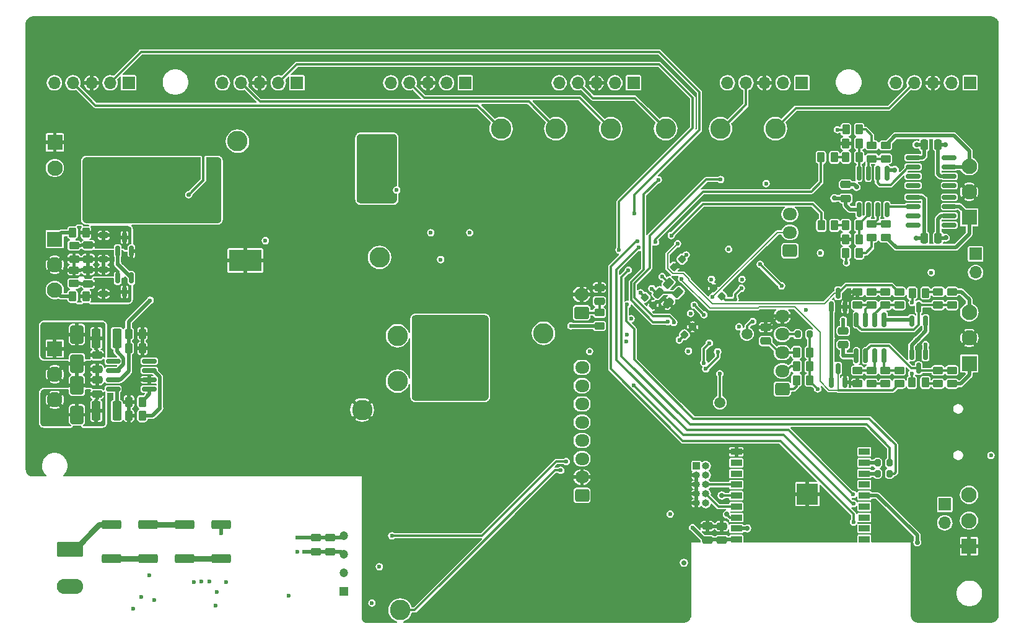
<source format=gbl>
G04 #@! TF.GenerationSoftware,KiCad,Pcbnew,8.0.7*
G04 #@! TF.CreationDate,2025-01-22T18:34:56+01:00*
G04 #@! TF.ProjectId,STM32_GateSignalGenerator,53544d33-325f-4476-9174-655369676e61,rev?*
G04 #@! TF.SameCoordinates,Original*
G04 #@! TF.FileFunction,Copper,L4,Bot*
G04 #@! TF.FilePolarity,Positive*
%FSLAX46Y46*%
G04 Gerber Fmt 4.6, Leading zero omitted, Abs format (unit mm)*
G04 Created by KiCad (PCBNEW 8.0.7) date 2025-01-22 18:34:56*
%MOMM*%
%LPD*%
G01*
G04 APERTURE LIST*
G04 Aperture macros list*
%AMRoundRect*
0 Rectangle with rounded corners*
0 $1 Rounding radius*
0 $2 $3 $4 $5 $6 $7 $8 $9 X,Y pos of 4 corners*
0 Add a 4 corners polygon primitive as box body*
4,1,4,$2,$3,$4,$5,$6,$7,$8,$9,$2,$3,0*
0 Add four circle primitives for the rounded corners*
1,1,$1+$1,$2,$3*
1,1,$1+$1,$4,$5*
1,1,$1+$1,$6,$7*
1,1,$1+$1,$8,$9*
0 Add four rect primitives between the rounded corners*
20,1,$1+$1,$2,$3,$4,$5,0*
20,1,$1+$1,$4,$5,$6,$7,0*
20,1,$1+$1,$6,$7,$8,$9,0*
20,1,$1+$1,$8,$9,$2,$3,0*%
G04 Aperture macros list end*
G04 #@! TA.AperFunction,ComponentPad*
%ADD10R,2.100000X2.100000*%
G04 #@! TD*
G04 #@! TA.AperFunction,ComponentPad*
%ADD11C,2.100000*%
G04 #@! TD*
G04 #@! TA.AperFunction,ComponentPad*
%ADD12R,1.700000X1.700000*%
G04 #@! TD*
G04 #@! TA.AperFunction,ComponentPad*
%ADD13O,1.700000X1.700000*%
G04 #@! TD*
G04 #@! TA.AperFunction,ComponentPad*
%ADD14C,2.800000*%
G04 #@! TD*
G04 #@! TA.AperFunction,ComponentPad*
%ADD15RoundRect,0.250000X0.725000X-0.600000X0.725000X0.600000X-0.725000X0.600000X-0.725000X-0.600000X0*%
G04 #@! TD*
G04 #@! TA.AperFunction,ComponentPad*
%ADD16O,1.950000X1.700000*%
G04 #@! TD*
G04 #@! TA.AperFunction,ComponentPad*
%ADD17C,0.600000*%
G04 #@! TD*
G04 #@! TA.AperFunction,SMDPad,CuDef*
%ADD18R,2.950000X4.500000*%
G04 #@! TD*
G04 #@! TA.AperFunction,ComponentPad*
%ADD19RoundRect,0.250000X0.750000X-0.600000X0.750000X0.600000X-0.750000X0.600000X-0.750000X-0.600000X0*%
G04 #@! TD*
G04 #@! TA.AperFunction,ComponentPad*
%ADD20O,2.000000X1.700000*%
G04 #@! TD*
G04 #@! TA.AperFunction,ComponentPad*
%ADD21RoundRect,0.249999X-1.550001X0.790001X-1.550001X-0.790001X1.550001X-0.790001X1.550001X0.790001X0*%
G04 #@! TD*
G04 #@! TA.AperFunction,ComponentPad*
%ADD22O,3.600000X2.080000*%
G04 #@! TD*
G04 #@! TA.AperFunction,ComponentPad*
%ADD23R,1.200000X1.200000*%
G04 #@! TD*
G04 #@! TA.AperFunction,ComponentPad*
%ADD24C,1.200000*%
G04 #@! TD*
G04 #@! TA.AperFunction,ComponentPad*
%ADD25R,1.000000X1.000000*%
G04 #@! TD*
G04 #@! TA.AperFunction,ComponentPad*
%ADD26O,1.000000X1.000000*%
G04 #@! TD*
G04 #@! TA.AperFunction,SMDPad,CuDef*
%ADD27R,3.400000X5.000000*%
G04 #@! TD*
G04 #@! TA.AperFunction,SMDPad,CuDef*
%ADD28R,4.500000X2.950000*%
G04 #@! TD*
G04 #@! TA.AperFunction,SMDPad,CuDef*
%ADD29RoundRect,0.250000X0.450000X-0.262500X0.450000X0.262500X-0.450000X0.262500X-0.450000X-0.262500X0*%
G04 #@! TD*
G04 #@! TA.AperFunction,SMDPad,CuDef*
%ADD30RoundRect,0.200000X-0.200000X-0.275000X0.200000X-0.275000X0.200000X0.275000X-0.200000X0.275000X0*%
G04 #@! TD*
G04 #@! TA.AperFunction,SMDPad,CuDef*
%ADD31RoundRect,0.250000X0.262500X0.450000X-0.262500X0.450000X-0.262500X-0.450000X0.262500X-0.450000X0*%
G04 #@! TD*
G04 #@! TA.AperFunction,SMDPad,CuDef*
%ADD32RoundRect,0.250000X0.475000X-0.250000X0.475000X0.250000X-0.475000X0.250000X-0.475000X-0.250000X0*%
G04 #@! TD*
G04 #@! TA.AperFunction,SMDPad,CuDef*
%ADD33RoundRect,0.150000X0.150000X-0.825000X0.150000X0.825000X-0.150000X0.825000X-0.150000X-0.825000X0*%
G04 #@! TD*
G04 #@! TA.AperFunction,SMDPad,CuDef*
%ADD34RoundRect,0.150000X0.150000X-0.587500X0.150000X0.587500X-0.150000X0.587500X-0.150000X-0.587500X0*%
G04 #@! TD*
G04 #@! TA.AperFunction,SMDPad,CuDef*
%ADD35RoundRect,0.250000X1.075000X-0.362500X1.075000X0.362500X-1.075000X0.362500X-1.075000X-0.362500X0*%
G04 #@! TD*
G04 #@! TA.AperFunction,SMDPad,CuDef*
%ADD36RoundRect,0.250000X0.375000X1.075000X-0.375000X1.075000X-0.375000X-1.075000X0.375000X-1.075000X0*%
G04 #@! TD*
G04 #@! TA.AperFunction,SMDPad,CuDef*
%ADD37C,1.500000*%
G04 #@! TD*
G04 #@! TA.AperFunction,SMDPad,CuDef*
%ADD38RoundRect,0.150000X-0.150000X0.587500X-0.150000X-0.587500X0.150000X-0.587500X0.150000X0.587500X0*%
G04 #@! TD*
G04 #@! TA.AperFunction,SMDPad,CuDef*
%ADD39RoundRect,0.250000X-0.262500X-0.450000X0.262500X-0.450000X0.262500X0.450000X-0.262500X0.450000X0*%
G04 #@! TD*
G04 #@! TA.AperFunction,SMDPad,CuDef*
%ADD40RoundRect,0.250000X-0.475000X0.250000X-0.475000X-0.250000X0.475000X-0.250000X0.475000X0.250000X0*%
G04 #@! TD*
G04 #@! TA.AperFunction,SMDPad,CuDef*
%ADD41RoundRect,0.250000X-0.503814X-0.132583X-0.132583X-0.503814X0.503814X0.132583X0.132583X0.503814X0*%
G04 #@! TD*
G04 #@! TA.AperFunction,SMDPad,CuDef*
%ADD42RoundRect,0.250000X-0.450000X0.262500X-0.450000X-0.262500X0.450000X-0.262500X0.450000X0.262500X0*%
G04 #@! TD*
G04 #@! TA.AperFunction,SMDPad,CuDef*
%ADD43RoundRect,0.225000X0.375000X-0.225000X0.375000X0.225000X-0.375000X0.225000X-0.375000X-0.225000X0*%
G04 #@! TD*
G04 #@! TA.AperFunction,SMDPad,CuDef*
%ADD44RoundRect,0.250000X-0.250000X-0.475000X0.250000X-0.475000X0.250000X0.475000X-0.250000X0.475000X0*%
G04 #@! TD*
G04 #@! TA.AperFunction,SMDPad,CuDef*
%ADD45RoundRect,0.225000X-0.335876X-0.017678X-0.017678X-0.335876X0.335876X0.017678X0.017678X0.335876X0*%
G04 #@! TD*
G04 #@! TA.AperFunction,SMDPad,CuDef*
%ADD46RoundRect,0.225000X0.335876X0.017678X0.017678X0.335876X-0.335876X-0.017678X-0.017678X-0.335876X0*%
G04 #@! TD*
G04 #@! TA.AperFunction,SMDPad,CuDef*
%ADD47RoundRect,0.225000X-0.017678X0.335876X-0.335876X0.017678X0.017678X-0.335876X0.335876X-0.017678X0*%
G04 #@! TD*
G04 #@! TA.AperFunction,SMDPad,CuDef*
%ADD48R,1.500000X0.900000*%
G04 #@! TD*
G04 #@! TA.AperFunction,HeatsinkPad*
%ADD49C,0.600000*%
G04 #@! TD*
G04 #@! TA.AperFunction,SMDPad,CuDef*
%ADD50R,2.900000X2.900000*%
G04 #@! TD*
G04 #@! TA.AperFunction,SMDPad,CuDef*
%ADD51RoundRect,0.200000X0.200000X0.275000X-0.200000X0.275000X-0.200000X-0.275000X0.200000X-0.275000X0*%
G04 #@! TD*
G04 #@! TA.AperFunction,SMDPad,CuDef*
%ADD52RoundRect,0.225000X-0.375000X0.225000X-0.375000X-0.225000X0.375000X-0.225000X0.375000X0.225000X0*%
G04 #@! TD*
G04 #@! TA.AperFunction,SMDPad,CuDef*
%ADD53RoundRect,0.250000X-0.375000X-1.075000X0.375000X-1.075000X0.375000X1.075000X-0.375000X1.075000X0*%
G04 #@! TD*
G04 #@! TA.AperFunction,SMDPad,CuDef*
%ADD54RoundRect,0.250000X-0.650000X1.000000X-0.650000X-1.000000X0.650000X-1.000000X0.650000X1.000000X0*%
G04 #@! TD*
G04 #@! TA.AperFunction,SMDPad,CuDef*
%ADD55RoundRect,0.250000X0.250000X0.475000X-0.250000X0.475000X-0.250000X-0.475000X0.250000X-0.475000X0*%
G04 #@! TD*
G04 #@! TA.AperFunction,SMDPad,CuDef*
%ADD56RoundRect,0.225000X0.017678X-0.335876X0.335876X-0.017678X-0.017678X0.335876X-0.335876X0.017678X0*%
G04 #@! TD*
G04 #@! TA.AperFunction,SMDPad,CuDef*
%ADD57RoundRect,0.150000X-0.825000X-0.150000X0.825000X-0.150000X0.825000X0.150000X-0.825000X0.150000X0*%
G04 #@! TD*
G04 #@! TA.AperFunction,SMDPad,CuDef*
%ADD58RoundRect,0.250000X0.650000X-1.000000X0.650000X1.000000X-0.650000X1.000000X-0.650000X-1.000000X0*%
G04 #@! TD*
G04 #@! TA.AperFunction,SMDPad,CuDef*
%ADD59RoundRect,0.150000X0.825000X0.150000X-0.825000X0.150000X-0.825000X-0.150000X0.825000X-0.150000X0*%
G04 #@! TD*
G04 #@! TA.AperFunction,SMDPad,CuDef*
%ADD60RoundRect,0.250000X-0.512652X-0.159099X-0.159099X-0.512652X0.512652X0.159099X0.159099X0.512652X0*%
G04 #@! TD*
G04 #@! TA.AperFunction,ViaPad*
%ADD61C,0.600000*%
G04 #@! TD*
G04 #@! TA.AperFunction,ViaPad*
%ADD62C,0.700000*%
G04 #@! TD*
G04 #@! TA.AperFunction,Conductor*
%ADD63C,0.500000*%
G04 #@! TD*
G04 #@! TA.AperFunction,Conductor*
%ADD64C,0.300000*%
G04 #@! TD*
G04 #@! TA.AperFunction,Conductor*
%ADD65C,0.200000*%
G04 #@! TD*
G04 #@! TA.AperFunction,Conductor*
%ADD66C,0.750000*%
G04 #@! TD*
G04 APERTURE END LIST*
D10*
X85652500Y-109607500D03*
D11*
X85652500Y-113107500D03*
X85652500Y-116607500D03*
D12*
X164750000Y-73215000D03*
D13*
X162210000Y-73215000D03*
X159670000Y-73215000D03*
X157130000Y-73215000D03*
X154590000Y-73215000D03*
D14*
X176642500Y-79497500D03*
D10*
X85652500Y-94617500D03*
D11*
X85652500Y-98117500D03*
X85652500Y-101617500D03*
D14*
X110633064Y-81222500D03*
X130033064Y-97122500D03*
X154142500Y-79497500D03*
D15*
X185072500Y-115147500D03*
D16*
X185072500Y-112647500D03*
X185072500Y-110147500D03*
X185072500Y-107647500D03*
X185072500Y-105147500D03*
D14*
X161642500Y-79497500D03*
D17*
X129085564Y-83395000D03*
X129085564Y-84595000D03*
X129085564Y-85895000D03*
X129085564Y-86995000D03*
D18*
X129685564Y-85195000D03*
D17*
X130285564Y-83395000D03*
X130285564Y-84595000D03*
X130285564Y-85895000D03*
X130285564Y-86995000D03*
D14*
X132852500Y-145397500D03*
X152455000Y-107490000D03*
D19*
X157642500Y-104687500D03*
D20*
X157642500Y-102187500D03*
D15*
X157712500Y-129677500D03*
D16*
X157712500Y-127177500D03*
X157712500Y-124677500D03*
X157712500Y-122177500D03*
X157712500Y-119677500D03*
X157712500Y-117177500D03*
X157712500Y-114677500D03*
X157712500Y-112177500D03*
D12*
X95750000Y-73215000D03*
D13*
X93210000Y-73215000D03*
X90670000Y-73215000D03*
X88130000Y-73215000D03*
X85590000Y-73215000D03*
D14*
X146642500Y-79497500D03*
X132483064Y-107822500D03*
D12*
X118750000Y-73215000D03*
D13*
X116210000Y-73215000D03*
X113670000Y-73215000D03*
X111130000Y-73215000D03*
X108590000Y-73215000D03*
D14*
X184142500Y-79497500D03*
D15*
X186127500Y-96207500D03*
D16*
X186127500Y-93707500D03*
X186127500Y-91207500D03*
D14*
X127655000Y-117990000D03*
D10*
X85660000Y-81375000D03*
D11*
X85660000Y-84875000D03*
D21*
X87760000Y-137077500D03*
D22*
X87760000Y-142157500D03*
D10*
X210642500Y-111647500D03*
D11*
X210642500Y-108147500D03*
X210642500Y-104647500D03*
D12*
X187750000Y-73215000D03*
D13*
X185210000Y-73215000D03*
X182670000Y-73215000D03*
X180130000Y-73215000D03*
X177590000Y-73215000D03*
D12*
X207295000Y-130915000D03*
D13*
X207295000Y-133455000D03*
D12*
X210750000Y-73215000D03*
D13*
X208210000Y-73215000D03*
X205670000Y-73215000D03*
X203130000Y-73215000D03*
X200590000Y-73215000D03*
D14*
X169142500Y-79497500D03*
D23*
X125122500Y-142797500D03*
D24*
X125122500Y-140257500D03*
X125122500Y-137717500D03*
X125122500Y-135177500D03*
D12*
X211502500Y-96632500D03*
D13*
X211502500Y-99172500D03*
D25*
X173355000Y-125675000D03*
D26*
X174625000Y-125675000D03*
X173355000Y-126945000D03*
X174625000Y-126945000D03*
X173355000Y-128215000D03*
X174625000Y-128215000D03*
X173355000Y-129485000D03*
X174625000Y-129485000D03*
X173355000Y-130755000D03*
X174625000Y-130755000D03*
D17*
X99052500Y-84067500D03*
X99052500Y-85167500D03*
X99052500Y-86267500D03*
X99052500Y-87367500D03*
X99052500Y-88467500D03*
X100152500Y-84067500D03*
X100152500Y-85167500D03*
X100152500Y-86267500D03*
D27*
X100152500Y-86267500D03*
D17*
X100152500Y-87367500D03*
X100152500Y-88467500D03*
X101252500Y-84067500D03*
X101252500Y-85167500D03*
X101252500Y-86267500D03*
X101252500Y-87367500D03*
X101252500Y-88467500D03*
D14*
X132483064Y-114072500D03*
D12*
X141750000Y-73215000D03*
D13*
X139210000Y-73215000D03*
X136670000Y-73215000D03*
X134130000Y-73215000D03*
X131590000Y-73215000D03*
D10*
X210612500Y-136637500D03*
D11*
X210612500Y-133137500D03*
X210612500Y-129637500D03*
D10*
X210632500Y-91637500D03*
D11*
X210632500Y-88137500D03*
X210632500Y-84637500D03*
D17*
X109893064Y-98152500D03*
X111093064Y-98152500D03*
X112393064Y-98152500D03*
X113493064Y-98152500D03*
D28*
X111693064Y-97552500D03*
D17*
X109893064Y-96952500D03*
X111093064Y-96952500D03*
X112393064Y-96952500D03*
X113493064Y-96952500D03*
D29*
X195362500Y-114412500D03*
X195362500Y-112587500D03*
D30*
X187177500Y-107647500D03*
X188827500Y-107647500D03*
D31*
X195595000Y-96527500D03*
X193770000Y-96527500D03*
D32*
X174850000Y-135795000D03*
X174850000Y-133895000D03*
D33*
X199367500Y-90552500D03*
X198097500Y-90552500D03*
X196827500Y-90552500D03*
X195557500Y-90552500D03*
X195557500Y-85602500D03*
X196827500Y-85602500D03*
X198097500Y-85602500D03*
X199367500Y-85602500D03*
D31*
X195597500Y-92722500D03*
X193772500Y-92722500D03*
D34*
X193672500Y-103907500D03*
X191772500Y-103907500D03*
X192722500Y-102032500D03*
D32*
X160087500Y-103137500D03*
X160087500Y-101237500D03*
D34*
X193662500Y-114197500D03*
X191762500Y-114197500D03*
X192712500Y-112322500D03*
D35*
X98387851Y-138337500D03*
X98387851Y-133712500D03*
X108387851Y-138337500D03*
X108387851Y-133712500D03*
D36*
X94127500Y-108182500D03*
X91327500Y-108182500D03*
D31*
X97615000Y-118782500D03*
X95790000Y-118782500D03*
D37*
X180255000Y-107590000D03*
D38*
X202765000Y-110420000D03*
X204665000Y-110420000D03*
X203715000Y-112295000D03*
D39*
X88097500Y-102437500D03*
X89922500Y-102437500D03*
D31*
X195600000Y-81517500D03*
X193775000Y-81517500D03*
D40*
X121312500Y-135477500D03*
X121312500Y-137377500D03*
D29*
X208271881Y-114400000D03*
X208271881Y-112575000D03*
D41*
X169542549Y-100628971D03*
X170833019Y-101919441D03*
D42*
X201062500Y-112587500D03*
X201062500Y-114412500D03*
D43*
X92342500Y-102097500D03*
X92342500Y-98797500D03*
D44*
X204482500Y-81697500D03*
X206382500Y-81697500D03*
D31*
X195600000Y-83417500D03*
X193775000Y-83417500D03*
X188855000Y-113927500D03*
X187030000Y-113927500D03*
D32*
X176810000Y-135805000D03*
X176810000Y-133905000D03*
D45*
X166326980Y-102575282D03*
X167422996Y-103671298D03*
D29*
X160097500Y-106510000D03*
X160097500Y-104685000D03*
D39*
X202840000Y-101997500D03*
X204665000Y-101997500D03*
D46*
X176799232Y-102426790D03*
X175703216Y-101330774D03*
D47*
X171368652Y-97356834D03*
X170272636Y-98452850D03*
D48*
X178800000Y-135715000D03*
X178800000Y-134215000D03*
X178800000Y-132715000D03*
X178800000Y-131215000D03*
X178800000Y-129715000D03*
X178800000Y-128215000D03*
X178800000Y-126715000D03*
X178800000Y-125215000D03*
X178800000Y-123715000D03*
X196300000Y-123715000D03*
X196300000Y-125215000D03*
X196300000Y-126715000D03*
X196300000Y-128215000D03*
X196300000Y-129715000D03*
X196300000Y-131215000D03*
X196300000Y-132715000D03*
X196300000Y-134215000D03*
X196300000Y-135715000D03*
D49*
X187410000Y-128965000D03*
X187410000Y-130065000D03*
X187960000Y-128415000D03*
X187960000Y-129515000D03*
X187960000Y-130615000D03*
X188510000Y-128965000D03*
D50*
X188510000Y-129515000D03*
D49*
X188510000Y-130065000D03*
X189060000Y-128415000D03*
X189060000Y-129515000D03*
X189060000Y-130615000D03*
X189610000Y-128965000D03*
X189610000Y-130065000D03*
D42*
X197272500Y-101825000D03*
X197272500Y-103650000D03*
D51*
X199760000Y-125245000D03*
X198110000Y-125245000D03*
D40*
X90212500Y-95437500D03*
X90212500Y-97337500D03*
D33*
X199022500Y-110592500D03*
X197752500Y-110592500D03*
X196482500Y-110592500D03*
X195212500Y-110592500D03*
X195212500Y-105642500D03*
X196482500Y-105642500D03*
X197752500Y-105642500D03*
X199022500Y-105642500D03*
D31*
X188855000Y-110127500D03*
X187030000Y-110127500D03*
D32*
X91427500Y-115807500D03*
X91427500Y-113907500D03*
D37*
X176555000Y-116990000D03*
D34*
X96142500Y-96252500D03*
X94242500Y-96252500D03*
X95192500Y-94377500D03*
D40*
X193767500Y-87147500D03*
X193767500Y-89047500D03*
D29*
X197317500Y-83610000D03*
X197317500Y-81785000D03*
D52*
X92342500Y-94097500D03*
X92342500Y-97397500D03*
D53*
X91327500Y-118132500D03*
X94127500Y-118132500D03*
D42*
X199172500Y-101822500D03*
X199172500Y-103647500D03*
D54*
X88702500Y-107657500D03*
X88702500Y-111657500D03*
D39*
X88090000Y-93737500D03*
X89915000Y-93737500D03*
D51*
X199760000Y-126705000D03*
X198110000Y-126705000D03*
D42*
X208282500Y-101817500D03*
X208282500Y-103642500D03*
D40*
X91427500Y-110507500D03*
X91427500Y-112407500D03*
D42*
X88287500Y-95500000D03*
X88287500Y-97325000D03*
D40*
X193432500Y-107177500D03*
X193432500Y-109077500D03*
D42*
X197317500Y-92537500D03*
X197317500Y-94362500D03*
D29*
X199162500Y-114412500D03*
X199162500Y-112587500D03*
D32*
X90212500Y-100737500D03*
X90212500Y-98837500D03*
D42*
X197262500Y-112587500D03*
X197262500Y-114412500D03*
D31*
X195605000Y-79617500D03*
X193780000Y-79617500D03*
D55*
X206392500Y-94457500D03*
X204492500Y-94457500D03*
D38*
X94242500Y-99942500D03*
X96142500Y-99942500D03*
X95192500Y-101817500D03*
D39*
X202802500Y-114227500D03*
X204627500Y-114227500D03*
D44*
X95752500Y-109557500D03*
X97652500Y-109557500D03*
D56*
X171715134Y-107715949D03*
X172811150Y-106619933D03*
D35*
X93387851Y-138337500D03*
X93387851Y-133712500D03*
D31*
X195597500Y-94622500D03*
X193772500Y-94622500D03*
X192245000Y-92722500D03*
X190420000Y-92722500D03*
D34*
X204682500Y-105802500D03*
X202782500Y-105802500D03*
X203732500Y-103927500D03*
D29*
X206371881Y-114410000D03*
X206371881Y-112585000D03*
D57*
X202967500Y-87277500D03*
X202967500Y-86007500D03*
X202967500Y-84737500D03*
X202967500Y-83467500D03*
X207917500Y-83467500D03*
X207917500Y-84737500D03*
X207917500Y-86007500D03*
X207917500Y-87277500D03*
D42*
X206382500Y-101817500D03*
X206382500Y-103642500D03*
D31*
X188855000Y-112027500D03*
X187030000Y-112027500D03*
D35*
X103387851Y-138337500D03*
X103387851Y-133712500D03*
D44*
X95752500Y-107582500D03*
X97652500Y-107582500D03*
D29*
X201072500Y-103647500D03*
X201072500Y-101822500D03*
X88282500Y-100690000D03*
X88282500Y-98865000D03*
D42*
X199217500Y-81782500D03*
X199217500Y-83607500D03*
D58*
X88702500Y-118657500D03*
X88702500Y-114657500D03*
D57*
X202967500Y-92682500D03*
X202967500Y-91412500D03*
X202967500Y-90142500D03*
X202967500Y-88872500D03*
X207917500Y-88872500D03*
X207917500Y-90142500D03*
X207917500Y-91412500D03*
X207917500Y-92682500D03*
D40*
X123272500Y-135477500D03*
X123272500Y-137377500D03*
D32*
X182822500Y-108567500D03*
X182822500Y-106667500D03*
D59*
X98577500Y-111327500D03*
X98577500Y-112597500D03*
X98577500Y-113867500D03*
X98577500Y-115137500D03*
X93627500Y-115137500D03*
X93627500Y-113867500D03*
X93627500Y-112597500D03*
X93627500Y-111327500D03*
D42*
X195372500Y-101825000D03*
X195372500Y-103650000D03*
D29*
X199217500Y-94365000D03*
X199217500Y-92540000D03*
D31*
X97615000Y-116882500D03*
X95790000Y-116882500D03*
D60*
X168158388Y-101988384D03*
X169501890Y-103331886D03*
D31*
X192200000Y-83417500D03*
X190375000Y-83417500D03*
D61*
X200892500Y-105642500D03*
D62*
X207407500Y-81672500D03*
D61*
X204672500Y-109047500D03*
X130020000Y-139455000D03*
D62*
X195232500Y-87487500D03*
D61*
X193432500Y-105677500D03*
D62*
X207427500Y-94422500D03*
X200462500Y-85137500D03*
D61*
X101834292Y-118588952D03*
X114650000Y-126115000D03*
X117238869Y-118588952D03*
X82650000Y-97115000D03*
X197650000Y-135115000D03*
X179155000Y-110940000D03*
X114671437Y-118588952D03*
X120650000Y-65115000D03*
X110593064Y-114752500D03*
X122218217Y-78099336D03*
X102038627Y-82222500D03*
X121143064Y-96702500D03*
X114650000Y-65115000D03*
X128808390Y-109390831D03*
X160250000Y-114515000D03*
X128650000Y-134115000D03*
X213650000Y-101115000D03*
X105802049Y-93127861D03*
X149650000Y-146115000D03*
X145033064Y-99122500D03*
X177450000Y-92315000D03*
X145650000Y-146115000D03*
X134059533Y-81094070D03*
X169650000Y-146115000D03*
X121143064Y-98702500D03*
X168940000Y-110285000D03*
X159650000Y-146115000D03*
X82650000Y-91115000D03*
X108593064Y-106752500D03*
X117643064Y-86202500D03*
X170650000Y-65115000D03*
X175850000Y-90715000D03*
X82650000Y-99115000D03*
X108593064Y-112752500D03*
X117143064Y-98702500D03*
X213650000Y-83115000D03*
X82650000Y-81115000D03*
X117133064Y-94822500D03*
X213650000Y-115115000D03*
X213650000Y-99115000D03*
X120536115Y-78099336D03*
X134059533Y-79595013D03*
X181055000Y-117290000D03*
X213650000Y-139115000D03*
X120650000Y-126115000D03*
X100650000Y-65115000D03*
X161250000Y-95915000D03*
X129050000Y-146335000D03*
X161250000Y-94515000D03*
X156650000Y-65115000D03*
X101810929Y-95292642D03*
X103951127Y-88542500D03*
X144650000Y-65115000D03*
X140650000Y-65115000D03*
X123143064Y-98702500D03*
X179843327Y-92672252D03*
X108593064Y-114752500D03*
X114643064Y-86202500D03*
X197352500Y-99727500D03*
X117133064Y-92722500D03*
X82650000Y-111115000D03*
X117353018Y-115346580D03*
X190282500Y-101667500D03*
X116650000Y-65115000D03*
X82650000Y-71115000D03*
X154833064Y-90272500D03*
X213650000Y-75115000D03*
X161650000Y-146115000D03*
X176650000Y-65115000D03*
X86650000Y-65115000D03*
X128650000Y-128115000D03*
X213650000Y-71115000D03*
X168440000Y-140175000D03*
X92650000Y-65115000D03*
X128650000Y-132115000D03*
X139953064Y-104402500D03*
X136650000Y-65115000D03*
X160250000Y-113115000D03*
X118650000Y-126115000D03*
X103881624Y-93093567D03*
X194650000Y-65115000D03*
X82650000Y-101115000D03*
X177155000Y-110640000D03*
X213650000Y-131115000D03*
X121137278Y-115346580D03*
X82650000Y-83115000D03*
X102618627Y-81222500D03*
X143533064Y-99122500D03*
X142650000Y-65115000D03*
X145033064Y-97422500D03*
X101810929Y-116419232D03*
X105978627Y-82222500D03*
X213650000Y-105115000D03*
X172650000Y-65115000D03*
X125143064Y-98702500D03*
X123029408Y-115346580D03*
X82650000Y-119115000D03*
X113807026Y-82609241D03*
X189232500Y-101687500D03*
X118854013Y-78099336D03*
X82650000Y-73115000D03*
X122650000Y-65115000D03*
X96820000Y-111255000D03*
X205650000Y-146115000D03*
X134650000Y-65115000D03*
X82650000Y-89115000D03*
X149033064Y-114822500D03*
X137650000Y-146115000D03*
X172115000Y-98452850D03*
X124650000Y-126115000D03*
X98650000Y-65115000D03*
X189650000Y-135115000D03*
X165650000Y-146115000D03*
X130650000Y-65115000D03*
X136833064Y-88922500D03*
X96140000Y-97895000D03*
X163855000Y-100140000D03*
X213650000Y-109115000D03*
X101810929Y-97405301D03*
X123143064Y-96702500D03*
X113807026Y-79618765D03*
X101810929Y-99517960D03*
X101812898Y-93093383D03*
X126650000Y-126115000D03*
X104650000Y-65115000D03*
X183650000Y-135115000D03*
X117433064Y-106422500D03*
X213650000Y-79115000D03*
X124921538Y-115346580D03*
X213650000Y-73115000D03*
X191650000Y-135115000D03*
X178450000Y-91515000D03*
X82650000Y-95115000D03*
X187650000Y-135115000D03*
X127143064Y-96702500D03*
X191510000Y-81515000D03*
X157650000Y-146115000D03*
X95450000Y-115245000D03*
X166355000Y-110990000D03*
X154833064Y-88422500D03*
X113807707Y-78099336D03*
X119143064Y-98702500D03*
X106650000Y-126115000D03*
X206650000Y-65115000D03*
X128808390Y-113368119D03*
X200650000Y-65115000D03*
X150433064Y-102722500D03*
X132650000Y-65115000D03*
X143633064Y-90292500D03*
X178650000Y-65115000D03*
X116143064Y-85202500D03*
X82650000Y-77115000D03*
X119133064Y-90722500D03*
X213650000Y-107115000D03*
X154650000Y-65115000D03*
X106650000Y-65115000D03*
X82650000Y-113115000D03*
X149033064Y-112022500D03*
X186650000Y-65115000D03*
X213650000Y-67115000D03*
X172477500Y-124052500D03*
X106969150Y-118588952D03*
X98433064Y-82222500D03*
X82650000Y-93115000D03*
X170105000Y-113890000D03*
X128650000Y-136115000D03*
X179510987Y-97204806D03*
X112104008Y-118588952D03*
X139650000Y-146115000D03*
X162650000Y-65115000D03*
X207650000Y-146115000D03*
X98650000Y-126115000D03*
X94650000Y-65115000D03*
X192810000Y-103905000D03*
X213650000Y-91115000D03*
X126813668Y-115346580D03*
X213650000Y-111115000D03*
X150433064Y-101222500D03*
X102650000Y-65115000D03*
X84650000Y-65115000D03*
X90650000Y-65115000D03*
X112650000Y-126115000D03*
X110650000Y-126115000D03*
X191620000Y-93955000D03*
X213650000Y-127115000D03*
X125143064Y-96702500D03*
X192090000Y-94325000D03*
X104401721Y-118588952D03*
X88650000Y-65115000D03*
X213650000Y-135115000D03*
X122650000Y-126115000D03*
X158650000Y-65115000D03*
X203530000Y-143875000D03*
X213650000Y-93115000D03*
X173355000Y-132387500D03*
X101810929Y-101630619D03*
X202650000Y-65115000D03*
X213650000Y-89115000D03*
X82650000Y-117115000D03*
X112650000Y-65115000D03*
X172250000Y-94715000D03*
X213650000Y-77115000D03*
X97790000Y-81222500D03*
X82650000Y-69115000D03*
X82650000Y-85115000D03*
X182650000Y-65115000D03*
X128650000Y-126115000D03*
X90650000Y-126115000D03*
X117433064Y-105222500D03*
X115143064Y-90702500D03*
X213650000Y-113115000D03*
X97265000Y-82222500D03*
X92650000Y-126115000D03*
X170445000Y-104140000D03*
X132310829Y-78099336D03*
X109536579Y-118588952D03*
X120643064Y-86202500D03*
X167650000Y-91715000D03*
X171050000Y-106715000D03*
X143633064Y-88422500D03*
X127143064Y-98702500D03*
X82650000Y-87115000D03*
X115143064Y-92702500D03*
X196650000Y-65115000D03*
X150433064Y-104222500D03*
X141650000Y-146115000D03*
X188650000Y-65115000D03*
X190650000Y-65115000D03*
X155650000Y-146115000D03*
X185650000Y-135115000D03*
X150650000Y-65115000D03*
X134059533Y-82593127D03*
X210650000Y-65115000D03*
X213650000Y-85115000D03*
X126650000Y-65115000D03*
X110593064Y-110752500D03*
X203650000Y-146115000D03*
X101810929Y-114306573D03*
X82650000Y-75115000D03*
X110593064Y-108752500D03*
X104650000Y-126115000D03*
X82650000Y-109115000D03*
X134613064Y-88922500D03*
X130628727Y-78099336D03*
X197352500Y-97337500D03*
X213650000Y-97115000D03*
X151650000Y-146115000D03*
X116650000Y-126115000D03*
X146650000Y-65115000D03*
X128946625Y-78099336D03*
X198650000Y-65115000D03*
X167650000Y-146115000D03*
X193650000Y-135115000D03*
X213650000Y-87115000D03*
X135650000Y-146115000D03*
X174650000Y-65115000D03*
X169955000Y-111640000D03*
X149033064Y-113522500D03*
X213650000Y-133115000D03*
X125582421Y-78099336D03*
X101810929Y-107968596D03*
X213650000Y-117115000D03*
X107602448Y-93093567D03*
X171650000Y-146115000D03*
X213650000Y-146115000D03*
X138650000Y-65115000D03*
X173450000Y-93115000D03*
X82650000Y-115115000D03*
X136833064Y-91222500D03*
X168650000Y-65115000D03*
X121143064Y-92702500D03*
X82650000Y-123115000D03*
X128808390Y-111379475D03*
X163650000Y-146115000D03*
X117143064Y-96702500D03*
X212650000Y-65115000D03*
X153650000Y-146115000D03*
X124650000Y-65115000D03*
X119245148Y-115346580D03*
X101810929Y-103743278D03*
X82650000Y-107115000D03*
X180650000Y-65115000D03*
X101810929Y-105855937D03*
X199650000Y-135115000D03*
X117309155Y-116994543D03*
X128650000Y-130115000D03*
X122143064Y-85202500D03*
X82650000Y-67115000D03*
X127264523Y-78099336D03*
X177112500Y-123715000D03*
X171890608Y-105699392D03*
X121143064Y-90702500D03*
X213650000Y-129115000D03*
X115143064Y-96702500D03*
X213650000Y-103115000D03*
X174313721Y-99941279D03*
D62*
X90052500Y-113157500D03*
D61*
X82650000Y-121115000D03*
X150413064Y-99622500D03*
X110593064Y-106752500D03*
X108593064Y-108752500D03*
X119133064Y-92722500D03*
X134059533Y-78095956D03*
X101810929Y-110081255D03*
X101810929Y-112193914D03*
X181650000Y-135115000D03*
X148650000Y-65115000D03*
X117171911Y-78099336D03*
X96650000Y-65115000D03*
X103183064Y-82224456D03*
X213650000Y-95115000D03*
X204650000Y-65115000D03*
X113807026Y-81114003D03*
X208650000Y-65115000D03*
X94650000Y-126115000D03*
X119143064Y-96702500D03*
X143650000Y-146115000D03*
X82650000Y-103115000D03*
X213650000Y-65115000D03*
X108650000Y-65115000D03*
X115489809Y-78099336D03*
X117133064Y-90722500D03*
X160650000Y-65115000D03*
X213650000Y-81115000D03*
X134633064Y-91222500D03*
X119143064Y-85202500D03*
X102650000Y-126115000D03*
X192650000Y-65115000D03*
X82650000Y-65115000D03*
X118650000Y-65115000D03*
X179485524Y-105130310D03*
X96650000Y-126115000D03*
X166650000Y-65115000D03*
X110650000Y-65115000D03*
X152650000Y-65115000D03*
X108593064Y-110752500D03*
X113807026Y-84104481D03*
X128808390Y-115356763D03*
X100650000Y-126115000D03*
X165362500Y-98557500D03*
X201650000Y-135115000D03*
X184650000Y-65115000D03*
X82650000Y-79115000D03*
X110593064Y-112752500D03*
X143533064Y-97422500D03*
X213650000Y-137115000D03*
X82650000Y-105115000D03*
X128650000Y-65115000D03*
X168175000Y-113450000D03*
X96920000Y-115245000D03*
X213650000Y-69115000D03*
X128700000Y-138175000D03*
X108650000Y-126115000D03*
X123900319Y-78099336D03*
X168282500Y-104407500D03*
X164650000Y-65115000D03*
X147650000Y-146115000D03*
X109292300Y-93099331D03*
X141533064Y-110922500D03*
X141533064Y-108622500D03*
X169760000Y-132245000D03*
X189930000Y-115135000D03*
X142633064Y-109722500D03*
X156200000Y-106495000D03*
X137733064Y-107622500D03*
X137733064Y-112022500D03*
X205452500Y-99192500D03*
X129000000Y-144425000D03*
X137733064Y-109722500D03*
X178640000Y-102824176D03*
X94242500Y-97927500D03*
X140233064Y-112022500D03*
X172255000Y-109940000D03*
X140233064Y-109722500D03*
X191772500Y-108167500D03*
X171940243Y-96785243D03*
X168660433Y-99732713D03*
X138933064Y-110922500D03*
X171010227Y-108413541D03*
X179495000Y-101340000D03*
X213610000Y-124235000D03*
X140233064Y-107622500D03*
X142633064Y-107622500D03*
X172820000Y-134095000D03*
X142633064Y-112022500D03*
X138933064Y-108622500D03*
X165716279Y-101956267D03*
X114433064Y-94822500D03*
X98680000Y-102995000D03*
X132393064Y-87902500D03*
X137043064Y-93732500D03*
X188290000Y-104325000D03*
X177755000Y-95995000D03*
X182060000Y-98065000D03*
X184990000Y-101005000D03*
X93940000Y-94375000D03*
X164415000Y-105510000D03*
X163795000Y-108610000D03*
X93920000Y-101835000D03*
X179155000Y-106617500D03*
X182880000Y-86995000D03*
X172555000Y-104790000D03*
X169922500Y-94117500D03*
X171325000Y-100060000D03*
X167745000Y-95020000D03*
X170782500Y-95241838D03*
X170265000Y-106020000D03*
X176662500Y-86447500D03*
X158755000Y-109990000D03*
X98405000Y-116030000D03*
X163855000Y-107690000D03*
X100002500Y-117782500D03*
X168142500Y-86497500D03*
X169438827Y-105912835D03*
X108372500Y-134887500D03*
X99215351Y-143977500D03*
X109042500Y-141597500D03*
X106764490Y-141439489D03*
X96372500Y-145187500D03*
X107672500Y-144787500D03*
X97472500Y-143587500D03*
X104692500Y-141527500D03*
X119772500Y-137377500D03*
X118772500Y-137387500D03*
X119772500Y-135477500D03*
X105722500Y-141487500D03*
X118772500Y-135487500D03*
X107772500Y-142887500D03*
X98572500Y-140587500D03*
X155560000Y-125045000D03*
X131720000Y-135215000D03*
X154800000Y-126255000D03*
X117662851Y-143427500D03*
X203462500Y-108417500D03*
D62*
X203437500Y-81682500D03*
X203427500Y-94452500D03*
D61*
X193442500Y-110547500D03*
D62*
X192192500Y-89017500D03*
D61*
X138400564Y-97422500D03*
X142360564Y-93732500D03*
X167267757Y-101394738D03*
D62*
X177510000Y-132285000D03*
X176810000Y-129715000D03*
X171640000Y-138905000D03*
X180290000Y-134205000D03*
D61*
X179590000Y-100117500D03*
X174360000Y-111545000D03*
X175115000Y-108850000D03*
X181055000Y-105890000D03*
X175565000Y-102530000D03*
X176555000Y-113035000D03*
X174640000Y-112375000D03*
X176255000Y-110030000D03*
X164045000Y-98870000D03*
X163890000Y-103575000D03*
X174376776Y-104968224D03*
X173045000Y-103640000D03*
X164855000Y-91090000D03*
X162755000Y-96090000D03*
X91433064Y-88717500D03*
X99933064Y-91222500D03*
X100683064Y-90222500D03*
X91433064Y-91222500D03*
X91433064Y-85972500D03*
X106933064Y-91222500D03*
X101433064Y-91222500D03*
D62*
X203530000Y-136125000D03*
D61*
X192622500Y-79627500D03*
X202784150Y-112995000D03*
X193852500Y-97847500D03*
X202822500Y-103297500D03*
X190302500Y-96517500D03*
X175405000Y-100120000D03*
X164820000Y-114635000D03*
X194810000Y-130825000D03*
X194822500Y-133357500D03*
X165290000Y-94935000D03*
X194782500Y-129557500D03*
X165490000Y-95765000D03*
D63*
X206382500Y-85687500D02*
X206702500Y-86007500D01*
X204665000Y-110420000D02*
X204665000Y-109055000D01*
X207392500Y-94457500D02*
X207427500Y-94422500D01*
X194892500Y-87147500D02*
X193767500Y-87147500D01*
X206392500Y-94457500D02*
X206392500Y-91817500D01*
X206702500Y-86007500D02*
X207917500Y-86007500D01*
X206382500Y-81697500D02*
X206382500Y-85687500D01*
X199367500Y-85262500D02*
X199492500Y-85137500D01*
X206407500Y-81672500D02*
X206382500Y-81697500D01*
X199492500Y-85137500D02*
X200462500Y-85137500D01*
X195232500Y-87487500D02*
X194892500Y-87147500D01*
X206392500Y-91817500D02*
X206797500Y-91412500D01*
X202622500Y-105642500D02*
X202782500Y-105802500D01*
X199367500Y-85602500D02*
X199367500Y-85262500D01*
X193432500Y-105677500D02*
X193432500Y-107177500D01*
X206392500Y-94457500D02*
X207392500Y-94457500D01*
X207407500Y-81672500D02*
X206407500Y-81672500D01*
X200892500Y-105642500D02*
X202622500Y-105642500D01*
X206797500Y-91412500D02*
X207917500Y-91412500D01*
X199022500Y-105642500D02*
X202622500Y-105642500D01*
X204665000Y-109055000D02*
X204672500Y-109047500D01*
X95052500Y-110924816D02*
X95052500Y-111730184D01*
X94127500Y-108182500D02*
X94127500Y-109999816D01*
X95052500Y-111730184D02*
X94185184Y-112597500D01*
X94185184Y-112597500D02*
X93627500Y-112597500D01*
X94127500Y-109999816D02*
X95052500Y-110924816D01*
X172122500Y-124407500D02*
X172477500Y-124052500D01*
X173355000Y-130755000D02*
X173355000Y-126945000D01*
D64*
X192090000Y-94325000D02*
X191720000Y-93955000D01*
X169523103Y-103331886D02*
X169501890Y-103331886D01*
D63*
X174850000Y-133895000D02*
X173880000Y-133895000D01*
X173355000Y-132387500D02*
X173355000Y-130755000D01*
D64*
X167422996Y-103671298D02*
X168159198Y-104407500D01*
X175455774Y-101330774D02*
X175703216Y-101330774D01*
X174313721Y-100188721D02*
X175455774Y-101330774D01*
X174313721Y-99941279D02*
X174313721Y-100188721D01*
X170272636Y-98452850D02*
X171712500Y-98452850D01*
D63*
X174860000Y-133905000D02*
X174850000Y-133895000D01*
X96142500Y-96252500D02*
X96142500Y-97892500D01*
D64*
X158592500Y-101237500D02*
X157642500Y-102187500D01*
D63*
X191512500Y-81517500D02*
X191510000Y-81515000D01*
D64*
X174313721Y-99941279D02*
X172825292Y-98452850D01*
X192387500Y-94622500D02*
X193772500Y-94622500D01*
X170445000Y-104253783D02*
X171890608Y-105699391D01*
D63*
X193775000Y-81517500D02*
X191512500Y-81517500D01*
D64*
X193672500Y-103407500D02*
X193672500Y-103907500D01*
X193662500Y-114197500D02*
X193662500Y-112717500D01*
X160087500Y-101237500D02*
X158592500Y-101237500D01*
D63*
X172477500Y-124052500D02*
X172815000Y-123715000D01*
D64*
X168426276Y-104407500D02*
X169501890Y-103331886D01*
X193662500Y-112717500D02*
X193650000Y-112705000D01*
X172811150Y-106619933D02*
X171890609Y-105699392D01*
D63*
X173355000Y-126945000D02*
X172647894Y-126945000D01*
X191510000Y-81515000D02*
X191500000Y-81505000D01*
X176810000Y-133905000D02*
X174860000Y-133905000D01*
X177112500Y-123715000D02*
X178800000Y-123715000D01*
X172647894Y-126945000D02*
X172122500Y-126419606D01*
D64*
X193672500Y-103907500D02*
X192812500Y-103907500D01*
D63*
X172122500Y-126419606D02*
X172122500Y-124407500D01*
D64*
X191720000Y-93955000D02*
X191620000Y-93955000D01*
X172825292Y-98452850D02*
X172442500Y-98452850D01*
X171712500Y-98452850D02*
X172442500Y-98452850D01*
X193662500Y-114197500D02*
X195147500Y-114197500D01*
X170331217Y-104140000D02*
X169523103Y-103331886D01*
X192090000Y-94325000D02*
X192387500Y-94622500D01*
X192812500Y-103907500D02*
X192810000Y-103905000D01*
X195372500Y-101825000D02*
X195255000Y-101825000D01*
X182822500Y-106667500D02*
X183052500Y-106667500D01*
X103951127Y-88542500D02*
X105978627Y-86515000D01*
D63*
X173880000Y-133895000D02*
X173355000Y-133370000D01*
D64*
X170445000Y-104140000D02*
X170445000Y-104253783D01*
D63*
X172815000Y-123715000D02*
X177112500Y-123715000D01*
D64*
X105978627Y-86515000D02*
X105978627Y-82222500D01*
D63*
X173355000Y-133370000D02*
X173355000Y-132387500D01*
D64*
X170445000Y-104140000D02*
X170331217Y-104140000D01*
D63*
X96142500Y-97892500D02*
X96140000Y-97895000D01*
D64*
X171890609Y-105699392D02*
X171890608Y-105699392D01*
X184572500Y-105147500D02*
X185072500Y-105147500D01*
X171890608Y-105699391D02*
X171890608Y-105699392D01*
X195147500Y-114197500D02*
X195362500Y-114412500D01*
X172115000Y-98452850D02*
X172442500Y-98452850D01*
X195255000Y-101825000D02*
X193672500Y-103407500D01*
X168282500Y-104407500D02*
X168426276Y-104407500D01*
X183052500Y-106667500D02*
X184572500Y-105147500D01*
X168159198Y-104407500D02*
X168282500Y-104407500D01*
D63*
X178800000Y-135715000D02*
X174930000Y-135715000D01*
X94242500Y-97927500D02*
X94242500Y-96252500D01*
D64*
X168660433Y-99732713D02*
X169464767Y-100537047D01*
X178549102Y-102915074D02*
X177287516Y-102915074D01*
D63*
X191772500Y-103907500D02*
X191772500Y-114187500D01*
X96142500Y-99942500D02*
X94242500Y-98042500D01*
D64*
X171940243Y-96785243D02*
X171368652Y-97356834D01*
D63*
X191772500Y-114187500D02*
X191762500Y-114197500D01*
D64*
X188827500Y-107647500D02*
X188827500Y-113900000D01*
D63*
X174930000Y-135715000D02*
X174850000Y-135795000D01*
X160097500Y-106510000D02*
X156215000Y-106510000D01*
D64*
X178640000Y-102195000D02*
X178640000Y-102824176D01*
X171715134Y-107715948D02*
X171017542Y-108413541D01*
X179495000Y-101340000D02*
X178640000Y-102195000D01*
X188855000Y-114060000D02*
X189930000Y-115135000D01*
X177287516Y-102915074D02*
X176799232Y-102426790D01*
X188855000Y-113927500D02*
X188855000Y-114060000D01*
D63*
X156215000Y-106510000D02*
X156200000Y-106495000D01*
D64*
X165716279Y-101956267D02*
X165716279Y-101964580D01*
X188827500Y-113900000D02*
X188855000Y-113927500D01*
D63*
X174850000Y-135795000D02*
X174520000Y-135795000D01*
D64*
X165716279Y-101964580D02*
X166326981Y-102575282D01*
X169542549Y-100614829D02*
X169542549Y-100628971D01*
D63*
X94242500Y-98042500D02*
X94242500Y-97927500D01*
D64*
X171017542Y-108413541D02*
X171010227Y-108413541D01*
X178640000Y-102824176D02*
X178549102Y-102915074D01*
D63*
X174520000Y-135795000D02*
X172820000Y-134095000D01*
X95752500Y-105922500D02*
X98680000Y-102995000D01*
X94602499Y-113867500D02*
X95752500Y-112717499D01*
X95752500Y-107582500D02*
X95752500Y-109557500D01*
X93627500Y-113867500D02*
X94602499Y-113867500D01*
X95752500Y-107582500D02*
X95752500Y-105922500D01*
X95752500Y-112717499D02*
X95752500Y-109557500D01*
X94127500Y-115282500D02*
X94102500Y-115257500D01*
X94127500Y-118132500D02*
X94127500Y-115282500D01*
D64*
X202740000Y-112295000D02*
X203715000Y-112295000D01*
X196482500Y-109917501D02*
X197192501Y-109207500D01*
X197192501Y-109207500D02*
X199652500Y-109207500D01*
X208271881Y-112575000D02*
X203800000Y-112575000D01*
X199652500Y-109207500D02*
X202740000Y-112295000D01*
X196482500Y-110592500D02*
X196482500Y-109917501D01*
X203800000Y-112575000D02*
X203782500Y-112557500D01*
X182060000Y-98075000D02*
X182060000Y-98065000D01*
X184990000Y-101005000D02*
X182060000Y-98075000D01*
X190420000Y-90985000D02*
X190420000Y-92722500D01*
X174242500Y-89797500D02*
X189232500Y-89797500D01*
X189232500Y-89797500D02*
X190420000Y-90985000D01*
X169922500Y-94117500D02*
X174242500Y-89797500D01*
D65*
X186780772Y-103915772D02*
X190230000Y-107365000D01*
X192680000Y-112355000D02*
X192712500Y-112322500D01*
X175180466Y-104055000D02*
X181770000Y-104055000D01*
X190230000Y-114043052D02*
X191471948Y-115285000D01*
X192680000Y-115265000D02*
X192680000Y-112355000D01*
X171325000Y-100199534D02*
X175180466Y-104055000D01*
X192700000Y-115285000D02*
X192680000Y-115265000D01*
X171325000Y-100060000D02*
X171325000Y-100199534D01*
X181770000Y-104055000D02*
X181909228Y-103915772D01*
X191471948Y-115285000D02*
X192700000Y-115285000D01*
D64*
X200190000Y-115285000D02*
X201062500Y-114412500D01*
D65*
X181909228Y-103915772D02*
X186780772Y-103915772D01*
X190230000Y-107365000D02*
X190230000Y-114043052D01*
D64*
X192700000Y-115285000D02*
X200190000Y-115285000D01*
X174272256Y-88107500D02*
X189052500Y-88107500D01*
X167745000Y-94634756D02*
X174272256Y-88107500D01*
X167745000Y-95020000D02*
X167745000Y-94634756D01*
X190375000Y-86785000D02*
X190375000Y-83417500D01*
X189052500Y-88107500D02*
X190375000Y-86785000D01*
D65*
X169407352Y-96616986D02*
X169407352Y-98648226D01*
X170782500Y-95241838D02*
X169407352Y-96616986D01*
D64*
X170782500Y-95241838D02*
X170782500Y-95262500D01*
D65*
X169407352Y-98648226D02*
X170079126Y-99320000D01*
X170079126Y-99320000D02*
X171553529Y-99320000D01*
D64*
X200917500Y-101822500D02*
X201072500Y-101822500D01*
X192722500Y-102032500D02*
X193795000Y-100960000D01*
D65*
X190835000Y-103440000D02*
X192242500Y-102032500D01*
D64*
X193795000Y-100960000D02*
X200055000Y-100960000D01*
X200055000Y-100960000D02*
X200917500Y-101822500D01*
D65*
X171553529Y-99320000D02*
X172295000Y-100061471D01*
X192242500Y-102032500D02*
X192722500Y-102032500D01*
X172295000Y-100061471D02*
X172295000Y-100230000D01*
X175505000Y-103440000D02*
X190835000Y-103440000D01*
X172295000Y-100230000D02*
X175505000Y-103440000D01*
D64*
X167425000Y-105190000D02*
X164839500Y-102604500D01*
X166995000Y-98545000D02*
X166995000Y-94135000D01*
X174682500Y-86447500D02*
X176662500Y-86447500D01*
X166995000Y-94135000D02*
X174682500Y-86447500D01*
X170265000Y-105780000D02*
X169675000Y-105190000D01*
X170265000Y-106020000D02*
X170265000Y-105780000D01*
X169675000Y-105190000D02*
X167425000Y-105190000D01*
X164839500Y-102604500D02*
X164839500Y-100700500D01*
X164839500Y-100700500D02*
X166995000Y-98545000D01*
D63*
X97615000Y-116820000D02*
X98405000Y-116030000D01*
X97615000Y-116882500D02*
X97615000Y-116820000D01*
X98405000Y-116030000D02*
X98577500Y-115857500D01*
X98577500Y-115857500D02*
X98577500Y-115137500D01*
X100002500Y-117782500D02*
X100002500Y-113464816D01*
X100002500Y-113464816D02*
X99135184Y-112597500D01*
X99002500Y-118782500D02*
X100002500Y-117782500D01*
X99135184Y-112597500D02*
X98577500Y-112597500D01*
X97615000Y-118782500D02*
X99002500Y-118782500D01*
D64*
X166150000Y-98780244D02*
X166150000Y-95355244D01*
X166150000Y-95355244D02*
X166142500Y-95347744D01*
X166142500Y-95347744D02*
X166142500Y-88497500D01*
X164412500Y-100517744D02*
X166150000Y-98780244D01*
X169394162Y-105957500D02*
X167422500Y-105957500D01*
X169438827Y-105912835D02*
X169394162Y-105957500D01*
X166142500Y-88497500D02*
X168142500Y-86497500D01*
X167422500Y-105957500D02*
X164412500Y-102947500D01*
X164412500Y-102947500D02*
X164412500Y-100517744D01*
X203036262Y-106997500D02*
X203732500Y-106301262D01*
X195212500Y-105642500D02*
X195212500Y-106307499D01*
X195212500Y-106307499D02*
X195902501Y-106997500D01*
X203787500Y-103642500D02*
X203782500Y-103647500D01*
X203732500Y-106301262D02*
X203732500Y-103927500D01*
X195902501Y-106997500D02*
X203036262Y-106997500D01*
X208282500Y-103642500D02*
X203787500Y-103642500D01*
D63*
X108387851Y-134872149D02*
X108372500Y-134887500D01*
X108387851Y-133712500D02*
X108387851Y-134872149D01*
D66*
X91747500Y-133712500D02*
X88382500Y-137077500D01*
X88382500Y-137077500D02*
X87760000Y-137077500D01*
X93387851Y-133712500D02*
X91747500Y-133712500D01*
D63*
X121312500Y-137377500D02*
X119772500Y-137377500D01*
X121312500Y-137377500D02*
X124782500Y-137377500D01*
X124782500Y-137377500D02*
X125122500Y-137717500D01*
X118782500Y-135477500D02*
X118772500Y-135487500D01*
X119772500Y-135477500D02*
X118782500Y-135477500D01*
X121312500Y-135477500D02*
X124822500Y-135477500D01*
X121312500Y-135477500D02*
X119772500Y-135477500D01*
X124822500Y-135477500D02*
X125122500Y-135177500D01*
D64*
X199022500Y-110592500D02*
X199022500Y-112447500D01*
X199022500Y-112447500D02*
X199162500Y-112587500D01*
X201062500Y-112587500D02*
X199162500Y-112587500D01*
D63*
X209480000Y-114400000D02*
X208271881Y-114400000D01*
X210642500Y-113237500D02*
X209480000Y-114400000D01*
X210642500Y-111647500D02*
X210642500Y-113237500D01*
X209572500Y-101817500D02*
X208282500Y-101817500D01*
X210642500Y-102887500D02*
X209572500Y-101817500D01*
X210642500Y-104647500D02*
X210642500Y-102887500D01*
X199217500Y-94365000D02*
X199280000Y-94365000D01*
X208767500Y-95722500D02*
X210632500Y-93857500D01*
X200637500Y-95722500D02*
X208767500Y-95722500D01*
X210632500Y-93857500D02*
X210632500Y-91637500D01*
X207917500Y-90142500D02*
X209337500Y-90142500D01*
X199280000Y-94365000D02*
X200637500Y-95722500D01*
X209337500Y-90142500D02*
X210832500Y-91637500D01*
X208517500Y-80452500D02*
X210632500Y-82567500D01*
D64*
X210732500Y-84737500D02*
X210832500Y-84637500D01*
D63*
X210532500Y-84737500D02*
X210632500Y-84637500D01*
X199217500Y-81782500D02*
X200547500Y-80452500D01*
X200547500Y-80452500D02*
X208517500Y-80452500D01*
X207917500Y-84737500D02*
X210532500Y-84737500D01*
X210632500Y-82567500D02*
X210632500Y-84637500D01*
D64*
X155560000Y-125045000D02*
X154187996Y-125045000D01*
X131750000Y-135185000D02*
X131720000Y-135215000D01*
X154187996Y-125045000D02*
X144047996Y-135185000D01*
X144047996Y-135185000D02*
X131750000Y-135185000D01*
X134847500Y-145397500D02*
X132852500Y-145397500D01*
X153990000Y-126255000D02*
X134847500Y-145397500D01*
X154800000Y-126255000D02*
X153990000Y-126255000D01*
D63*
X192192500Y-89017500D02*
X192222500Y-89047500D01*
X203462500Y-108417500D02*
X202765000Y-109115000D01*
X193442500Y-110547500D02*
X193432500Y-110537500D01*
X203432500Y-94457500D02*
X203427500Y-94452500D01*
X203462500Y-108417500D02*
X204682500Y-107197500D01*
X204492500Y-94457500D02*
X203432500Y-94457500D01*
X204177500Y-88872500D02*
X202967500Y-88872500D01*
X193767500Y-89962500D02*
X193767500Y-89047500D01*
X204492500Y-94457500D02*
X204492500Y-89187500D01*
X204232500Y-83467500D02*
X202967500Y-83467500D01*
X193442500Y-110547500D02*
X193487500Y-110592500D01*
X204467500Y-81682500D02*
X204482500Y-81697500D01*
X192222500Y-89047500D02*
X193767500Y-89047500D01*
X204482500Y-83217500D02*
X204232500Y-83467500D01*
X194357500Y-90552500D02*
X193767500Y-89962500D01*
X204482500Y-81697500D02*
X204482500Y-83217500D01*
X204682500Y-107197500D02*
X204682500Y-105802500D01*
X204492500Y-89187500D02*
X204177500Y-88872500D01*
X195557500Y-90552500D02*
X194357500Y-90552500D01*
X203437500Y-81682500D02*
X204467500Y-81682500D01*
X193432500Y-110537500D02*
X193432500Y-109077500D01*
X193487500Y-110592500D02*
X195212500Y-110592500D01*
X202765000Y-109115000D02*
X202765000Y-110420000D01*
D64*
X167792460Y-101919441D02*
X170833019Y-101919441D01*
X167267757Y-101394738D02*
X167792460Y-101919441D01*
X197752500Y-104847500D02*
X198842500Y-103757500D01*
X197752500Y-105642500D02*
X197752500Y-104847500D01*
X201072500Y-103647500D02*
X199172500Y-103647500D01*
X177510000Y-132285000D02*
X177940000Y-132715000D01*
X177940000Y-132715000D02*
X178800000Y-132715000D01*
X174625000Y-129485000D02*
X176355000Y-131215000D01*
X176355000Y-131215000D02*
X178800000Y-131215000D01*
X174880000Y-128215000D02*
X174640000Y-128455000D01*
X178800000Y-128215000D02*
X174625000Y-128215000D01*
X176810000Y-129715000D02*
X178800000Y-129715000D01*
D63*
X178800000Y-134215000D02*
X180280000Y-134215000D01*
X180280000Y-134215000D02*
X180290000Y-134205000D01*
D64*
X186652500Y-115147500D02*
X187030000Y-114770000D01*
X185072500Y-115147500D02*
X186652500Y-115147500D01*
X187030000Y-114770000D02*
X187030000Y-113927500D01*
X185082500Y-115137500D02*
X185072500Y-115147500D01*
X174360000Y-109605000D02*
X174360000Y-111545000D01*
X175115000Y-108850000D02*
X174360000Y-109605000D01*
X160095000Y-104687500D02*
X160097500Y-104685000D01*
X160087500Y-104675000D02*
X160097500Y-104685000D01*
X157642500Y-104687500D02*
X160095000Y-104687500D01*
X160087500Y-103137500D02*
X160087500Y-104675000D01*
X180255000Y-106529340D02*
X180255000Y-107590000D01*
X181055000Y-105890000D02*
X180894340Y-105890000D01*
X180894340Y-105890000D02*
X180255000Y-106529340D01*
D65*
X184387500Y-93707500D02*
X186127500Y-93707500D01*
X175565000Y-102530000D02*
X184387500Y-93707500D01*
D64*
X176555000Y-113035000D02*
X176555000Y-116890000D01*
X176255000Y-110030000D02*
X176255000Y-110770000D01*
X176255000Y-110770000D02*
X174650000Y-112375000D01*
X174650000Y-112375000D02*
X174640000Y-112375000D01*
D63*
X198110000Y-125245000D02*
X196330000Y-125245000D01*
X196330000Y-125245000D02*
X196300000Y-125215000D01*
X196310000Y-126705000D02*
X196300000Y-126715000D01*
X198110000Y-126705000D02*
X196310000Y-126705000D01*
D64*
X163120000Y-110615000D02*
X172490000Y-119985000D01*
X199760000Y-123155000D02*
X199760000Y-125245000D01*
X163120000Y-99795000D02*
X163120000Y-110615000D01*
X196590000Y-119985000D02*
X199760000Y-123155000D01*
X164045000Y-98870000D02*
X163120000Y-99795000D01*
X172490000Y-119985000D02*
X196590000Y-119985000D01*
X196990000Y-119205000D02*
X200590000Y-122805000D01*
X164840000Y-106935000D02*
X164840000Y-111115000D01*
X200590000Y-126525000D02*
X200410000Y-126705000D01*
X163890000Y-103575000D02*
X163722744Y-103742256D01*
X172930000Y-119205000D02*
X196990000Y-119205000D01*
X200410000Y-126705000D02*
X199760000Y-126705000D01*
X200590000Y-122805000D02*
X200590000Y-126525000D01*
X164840000Y-111115000D02*
X172930000Y-119205000D01*
X163722744Y-103742256D02*
X163722744Y-105817744D01*
X163722744Y-105817744D02*
X164840000Y-106935000D01*
X173048552Y-103640000D02*
X174376776Y-104968224D01*
X173045000Y-103640000D02*
X173048552Y-103640000D01*
X143472500Y-76327500D02*
X146642500Y-79497500D01*
X88130000Y-73215000D02*
X91242500Y-76327500D01*
X91242500Y-76327500D02*
X143472500Y-76327500D01*
X113702500Y-75787500D02*
X150432500Y-75787500D01*
X111130000Y-73215000D02*
X113702500Y-75787500D01*
X150432500Y-75787500D02*
X154142500Y-79497500D01*
X134130000Y-73215000D02*
X136202500Y-75287500D01*
X157432500Y-75287500D02*
X161642500Y-79497500D01*
X136202500Y-75287500D02*
X157432500Y-75287500D01*
X159222500Y-75307500D02*
X164952500Y-75307500D01*
X157130000Y-73215000D02*
X159222500Y-75307500D01*
X164952500Y-75307500D02*
X169142500Y-79497500D01*
X180130000Y-76230000D02*
X180130000Y-73215000D01*
X176642500Y-79497500D02*
X176862500Y-79497500D01*
X176862500Y-79497500D02*
X180130000Y-76230000D01*
X203130000Y-73215000D02*
X199657500Y-76687500D01*
X186952500Y-76687500D02*
X184142500Y-79497500D01*
X199657500Y-76687500D02*
X186952500Y-76687500D01*
X164855000Y-88590000D02*
X173755000Y-79690000D01*
X97435000Y-68990000D02*
X93210000Y-73215000D01*
X164855000Y-91090000D02*
X164855000Y-88590000D01*
X173755000Y-79690000D02*
X173755000Y-74490000D01*
X173755000Y-74490000D02*
X168255000Y-68990000D01*
X168255000Y-68990000D02*
X97435000Y-68990000D01*
X162755000Y-96090000D02*
X162755000Y-89490000D01*
X172855000Y-75290000D02*
X168255000Y-70690000D01*
X168255000Y-70690000D02*
X118735000Y-70690000D01*
X118735000Y-70690000D02*
X116210000Y-73215000D01*
X172855000Y-79390000D02*
X172855000Y-75290000D01*
X162755000Y-89490000D02*
X172855000Y-79390000D01*
X186262500Y-112027500D02*
X185642500Y-112647500D01*
X187030000Y-112027500D02*
X186262500Y-112027500D01*
X185642500Y-112647500D02*
X185072500Y-112647500D01*
X185092500Y-110127500D02*
X185072500Y-110147500D01*
X184652500Y-110147500D02*
X183072500Y-108567500D01*
X185072500Y-110147500D02*
X187010000Y-110147500D01*
X183072500Y-108567500D02*
X182822500Y-108567500D01*
X185072500Y-110147500D02*
X184652500Y-110147500D01*
X187010000Y-110147500D02*
X187030000Y-110127500D01*
X195597500Y-94622500D02*
X195597500Y-92722500D01*
X195597500Y-92722500D02*
X195597500Y-92512500D01*
X195597500Y-92512500D02*
X196827500Y-91282500D01*
X196827500Y-91282500D02*
X196827500Y-90552500D01*
X199217500Y-92540000D02*
X197320000Y-92540000D01*
X197512500Y-92537500D02*
X197317500Y-92537500D01*
X197320000Y-92540000D02*
X197317500Y-92537500D01*
X198097500Y-91952500D02*
X197512500Y-92537500D01*
X198097500Y-90552500D02*
X198097500Y-91952500D01*
D63*
X198090000Y-129715000D02*
X203530000Y-135155000D01*
X203530000Y-135155000D02*
X203530000Y-136125000D01*
X196300000Y-129715000D02*
X198090000Y-129715000D01*
D64*
X197752500Y-112097500D02*
X197262500Y-112587500D01*
X195362500Y-112587500D02*
X197262500Y-112587500D01*
X197752500Y-110592500D02*
X197752500Y-112097500D01*
X193810000Y-79627500D02*
X192622500Y-79627500D01*
X202802500Y-113013350D02*
X202802500Y-114227500D01*
X202840000Y-103280000D02*
X202840000Y-101997500D01*
X202784150Y-112995000D02*
X202802500Y-113013350D01*
X193800000Y-96537500D02*
X193800000Y-97795000D01*
X202822500Y-103297500D02*
X202840000Y-103280000D01*
X193800000Y-97795000D02*
X193852500Y-97847500D01*
D66*
X93387851Y-138337500D02*
X98387851Y-138337500D01*
X98387851Y-133712500D02*
X103387851Y-133712500D01*
X103387851Y-138337500D02*
X108387851Y-138337500D01*
D64*
X164820000Y-114635000D02*
X171590000Y-121405000D01*
X194700000Y-130825000D02*
X194810000Y-130825000D01*
X171590000Y-121405000D02*
X185280000Y-121405000D01*
X185280000Y-121405000D02*
X194700000Y-130825000D01*
X184820000Y-122225000D02*
X194822500Y-132227500D01*
X161640000Y-98375000D02*
X161640000Y-112385000D01*
X171480000Y-122225000D02*
X184820000Y-122225000D01*
X165080000Y-94935000D02*
X161640000Y-98375000D01*
X161640000Y-112385000D02*
X171480000Y-122225000D01*
X165290000Y-94935000D02*
X165080000Y-94935000D01*
X194822500Y-132227500D02*
X194822500Y-133357500D01*
X165420000Y-95765000D02*
X165490000Y-95765000D01*
X194782500Y-129557500D02*
X194742500Y-129557500D01*
X185940000Y-120755000D02*
X172030000Y-120755000D01*
X172030000Y-120755000D02*
X162420000Y-111145000D01*
X162420000Y-111145000D02*
X162420000Y-98765000D01*
X162420000Y-98765000D02*
X165420000Y-95765000D01*
X194742500Y-129557500D02*
X185940000Y-120755000D01*
X206371881Y-114410000D02*
X204810000Y-114410000D01*
X204810000Y-114410000D02*
X204627500Y-114227500D01*
X187177500Y-107647500D02*
X185072500Y-107647500D01*
X185082500Y-107637500D02*
X185072500Y-107647500D01*
D63*
X88090000Y-93737500D02*
X86532500Y-93737500D01*
X86532500Y-93737500D02*
X85652500Y-94617500D01*
X88097500Y-102437500D02*
X86472500Y-102437500D01*
X86472500Y-102437500D02*
X85652500Y-101617500D01*
D64*
X192245000Y-92722500D02*
X193772500Y-92722500D01*
X197262500Y-114412500D02*
X199162500Y-114412500D01*
X195600000Y-81517500D02*
X195600000Y-85560000D01*
X195600000Y-85560000D02*
X195557500Y-85602500D01*
X197317500Y-95702500D02*
X197317500Y-94362500D01*
X196492500Y-96527500D02*
X197317500Y-95702500D01*
X195595000Y-96527500D02*
X196492500Y-96527500D01*
X196827500Y-84100000D02*
X197317500Y-83610000D01*
X199217500Y-83607500D02*
X197320000Y-83607500D01*
X196827500Y-85602500D02*
X196827500Y-84100000D01*
X197320000Y-83607500D02*
X197317500Y-83610000D01*
X195372500Y-103650000D02*
X197272500Y-103650000D01*
X197050000Y-103650000D02*
X196482500Y-104217500D01*
X197272500Y-103650000D02*
X197050000Y-103650000D01*
X196482500Y-104217500D02*
X196482500Y-105642500D01*
X193775000Y-83417500D02*
X192200000Y-83417500D01*
X198402500Y-87167500D02*
X199892500Y-87167500D01*
X198097500Y-86862500D02*
X198402500Y-87167500D01*
X199892500Y-87167500D02*
X202322500Y-84737500D01*
X198097500Y-85602500D02*
X198097500Y-86862500D01*
X202322500Y-84737500D02*
X202967500Y-84737500D01*
X199457500Y-90142500D02*
X199422500Y-90107500D01*
X202967500Y-90142500D02*
X199457500Y-90142500D01*
X204845000Y-101817500D02*
X204665000Y-101997500D01*
X206382500Y-101817500D02*
X204845000Y-101817500D01*
X196502500Y-79617500D02*
X197317500Y-80432500D01*
X197317500Y-80432500D02*
X197317500Y-81785000D01*
X195605000Y-79617500D02*
X196502500Y-79617500D01*
X197272500Y-101825000D02*
X199170000Y-101825000D01*
X199170000Y-101825000D02*
X199172500Y-101822500D01*
G04 #@! TA.AperFunction,Conductor*
G36*
X134433064Y-82972500D02*
G01*
X133683064Y-82972500D01*
X133683064Y-78472500D01*
X114183064Y-78472500D01*
X114183064Y-84972500D01*
X113433064Y-84972500D01*
X113433064Y-77722500D01*
X134433064Y-77722500D01*
X134433064Y-82972500D01*
G37*
G04 #@! TD.AperFunction*
G04 #@! TA.AperFunction,Conductor*
G36*
X109683064Y-93472500D02*
G01*
X102183064Y-93472500D01*
X102183064Y-118222500D01*
X116933064Y-118222500D01*
X116933064Y-114972500D01*
X128433064Y-114972500D01*
X128433064Y-108972500D01*
X129183064Y-108972500D01*
X129183064Y-115722500D01*
X117683064Y-115722500D01*
X117683064Y-118972500D01*
X101433064Y-118972500D01*
X101433064Y-92722500D01*
X109683064Y-92722500D01*
X109683064Y-93472500D01*
G37*
G04 #@! TD.AperFunction*
G04 #@! TA.AperFunction,Conductor*
G36*
X165755501Y-96252056D02*
G01*
X165797598Y-96315057D01*
X165799500Y-96334372D01*
X165799500Y-98594054D01*
X165770504Y-98664058D01*
X164213958Y-100220604D01*
X164213957Y-100220603D01*
X164115359Y-100319202D01*
X164062000Y-100448024D01*
X164062000Y-102978276D01*
X164033004Y-103048280D01*
X163963000Y-103077276D01*
X163943686Y-103075374D01*
X163937296Y-103074103D01*
X163890000Y-103064695D01*
X163694714Y-103103540D01*
X163694712Y-103103541D01*
X163624501Y-103150455D01*
X163550186Y-103165237D01*
X163487184Y-103123140D01*
X163470500Y-103068139D01*
X163470500Y-99981189D01*
X163499495Y-99911186D01*
X164005512Y-99405168D01*
X164056196Y-99378077D01*
X164240285Y-99341460D01*
X164405840Y-99230840D01*
X164516460Y-99065285D01*
X164555305Y-98870000D01*
X164516460Y-98674715D01*
X164405840Y-98509160D01*
X164240285Y-98398540D01*
X164045000Y-98359695D01*
X163849714Y-98398540D01*
X163849711Y-98398542D01*
X163684162Y-98509158D01*
X163684158Y-98509162D01*
X163573542Y-98674711D01*
X163573541Y-98674713D01*
X163573540Y-98674715D01*
X163559849Y-98743543D01*
X163536923Y-98858798D01*
X163509829Y-98909487D01*
X162939504Y-99479813D01*
X162869500Y-99508809D01*
X162799496Y-99479813D01*
X162770500Y-99409809D01*
X162770500Y-98951189D01*
X162799495Y-98881186D01*
X165381999Y-96298681D01*
X165452002Y-96269686D01*
X165471309Y-96271587D01*
X165490000Y-96275305D01*
X165681188Y-96237274D01*
X165755501Y-96252056D01*
G37*
G04 #@! TD.AperFunction*
G04 #@! TA.AperFunction,Conductor*
G36*
X92452000Y-115180287D02*
G01*
X92423004Y-115250291D01*
X92376112Y-115276551D01*
X92370946Y-115277791D01*
X92357085Y-115283532D01*
X92281314Y-115283528D01*
X92236889Y-115247068D01*
X92227295Y-115232710D01*
X92227293Y-115232707D01*
X92135649Y-115171473D01*
X92078275Y-115133137D01*
X92078276Y-115133137D01*
X91946871Y-115107000D01*
X90908132Y-115107000D01*
X90908125Y-115107001D01*
X90845515Y-115119455D01*
X90771200Y-115104672D01*
X90748452Y-115083643D01*
X90742828Y-115076508D01*
X90643902Y-114992019D01*
X90627596Y-114985265D01*
X90573898Y-114963023D01*
X90573894Y-114963022D01*
X90546133Y-114957500D01*
X92452000Y-114957500D01*
X92452000Y-115180287D01*
G37*
G04 #@! TD.AperFunction*
G04 #@! TA.AperFunction,Conductor*
G36*
X92643915Y-114333080D02*
G01*
X92665742Y-114347664D01*
X92767977Y-114368000D01*
X93002500Y-114367999D01*
X93002500Y-114637000D01*
X92767980Y-114637000D01*
X92767973Y-114637001D01*
X92665742Y-114657335D01*
X92665741Y-114657336D01*
X92602500Y-114699591D01*
X92602500Y-114305407D01*
X92643915Y-114333080D01*
G37*
G04 #@! TD.AperFunction*
G04 #@! TA.AperFunction,Conductor*
G36*
X92664579Y-111806887D02*
G01*
X92665742Y-111807664D01*
X92767977Y-111828000D01*
X93002500Y-111827999D01*
X93002500Y-112097000D01*
X92767980Y-112097000D01*
X92767973Y-112097001D01*
X92665742Y-112117335D01*
X92665741Y-112117336D01*
X92602500Y-112159591D01*
X92602500Y-111765407D01*
X92664579Y-111806887D01*
G37*
G04 #@! TD.AperFunction*
G04 #@! TA.AperFunction,Conductor*
G36*
X92347659Y-111027626D02*
G01*
X92347798Y-111026928D01*
X92353704Y-111028102D01*
X92354724Y-111028183D01*
X92355443Y-111028448D01*
X92373200Y-111031980D01*
X92436203Y-111074074D01*
X92452413Y-111138771D01*
X92452000Y-111142968D01*
X92452000Y-111357500D01*
X89806434Y-111357500D01*
X89831495Y-111296996D01*
X89901499Y-111268000D01*
X90432707Y-111268000D01*
X90432725Y-111268000D01*
X90453356Y-111266987D01*
X90472669Y-111265085D01*
X90568984Y-111230623D01*
X90631986Y-111188527D01*
X90646472Y-111177106D01*
X90719397Y-111156537D01*
X90762768Y-111172537D01*
X90776723Y-111181861D01*
X90776723Y-111181862D01*
X90791087Y-111184719D01*
X90908129Y-111208000D01*
X91946870Y-111207999D01*
X92078276Y-111181862D01*
X92227293Y-111082293D01*
X92238138Y-111066060D01*
X92301138Y-111023965D01*
X92347659Y-111027626D01*
G37*
G04 #@! TD.AperFunction*
G04 #@! TA.AperFunction,Conductor*
G36*
X194463181Y-101339496D02*
G01*
X194492177Y-101409500D01*
X194490275Y-101428813D01*
X194472500Y-101518173D01*
X194472500Y-101574999D01*
X194472501Y-101575000D01*
X195273500Y-101575000D01*
X195343504Y-101603996D01*
X195372500Y-101674000D01*
X195372500Y-101824999D01*
X195372501Y-101825000D01*
X195523500Y-101825000D01*
X195593504Y-101853996D01*
X195622500Y-101924000D01*
X195622500Y-102537498D01*
X195622501Y-102537499D01*
X195866818Y-102537499D01*
X195866824Y-102537498D01*
X195998080Y-102511391D01*
X195998082Y-102511390D01*
X196146929Y-102411933D01*
X196146932Y-102411930D01*
X196239883Y-102272820D01*
X196302885Y-102230723D01*
X196377200Y-102245505D01*
X196404515Y-102272820D01*
X196497707Y-102412293D01*
X196646724Y-102511862D01*
X196646723Y-102511862D01*
X196672861Y-102517060D01*
X196778129Y-102538000D01*
X197766870Y-102537999D01*
X197898276Y-102511862D01*
X198047293Y-102412293D01*
X198141019Y-102272019D01*
X198204021Y-102229923D01*
X198278336Y-102244705D01*
X198305650Y-102272019D01*
X198397707Y-102409793D01*
X198546724Y-102509362D01*
X198546723Y-102509362D01*
X198559287Y-102511861D01*
X198678129Y-102535500D01*
X199666870Y-102535499D01*
X199798276Y-102509362D01*
X199947293Y-102409793D01*
X200040184Y-102270769D01*
X200103186Y-102228673D01*
X200177501Y-102243455D01*
X200204815Y-102270769D01*
X200297707Y-102409793D01*
X200446724Y-102509362D01*
X200446723Y-102509362D01*
X200459287Y-102511861D01*
X200578129Y-102535500D01*
X201566870Y-102535499D01*
X201698276Y-102509362D01*
X201847293Y-102409793D01*
X201945686Y-102262535D01*
X202008685Y-102220440D01*
X202083001Y-102235222D01*
X202125098Y-102298223D01*
X202127000Y-102317537D01*
X202127000Y-102491867D01*
X202127001Y-102491874D01*
X202153137Y-102623275D01*
X202153138Y-102623276D01*
X202252707Y-102772293D01*
X202342383Y-102832212D01*
X202390776Y-102864547D01*
X202432873Y-102927549D01*
X202418091Y-103001864D01*
X202351041Y-103102212D01*
X202351040Y-103102214D01*
X202315843Y-103279158D01*
X202312195Y-103297500D01*
X202351040Y-103492785D01*
X202461660Y-103658340D01*
X202627215Y-103768960D01*
X202822500Y-103807805D01*
X203017785Y-103768960D01*
X203077998Y-103728726D01*
X203152314Y-103713944D01*
X203215315Y-103756040D01*
X203232000Y-103811042D01*
X203232000Y-104549519D01*
X203232001Y-104549526D01*
X203252335Y-104651757D01*
X203252336Y-104651758D01*
X203329803Y-104767697D01*
X203337999Y-104773173D01*
X203380097Y-104836173D01*
X203382000Y-104855490D01*
X203382000Y-104930479D01*
X203353004Y-105000483D01*
X203283000Y-105029479D01*
X203212996Y-105000483D01*
X203200685Y-104985481D01*
X203185199Y-104962305D01*
X203185195Y-104962301D01*
X203069260Y-104884837D01*
X203069259Y-104884836D01*
X203069258Y-104884836D01*
X202967023Y-104864500D01*
X202967022Y-104864500D01*
X202597980Y-104864500D01*
X202597973Y-104864501D01*
X202495742Y-104884835D01*
X202495741Y-104884836D01*
X202379804Y-104962301D01*
X202379801Y-104962304D01*
X202302337Y-105078239D01*
X202302337Y-105078240D01*
X202302336Y-105078242D01*
X202295558Y-105112316D01*
X202253462Y-105175316D01*
X202198461Y-105192000D01*
X201149186Y-105192000D01*
X201094186Y-105175316D01*
X201087790Y-105171042D01*
X201087785Y-105171040D01*
X200892500Y-105132195D01*
X200697214Y-105171040D01*
X200697209Y-105171042D01*
X200690814Y-105175316D01*
X200635814Y-105192000D01*
X199621999Y-105192000D01*
X199551995Y-105163004D01*
X199522999Y-105093000D01*
X199522999Y-104782980D01*
X199522998Y-104782976D01*
X199502664Y-104680742D01*
X199445181Y-104594711D01*
X199425198Y-104564804D01*
X199425195Y-104564801D01*
X199390793Y-104541815D01*
X199348696Y-104478814D01*
X199363478Y-104404498D01*
X199426479Y-104362401D01*
X199445794Y-104360499D01*
X199666868Y-104360499D01*
X199666870Y-104360499D01*
X199798276Y-104334362D01*
X199947293Y-104234793D01*
X200040184Y-104095769D01*
X200103186Y-104053673D01*
X200177501Y-104068455D01*
X200204815Y-104095769D01*
X200297707Y-104234793D01*
X200446724Y-104334362D01*
X200446723Y-104334362D01*
X200459292Y-104336862D01*
X200578129Y-104360500D01*
X201566870Y-104360499D01*
X201698276Y-104334362D01*
X201847293Y-104234793D01*
X201946862Y-104085776D01*
X201973000Y-103954371D01*
X201972999Y-103340630D01*
X201946862Y-103209224D01*
X201847293Y-103060207D01*
X201741976Y-102989837D01*
X201698275Y-102960637D01*
X201698276Y-102960637D01*
X201566871Y-102934500D01*
X200578132Y-102934500D01*
X200578125Y-102934501D01*
X200446724Y-102960637D01*
X200446723Y-102960638D01*
X200297708Y-103060206D01*
X200297706Y-103060208D01*
X200204816Y-103199229D01*
X200141814Y-103241326D01*
X200067499Y-103226544D01*
X200040184Y-103199229D01*
X199989343Y-103123140D01*
X199947293Y-103060207D01*
X199841976Y-102989837D01*
X199798275Y-102960637D01*
X199798276Y-102960637D01*
X199666871Y-102934500D01*
X198678132Y-102934500D01*
X198678125Y-102934501D01*
X198546724Y-102960637D01*
X198546723Y-102960638D01*
X198397708Y-103060206D01*
X198397705Y-103060209D01*
X198303979Y-103200480D01*
X198240978Y-103242576D01*
X198166662Y-103227793D01*
X198139348Y-103200479D01*
X198127960Y-103183435D01*
X198047293Y-103062707D01*
X197956234Y-103001864D01*
X197898275Y-102963137D01*
X197898276Y-102963137D01*
X197766871Y-102937000D01*
X196778132Y-102937000D01*
X196778125Y-102937001D01*
X196646724Y-102963137D01*
X196646723Y-102963138D01*
X196497708Y-103062706D01*
X196497706Y-103062708D01*
X196404816Y-103201729D01*
X196341814Y-103243826D01*
X196267499Y-103229044D01*
X196240184Y-103201729D01*
X196193633Y-103132061D01*
X196147293Y-103062707D01*
X196056234Y-103001864D01*
X195998275Y-102963137D01*
X195998276Y-102963137D01*
X195866871Y-102937000D01*
X194878132Y-102937000D01*
X194878125Y-102937001D01*
X194746724Y-102963137D01*
X194746723Y-102963138D01*
X194597708Y-103062706D01*
X194597706Y-103062708D01*
X194498137Y-103211724D01*
X194472000Y-103343126D01*
X194472000Y-103956867D01*
X194472001Y-103956874D01*
X194498137Y-104088275D01*
X194498138Y-104088276D01*
X194597707Y-104237293D01*
X194746724Y-104336862D01*
X194746723Y-104336862D01*
X194767834Y-104341061D01*
X194823797Y-104352192D01*
X194886798Y-104394288D01*
X194901581Y-104468603D01*
X194859485Y-104531605D01*
X194809806Y-104564799D01*
X194809801Y-104564804D01*
X194732337Y-104680739D01*
X194732337Y-104680740D01*
X194732336Y-104680742D01*
X194725783Y-104713688D01*
X194712000Y-104782976D01*
X194712000Y-106502019D01*
X194712001Y-106502026D01*
X194732335Y-106604257D01*
X194732336Y-106604258D01*
X194809801Y-106720195D01*
X194809804Y-106720198D01*
X194856987Y-106751724D01*
X194925742Y-106797664D01*
X195027977Y-106818000D01*
X195186309Y-106817999D01*
X195256313Y-106846995D01*
X195256314Y-106846995D01*
X195605361Y-107196042D01*
X195605360Y-107196042D01*
X195703959Y-107294640D01*
X195832781Y-107348000D01*
X195832782Y-107348000D01*
X203105982Y-107348000D01*
X203187216Y-107314351D01*
X203234804Y-107294640D01*
X204029640Y-106499804D01*
X204029640Y-106499802D01*
X204036534Y-106492909D01*
X204039490Y-106495865D01*
X204089435Y-106462477D01*
X204163754Y-106477244D01*
X204200233Y-106521683D01*
X204202333Y-106526753D01*
X204202335Y-106526757D01*
X204202336Y-106526758D01*
X204215315Y-106546183D01*
X204232000Y-106601184D01*
X204232000Y-106969888D01*
X204203004Y-107039892D01*
X203325450Y-107917445D01*
X203274763Y-107944538D01*
X203267217Y-107946039D01*
X203267215Y-107946039D01*
X203267215Y-107946040D01*
X203228050Y-107972209D01*
X203101661Y-108056659D01*
X203101659Y-108056661D01*
X203086888Y-108078768D01*
X202993686Y-108218256D01*
X202991039Y-108222217D01*
X202989538Y-108229763D01*
X202962445Y-108280449D01*
X202509813Y-108733082D01*
X202509813Y-108733083D01*
X202383083Y-108859812D01*
X202363653Y-108906723D01*
X202363653Y-108906724D01*
X202314499Y-109025390D01*
X202314499Y-109216132D01*
X202314500Y-109216141D01*
X202314500Y-109621314D01*
X202297816Y-109676314D01*
X202284838Y-109695736D01*
X202284836Y-109695740D01*
X202284836Y-109695742D01*
X202275095Y-109744714D01*
X202264500Y-109797976D01*
X202264500Y-111042019D01*
X202264501Y-111042026D01*
X202270802Y-111073702D01*
X202256019Y-111148017D01*
X202193017Y-111190113D01*
X202118702Y-111175330D01*
X202103700Y-111163019D01*
X201369491Y-110428810D01*
X199851042Y-108910360D01*
X199851040Y-108910359D01*
X199851039Y-108910358D01*
X199722220Y-108857000D01*
X199722219Y-108857000D01*
X197262220Y-108857000D01*
X197122782Y-108857000D01*
X197122781Y-108857000D01*
X196993959Y-108910359D01*
X196516312Y-109388004D01*
X196446310Y-109417000D01*
X196297980Y-109417000D01*
X196297973Y-109417001D01*
X196195742Y-109437335D01*
X196195741Y-109437336D01*
X196079804Y-109514801D01*
X196079801Y-109514804D01*
X196002337Y-109630739D01*
X196002337Y-109630740D01*
X196002336Y-109630742D01*
X195993271Y-109676314D01*
X195982000Y-109732976D01*
X195982000Y-111452019D01*
X195982001Y-111452026D01*
X196002335Y-111554257D01*
X196002336Y-111554258D01*
X196079801Y-111670195D01*
X196079804Y-111670198D01*
X196169597Y-111730195D01*
X196195742Y-111747664D01*
X196297977Y-111768000D01*
X196508872Y-111767999D01*
X196578874Y-111796995D01*
X196607871Y-111866999D01*
X196578875Y-111937002D01*
X196563873Y-111949314D01*
X196487709Y-112000205D01*
X196487706Y-112000208D01*
X196394816Y-112139229D01*
X196331814Y-112181326D01*
X196257499Y-112166544D01*
X196230184Y-112139229D01*
X196182593Y-112068004D01*
X196137293Y-112000207D01*
X196062279Y-111950085D01*
X195988275Y-111900637D01*
X195988276Y-111900637D01*
X195856873Y-111874500D01*
X195635795Y-111874500D01*
X195565791Y-111845504D01*
X195536795Y-111775500D01*
X195565791Y-111705496D01*
X195580795Y-111693184D01*
X195615193Y-111670200D01*
X195615193Y-111670199D01*
X195615197Y-111670197D01*
X195692664Y-111554258D01*
X195713000Y-111452023D01*
X195712999Y-109732978D01*
X195692664Y-109630742D01*
X195644060Y-109558000D01*
X195615198Y-109514804D01*
X195615195Y-109514801D01*
X195499260Y-109437337D01*
X195499259Y-109437336D01*
X195499258Y-109437336D01*
X195397023Y-109417000D01*
X195397022Y-109417000D01*
X195027980Y-109417000D01*
X195027973Y-109417001D01*
X194925742Y-109437335D01*
X194925741Y-109437336D01*
X194809804Y-109514801D01*
X194809801Y-109514804D01*
X194732337Y-109630739D01*
X194732337Y-109630740D01*
X194732336Y-109630742D01*
X194723271Y-109676314D01*
X194712000Y-109732976D01*
X194712000Y-110043000D01*
X194683004Y-110113004D01*
X194613000Y-110142000D01*
X193982000Y-110142000D01*
X193911996Y-110113004D01*
X193883000Y-110043000D01*
X193883000Y-109872945D01*
X193911996Y-109802941D01*
X193962685Y-109775847D01*
X194083276Y-109751862D01*
X194232293Y-109652293D01*
X194331862Y-109503276D01*
X194358000Y-109371871D01*
X194357999Y-108783130D01*
X194331862Y-108651724D01*
X194232293Y-108502707D01*
X194109660Y-108420767D01*
X194083275Y-108403137D01*
X194083276Y-108403137D01*
X193951871Y-108377000D01*
X192913132Y-108377000D01*
X192913125Y-108377001D01*
X192781724Y-108403137D01*
X192781723Y-108403138D01*
X192632708Y-108502706D01*
X192632706Y-108502708D01*
X192533137Y-108651724D01*
X192507000Y-108783126D01*
X192507000Y-109371867D01*
X192507001Y-109371874D01*
X192533137Y-109503275D01*
X192533138Y-109503276D01*
X192632707Y-109652293D01*
X192781724Y-109751862D01*
X192902314Y-109775848D01*
X192965315Y-109817944D01*
X192982000Y-109872946D01*
X192982000Y-110306062D01*
X192974466Y-110343943D01*
X192971041Y-110352211D01*
X192971040Y-110352214D01*
X192971040Y-110352215D01*
X192932195Y-110547500D01*
X192971040Y-110742785D01*
X193081660Y-110908340D01*
X193247215Y-111018960D01*
X193442500Y-111057805D01*
X193507362Y-111044902D01*
X193526676Y-111043001D01*
X193588634Y-111043001D01*
X193588642Y-111043000D01*
X194613001Y-111043000D01*
X194683005Y-111071996D01*
X194712001Y-111142000D01*
X194712001Y-111452026D01*
X194732335Y-111554257D01*
X194732336Y-111554258D01*
X194809801Y-111670195D01*
X194809804Y-111670198D01*
X194860074Y-111703787D01*
X194902171Y-111766788D01*
X194887389Y-111841104D01*
X194824388Y-111883201D01*
X194824387Y-111883201D01*
X194736724Y-111900637D01*
X194736723Y-111900638D01*
X194587708Y-112000206D01*
X194587706Y-112000208D01*
X194488137Y-112149224D01*
X194462000Y-112280626D01*
X194462000Y-112894367D01*
X194462001Y-112894374D01*
X194488137Y-113025775D01*
X194488138Y-113025776D01*
X194587707Y-113174793D01*
X194736724Y-113274362D01*
X194736723Y-113274362D01*
X194749810Y-113276965D01*
X194868129Y-113300500D01*
X195856870Y-113300499D01*
X195988276Y-113274362D01*
X196137293Y-113174793D01*
X196230184Y-113035769D01*
X196293186Y-112993673D01*
X196367501Y-113008455D01*
X196394815Y-113035769D01*
X196487707Y-113174793D01*
X196636724Y-113274362D01*
X196636723Y-113274362D01*
X196649810Y-113276965D01*
X196768129Y-113300500D01*
X197756870Y-113300499D01*
X197888276Y-113274362D01*
X198037293Y-113174793D01*
X198130184Y-113035769D01*
X198193186Y-112993673D01*
X198267501Y-113008455D01*
X198294815Y-113035769D01*
X198387707Y-113174793D01*
X198536724Y-113274362D01*
X198536723Y-113274362D01*
X198549810Y-113276965D01*
X198668129Y-113300500D01*
X199656870Y-113300499D01*
X199788276Y-113274362D01*
X199937293Y-113174793D01*
X200030184Y-113035769D01*
X200093186Y-112993673D01*
X200167501Y-113008455D01*
X200194815Y-113035769D01*
X200287707Y-113174793D01*
X200436724Y-113274362D01*
X200436723Y-113274362D01*
X200449810Y-113276965D01*
X200568129Y-113300500D01*
X201556870Y-113300499D01*
X201688276Y-113274362D01*
X201837293Y-113174793D01*
X201936862Y-113025776D01*
X201963000Y-112894371D01*
X201962999Y-112280630D01*
X201960385Y-112267486D01*
X201975166Y-112193171D01*
X202038167Y-112151074D01*
X202112482Y-112165855D01*
X202127486Y-112178167D01*
X202434024Y-112484705D01*
X202463020Y-112554709D01*
X202434024Y-112624713D01*
X202426952Y-112630517D01*
X202423309Y-112634160D01*
X202312691Y-112799712D01*
X202312690Y-112799714D01*
X202273845Y-112995000D01*
X202312690Y-113190285D01*
X202312691Y-113190287D01*
X202348823Y-113244362D01*
X202363605Y-113318677D01*
X202321509Y-113381678D01*
X202215209Y-113452705D01*
X202215206Y-113452708D01*
X202115637Y-113601724D01*
X202089500Y-113733126D01*
X202089500Y-113876303D01*
X202060504Y-113946307D01*
X201990500Y-113975303D01*
X201920496Y-113946307D01*
X201908184Y-113931304D01*
X201871434Y-113876303D01*
X201837293Y-113825207D01*
X201699489Y-113733130D01*
X201688275Y-113725637D01*
X201688276Y-113725637D01*
X201556871Y-113699500D01*
X200568132Y-113699500D01*
X200568125Y-113699501D01*
X200436724Y-113725637D01*
X200436723Y-113725638D01*
X200287708Y-113825206D01*
X200287706Y-113825208D01*
X200194816Y-113964229D01*
X200131814Y-114006326D01*
X200057499Y-113991544D01*
X200030184Y-113964229D01*
X199971434Y-113876303D01*
X199937293Y-113825207D01*
X199799489Y-113733130D01*
X199788275Y-113725637D01*
X199788276Y-113725637D01*
X199656871Y-113699500D01*
X198668132Y-113699500D01*
X198668125Y-113699501D01*
X198536724Y-113725637D01*
X198536723Y-113725638D01*
X198387708Y-113825206D01*
X198387706Y-113825208D01*
X198294816Y-113964229D01*
X198231814Y-114006326D01*
X198157499Y-113991544D01*
X198130184Y-113964229D01*
X198071434Y-113876303D01*
X198037293Y-113825207D01*
X197899489Y-113733130D01*
X197888275Y-113725637D01*
X197888276Y-113725637D01*
X197756871Y-113699500D01*
X196768132Y-113699500D01*
X196768125Y-113699501D01*
X196636724Y-113725637D01*
X196636723Y-113725638D01*
X196487708Y-113825206D01*
X196487705Y-113825209D01*
X196394514Y-113964680D01*
X196331513Y-114006776D01*
X196257197Y-113991993D01*
X196229884Y-113964680D01*
X196136933Y-113825570D01*
X196136929Y-113825566D01*
X195988081Y-113726108D01*
X195856824Y-113700000D01*
X195612501Y-113700000D01*
X195612500Y-113700001D01*
X195612500Y-114313500D01*
X195583504Y-114383504D01*
X195513500Y-114412500D01*
X195362501Y-114412500D01*
X195362500Y-114412501D01*
X195362500Y-114563500D01*
X195333504Y-114633504D01*
X195263500Y-114662500D01*
X194462502Y-114662500D01*
X194462501Y-114662501D01*
X194462501Y-114719324D01*
X194481768Y-114816187D01*
X194466985Y-114890502D01*
X194403983Y-114932598D01*
X194384670Y-114934500D01*
X194260252Y-114934500D01*
X194190248Y-114905504D01*
X194161252Y-114835500D01*
X194162350Y-114824349D01*
X194162023Y-114824317D01*
X194162500Y-114819471D01*
X194162500Y-114447501D01*
X194162499Y-114447500D01*
X193761500Y-114447500D01*
X193691496Y-114418504D01*
X193662500Y-114348500D01*
X193662500Y-114197501D01*
X193662499Y-114197500D01*
X193511500Y-114197500D01*
X193441496Y-114168504D01*
X193415472Y-114105675D01*
X194462500Y-114105675D01*
X194462500Y-114162499D01*
X194462501Y-114162500D01*
X195112499Y-114162500D01*
X195112500Y-114162499D01*
X195112500Y-113700001D01*
X195112499Y-113700000D01*
X194868182Y-113700000D01*
X194868175Y-113700001D01*
X194736919Y-113726108D01*
X194736917Y-113726109D01*
X194588070Y-113825566D01*
X194588066Y-113825570D01*
X194488608Y-113974418D01*
X194462500Y-114105675D01*
X193415472Y-114105675D01*
X193412500Y-114098500D01*
X193412500Y-113947499D01*
X193912500Y-113947499D01*
X193912501Y-113947500D01*
X194162498Y-113947500D01*
X194162499Y-113947499D01*
X194162499Y-113575530D01*
X194162498Y-113575523D01*
X194142193Y-113473437D01*
X194142192Y-113473435D01*
X194064837Y-113357666D01*
X194064833Y-113357662D01*
X193949065Y-113280308D01*
X193912500Y-113273034D01*
X193912500Y-113947499D01*
X193412500Y-113947499D01*
X193412500Y-113273034D01*
X193375934Y-113280308D01*
X193260166Y-113357662D01*
X193260162Y-113357666D01*
X193182809Y-113473433D01*
X193182806Y-113473440D01*
X193176597Y-113504654D01*
X193134500Y-113567655D01*
X193060185Y-113582436D01*
X192997184Y-113540339D01*
X192980500Y-113485339D01*
X192980500Y-113305614D01*
X193009496Y-113235610D01*
X193024500Y-113223298D01*
X193115193Y-113162700D01*
X193115193Y-113162699D01*
X193115197Y-113162697D01*
X193192664Y-113046758D01*
X193213000Y-112944523D01*
X193212999Y-111700478D01*
X193192664Y-111598242D01*
X193135055Y-111512023D01*
X193115198Y-111482304D01*
X193115195Y-111482301D01*
X192999260Y-111404837D01*
X192999259Y-111404836D01*
X192999258Y-111404836D01*
X192897023Y-111384500D01*
X192897022Y-111384500D01*
X192527980Y-111384500D01*
X192527973Y-111384501D01*
X192425742Y-111404835D01*
X192425741Y-111404836D01*
X192377000Y-111437403D01*
X192302684Y-111452183D01*
X192239683Y-111410086D01*
X192223000Y-111355086D01*
X192223000Y-108424184D01*
X192239685Y-108369182D01*
X192243960Y-108362785D01*
X192282805Y-108167500D01*
X192243960Y-107972215D01*
X192243958Y-107972212D01*
X192243957Y-107972209D01*
X192239684Y-107965814D01*
X192223000Y-107910814D01*
X192223000Y-106883126D01*
X192507000Y-106883126D01*
X192507000Y-107471867D01*
X192507001Y-107471874D01*
X192533137Y-107603275D01*
X192533138Y-107603276D01*
X192632707Y-107752293D01*
X192781724Y-107851862D01*
X192781723Y-107851862D01*
X192807861Y-107857060D01*
X192913129Y-107878000D01*
X193951870Y-107877999D01*
X194083276Y-107851862D01*
X194232293Y-107752293D01*
X194331862Y-107603276D01*
X194358000Y-107471871D01*
X194357999Y-106883130D01*
X194331862Y-106751724D01*
X194232293Y-106602707D01*
X194083276Y-106503138D01*
X194083275Y-106503137D01*
X194083276Y-106503137D01*
X193962686Y-106479151D01*
X193899685Y-106437054D01*
X193883000Y-106382053D01*
X193883000Y-105934184D01*
X193899685Y-105879182D01*
X193903960Y-105872785D01*
X193942805Y-105677500D01*
X193903960Y-105482215D01*
X193793340Y-105316660D01*
X193627785Y-105206040D01*
X193432500Y-105167195D01*
X193237214Y-105206040D01*
X193237211Y-105206042D01*
X193071662Y-105316658D01*
X193071658Y-105316662D01*
X192961042Y-105482211D01*
X192961040Y-105482214D01*
X192941299Y-105581457D01*
X192922195Y-105677500D01*
X192961040Y-105872785D01*
X192965314Y-105879182D01*
X192982000Y-105934184D01*
X192982000Y-106382054D01*
X192953004Y-106452058D01*
X192902313Y-106479152D01*
X192781725Y-106503137D01*
X192781723Y-106503138D01*
X192632708Y-106602706D01*
X192632706Y-106602708D01*
X192533137Y-106751724D01*
X192507000Y-106883126D01*
X192223000Y-106883126D01*
X192223000Y-104706184D01*
X192239684Y-104651183D01*
X192252664Y-104631758D01*
X192273000Y-104529523D01*
X192273000Y-104157501D01*
X193172501Y-104157501D01*
X193172501Y-104529476D01*
X193192806Y-104631562D01*
X193192807Y-104631564D01*
X193270162Y-104747333D01*
X193270166Y-104747337D01*
X193385935Y-104824692D01*
X193385938Y-104824693D01*
X193422500Y-104831965D01*
X193422500Y-104157501D01*
X193922500Y-104157501D01*
X193922500Y-104831964D01*
X193959061Y-104824693D01*
X193959064Y-104824692D01*
X194074833Y-104747337D01*
X194074837Y-104747333D01*
X194152190Y-104631566D01*
X194152191Y-104631564D01*
X194172499Y-104529473D01*
X194172500Y-104529471D01*
X194172500Y-104157501D01*
X194172499Y-104157500D01*
X193922501Y-104157500D01*
X193922500Y-104157501D01*
X193422500Y-104157501D01*
X193422499Y-104157500D01*
X193172502Y-104157500D01*
X193172501Y-104157501D01*
X192273000Y-104157501D01*
X192272999Y-103285526D01*
X193172500Y-103285526D01*
X193172500Y-103657499D01*
X193172501Y-103657500D01*
X193422499Y-103657500D01*
X193422500Y-103657499D01*
X193922500Y-103657499D01*
X193922501Y-103657500D01*
X194172498Y-103657500D01*
X194172499Y-103657499D01*
X194172499Y-103285530D01*
X194172498Y-103285523D01*
X194152193Y-103183437D01*
X194152192Y-103183435D01*
X194074837Y-103067666D01*
X194074833Y-103067662D01*
X193959065Y-102990308D01*
X193922500Y-102983034D01*
X193922500Y-103657499D01*
X193422500Y-103657499D01*
X193422500Y-102983034D01*
X193385934Y-102990308D01*
X193270166Y-103067662D01*
X193270162Y-103067666D01*
X193192809Y-103183433D01*
X193192808Y-103183435D01*
X193172500Y-103285526D01*
X192272999Y-103285526D01*
X192272999Y-103285478D01*
X192252664Y-103183242D01*
X192199410Y-103103541D01*
X192175198Y-103067304D01*
X192175195Y-103067301D01*
X192059260Y-102989837D01*
X192059259Y-102989836D01*
X192059258Y-102989836D01*
X191957023Y-102969500D01*
X191952252Y-102968551D01*
X191952701Y-102966289D01*
X191892265Y-102933980D01*
X191870274Y-102861470D01*
X191898792Y-102801177D01*
X192061741Y-102638228D01*
X192131744Y-102609233D01*
X192201748Y-102638229D01*
X192228842Y-102688919D01*
X192242335Y-102756757D01*
X192242336Y-102756758D01*
X192319801Y-102872695D01*
X192319804Y-102872698D01*
X192416040Y-102937000D01*
X192435742Y-102950164D01*
X192537977Y-102970500D01*
X192907022Y-102970499D01*
X193009258Y-102950164D01*
X193125197Y-102872697D01*
X193202664Y-102756758D01*
X193223000Y-102654523D01*
X193222999Y-102075001D01*
X194472501Y-102075001D01*
X194472501Y-102131824D01*
X194498608Y-102263080D01*
X194498609Y-102263082D01*
X194598066Y-102411929D01*
X194598070Y-102411933D01*
X194746918Y-102511391D01*
X194878177Y-102537499D01*
X195122498Y-102537499D01*
X195122500Y-102537498D01*
X195122500Y-102075001D01*
X195122499Y-102075000D01*
X194472502Y-102075000D01*
X194472501Y-102075001D01*
X193222999Y-102075001D01*
X193222999Y-102068688D01*
X193251995Y-101998686D01*
X193251996Y-101998685D01*
X193911187Y-101339496D01*
X193981190Y-101310500D01*
X194393177Y-101310500D01*
X194463181Y-101339496D01*
G37*
G04 #@! TD.AperFunction*
G04 #@! TA.AperFunction,Conductor*
G36*
X90983630Y-99728375D02*
G01*
X90980802Y-99728514D01*
X90961510Y-99730414D01*
X90961508Y-99730415D01*
X90865190Y-99764878D01*
X90802182Y-99806979D01*
X90802177Y-99806982D01*
X90776254Y-99827418D01*
X90776252Y-99827421D01*
X90712683Y-99940929D01*
X90709423Y-99957317D01*
X90667325Y-100020317D01*
X90612326Y-100037000D01*
X89814409Y-100037000D01*
X89744405Y-100008004D01*
X89718145Y-99961114D01*
X89717024Y-99956448D01*
X89717024Y-99956447D01*
X89688028Y-99886443D01*
X89673031Y-99857009D01*
X89638388Y-99827422D01*
X89574104Y-99772519D01*
X89573336Y-99772201D01*
X89504100Y-99743523D01*
X89504096Y-99743522D01*
X89423549Y-99727500D01*
X91001453Y-99727500D01*
X90983630Y-99728375D01*
G37*
G04 #@! TD.AperFunction*
G04 #@! TA.AperFunction,Conductor*
G36*
X94492500Y-99843500D02*
G01*
X94463504Y-99913504D01*
X94393500Y-99942500D01*
X94091500Y-99942500D01*
X94021496Y-99913504D01*
X93992500Y-99843500D01*
X93992500Y-99727500D01*
X94492500Y-99727500D01*
X94492500Y-99843500D01*
G37*
G04 #@! TD.AperFunction*
G04 #@! TA.AperFunction,Conductor*
G36*
X89283345Y-95943623D02*
G01*
X89283823Y-95943528D01*
X89283851Y-95943672D01*
X89357633Y-95950926D01*
X89393296Y-95983243D01*
X89412707Y-96012293D01*
X89561724Y-96111862D01*
X89561723Y-96111862D01*
X89587861Y-96117060D01*
X89640344Y-96127500D01*
X89002118Y-96127500D01*
X89036665Y-96104417D01*
X89062292Y-96087294D01*
X89064525Y-96083953D01*
X89098482Y-96033132D01*
X89117615Y-96004498D01*
X89180616Y-95962402D01*
X89193677Y-95961115D01*
X89193664Y-95960976D01*
X89198492Y-95960500D01*
X89198500Y-95960500D01*
X89279053Y-95944477D01*
X89279063Y-95944472D01*
X89282226Y-95943513D01*
X89283345Y-95943623D01*
G37*
G04 #@! TD.AperFunction*
G04 #@! TA.AperFunction,Conductor*
G36*
X91055960Y-96069858D02*
G01*
X91070738Y-96082479D01*
X91070739Y-96082479D01*
X91070741Y-96082481D01*
X91140745Y-96111477D01*
X91221298Y-96127500D01*
X90784655Y-96127500D01*
X90863276Y-96111862D01*
X90936665Y-96062824D01*
X91010981Y-96048042D01*
X91055960Y-96069858D01*
G37*
G04 #@! TD.AperFunction*
G04 #@! TA.AperFunction,Conductor*
G36*
X213656433Y-64115846D02*
G01*
X213895900Y-64147373D01*
X213920856Y-64154059D01*
X214137961Y-64243988D01*
X214160340Y-64256909D01*
X214346766Y-64399958D01*
X214365041Y-64418233D01*
X214508090Y-64604659D01*
X214521012Y-64627040D01*
X214610938Y-64844139D01*
X214617627Y-64869103D01*
X214649153Y-65108566D01*
X214650000Y-65121488D01*
X214650000Y-146108511D01*
X214649153Y-146121433D01*
X214617627Y-146360896D01*
X214610938Y-146385860D01*
X214521012Y-146602959D01*
X214508090Y-146625340D01*
X214365041Y-146811766D01*
X214346766Y-146830041D01*
X214160340Y-146973090D01*
X214137959Y-146986012D01*
X213920860Y-147075938D01*
X213895896Y-147082627D01*
X213656434Y-147114153D01*
X213643512Y-147115000D01*
X203656488Y-147115000D01*
X203643566Y-147114153D01*
X203404103Y-147082627D01*
X203379139Y-147075938D01*
X203162040Y-146986012D01*
X203139659Y-146973090D01*
X202953233Y-146830041D01*
X202934958Y-146811766D01*
X202791909Y-146625340D01*
X202778987Y-146602959D01*
X202695625Y-146401706D01*
X202689059Y-146385856D01*
X202682373Y-146360900D01*
X202650847Y-146121433D01*
X202650000Y-146108511D01*
X202650000Y-142942588D01*
X208899500Y-142942588D01*
X208899500Y-142942591D01*
X208899500Y-143287409D01*
X208964992Y-143616660D01*
X208966771Y-143625601D01*
X208966771Y-143625603D01*
X209098724Y-143944168D01*
X209098730Y-143944180D01*
X209235723Y-144149202D01*
X209290298Y-144230879D01*
X209534121Y-144474702D01*
X209656357Y-144556377D01*
X209820819Y-144666269D01*
X209820831Y-144666275D01*
X209938509Y-144715018D01*
X210139398Y-144798229D01*
X210477591Y-144865500D01*
X210477592Y-144865500D01*
X210822408Y-144865500D01*
X210822409Y-144865500D01*
X211160602Y-144798229D01*
X211479173Y-144666273D01*
X211479175Y-144666271D01*
X211479180Y-144666269D01*
X211561965Y-144610952D01*
X211765879Y-144474702D01*
X212009702Y-144230879D01*
X212195013Y-143953542D01*
X212201269Y-143944180D01*
X212201275Y-143944168D01*
X212249702Y-143827255D01*
X212333229Y-143625602D01*
X212400500Y-143287409D01*
X212400500Y-142942591D01*
X212333229Y-142604398D01*
X212201273Y-142285827D01*
X212201269Y-142285819D01*
X212045668Y-142052948D01*
X212009702Y-141999121D01*
X211765879Y-141755298D01*
X211657356Y-141682785D01*
X211479180Y-141563730D01*
X211479168Y-141563724D01*
X211160602Y-141431771D01*
X210822411Y-141364500D01*
X210822409Y-141364500D01*
X210477591Y-141364500D01*
X210477588Y-141364500D01*
X210139398Y-141431771D01*
X210139396Y-141431771D01*
X209820831Y-141563724D01*
X209820819Y-141563730D01*
X209534121Y-141755298D01*
X209534117Y-141755301D01*
X209290301Y-141999117D01*
X209290298Y-141999121D01*
X209098730Y-142285819D01*
X209098724Y-142285831D01*
X208966771Y-142604396D01*
X208966771Y-142604398D01*
X208899500Y-142942588D01*
X202650000Y-142942588D01*
X202650000Y-137115001D01*
X202650000Y-137115000D01*
X202650000Y-136115000D01*
X201650001Y-136115000D01*
X197349500Y-136115000D01*
X197279496Y-136086004D01*
X197250500Y-136016000D01*
X197250500Y-135245253D01*
X197250498Y-135245241D01*
X197245576Y-135220499D01*
X197238867Y-135186769D01*
X197194552Y-135120448D01*
X197194548Y-135120445D01*
X197128233Y-135076134D01*
X197128231Y-135076133D01*
X197128228Y-135076132D01*
X197128227Y-135076132D01*
X197069758Y-135064501D01*
X197069748Y-135064500D01*
X195530252Y-135064500D01*
X195530251Y-135064500D01*
X195530241Y-135064501D01*
X195471772Y-135076132D01*
X195471766Y-135076134D01*
X195405451Y-135120445D01*
X195405445Y-135120451D01*
X195361134Y-135186766D01*
X195361132Y-135186772D01*
X195349501Y-135245241D01*
X195349500Y-135245253D01*
X195349500Y-136016000D01*
X195320504Y-136086004D01*
X195250500Y-136115000D01*
X179849500Y-136115000D01*
X179779496Y-136086004D01*
X179750500Y-136016000D01*
X179750500Y-135245253D01*
X179750498Y-135245241D01*
X179745576Y-135220499D01*
X179738867Y-135186769D01*
X179694552Y-135120448D01*
X179694548Y-135120445D01*
X179628233Y-135076134D01*
X179628231Y-135076133D01*
X179628228Y-135076132D01*
X179628227Y-135076132D01*
X179569758Y-135064501D01*
X179569748Y-135064500D01*
X178030252Y-135064500D01*
X178030251Y-135064500D01*
X178030241Y-135064501D01*
X177971772Y-135076132D01*
X177971766Y-135076134D01*
X177905451Y-135120445D01*
X177905445Y-135120451D01*
X177861134Y-135186766D01*
X177857403Y-135195776D01*
X177854892Y-135194736D01*
X177819430Y-135247813D01*
X177764425Y-135264500D01*
X177685093Y-135264500D01*
X177615089Y-135235504D01*
X177615087Y-135235501D01*
X177609792Y-135230206D01*
X177460775Y-135130637D01*
X177460776Y-135130637D01*
X177329371Y-135104500D01*
X176290632Y-135104500D01*
X176290625Y-135104501D01*
X176159224Y-135130637D01*
X176159223Y-135130638D01*
X176010207Y-135230206D01*
X176004913Y-135235501D01*
X175934911Y-135264500D01*
X175732305Y-135264500D01*
X175662301Y-135235504D01*
X175649988Y-135220499D01*
X175649794Y-135220209D01*
X175649793Y-135220207D01*
X175574779Y-135170085D01*
X175500775Y-135120637D01*
X175500776Y-135120637D01*
X175369373Y-135094500D01*
X175369371Y-135094500D01*
X174497611Y-135094500D01*
X174427607Y-135065504D01*
X174093122Y-134731019D01*
X174064126Y-134661015D01*
X174093122Y-134591011D01*
X174163126Y-134562015D01*
X174189790Y-134567319D01*
X174189856Y-134566989D01*
X174330677Y-134594999D01*
X174599998Y-134594999D01*
X174600000Y-134594998D01*
X174600000Y-134145001D01*
X175100000Y-134145001D01*
X175100000Y-134594998D01*
X175100001Y-134594999D01*
X175369318Y-134594999D01*
X175369324Y-134594998D01*
X175500580Y-134568891D01*
X175500582Y-134568890D01*
X175649429Y-134469433D01*
X175649435Y-134469427D01*
X175744344Y-134327387D01*
X175807345Y-134285290D01*
X175881660Y-134300073D01*
X175908974Y-134327386D01*
X176010566Y-134479429D01*
X176010570Y-134479433D01*
X176159418Y-134578891D01*
X176290677Y-134604999D01*
X176559998Y-134604999D01*
X176560000Y-134604998D01*
X176560000Y-134155001D01*
X176559999Y-134155000D01*
X175856708Y-134155000D01*
X175834994Y-134163993D01*
X175789144Y-134145000D01*
X175100001Y-134145000D01*
X175100000Y-134145001D01*
X174600000Y-134145001D01*
X174599999Y-134145000D01*
X173925002Y-134145000D01*
X173925001Y-134145001D01*
X173925001Y-134189324D01*
X173953011Y-134330144D01*
X173950449Y-134330653D01*
X173950448Y-134394762D01*
X173896868Y-134448339D01*
X173821097Y-134448337D01*
X173788981Y-134426878D01*
X173320055Y-133957952D01*
X173292961Y-133907260D01*
X173291460Y-133899715D01*
X173291460Y-133899714D01*
X173180841Y-133734162D01*
X173180840Y-133734160D01*
X173015285Y-133623540D01*
X172900336Y-133600675D01*
X173925000Y-133600675D01*
X173925000Y-133644999D01*
X173925001Y-133645000D01*
X174599999Y-133645000D01*
X174600000Y-133644999D01*
X174600000Y-133195001D01*
X175100000Y-133195001D01*
X175100000Y-133644999D01*
X175100001Y-133645000D01*
X175803283Y-133645000D01*
X175824993Y-133636006D01*
X175870856Y-133655000D01*
X176559999Y-133655000D01*
X176560000Y-133654999D01*
X176560000Y-133205001D01*
X177060000Y-133205001D01*
X177060000Y-134604998D01*
X177060001Y-134604999D01*
X177329318Y-134604999D01*
X177329324Y-134604998D01*
X177460580Y-134578891D01*
X177460582Y-134578890D01*
X177609429Y-134479433D01*
X177609433Y-134479429D01*
X177668185Y-134391502D01*
X177731186Y-134349406D01*
X177805502Y-134364189D01*
X177847598Y-134427190D01*
X177849500Y-134446504D01*
X177849500Y-134684746D01*
X177849501Y-134684758D01*
X177861132Y-134743227D01*
X177861134Y-134743233D01*
X177901162Y-134803138D01*
X177905448Y-134809552D01*
X177971769Y-134853867D01*
X178016231Y-134862711D01*
X178030241Y-134865498D01*
X178030246Y-134865498D01*
X178030252Y-134865500D01*
X178030253Y-134865500D01*
X179569747Y-134865500D01*
X179569748Y-134865500D01*
X179628231Y-134853867D01*
X179694552Y-134809552D01*
X179738867Y-134743231D01*
X179738868Y-134743225D01*
X179742597Y-134734224D01*
X179745107Y-134735263D01*
X179780570Y-134682187D01*
X179835575Y-134665500D01*
X179958282Y-134665500D01*
X180013284Y-134682185D01*
X180075202Y-134723557D01*
X180075204Y-134723559D01*
X180075206Y-134723560D01*
X180290000Y-134766285D01*
X180504794Y-134723560D01*
X180686888Y-134601888D01*
X180808560Y-134419794D01*
X180851285Y-134205000D01*
X180808560Y-133990206D01*
X180686888Y-133808112D01*
X180504797Y-133686442D01*
X180504795Y-133686440D01*
X180290000Y-133643715D01*
X180075204Y-133686440D01*
X180075202Y-133686441D01*
X180001777Y-133735504D01*
X179987189Y-133745252D01*
X179983353Y-133747815D01*
X179928351Y-133764500D01*
X179835575Y-133764500D01*
X179765571Y-133735504D01*
X179744021Y-133695185D01*
X179742597Y-133695776D01*
X179738867Y-133686772D01*
X179738867Y-133686769D01*
X179694552Y-133620448D01*
X179694548Y-133620445D01*
X179628233Y-133576134D01*
X179628231Y-133576133D01*
X179628228Y-133576132D01*
X179628227Y-133576132D01*
X179569758Y-133564501D01*
X179569748Y-133564500D01*
X178030252Y-133564500D01*
X178030251Y-133564500D01*
X178030241Y-133564501D01*
X177971772Y-133576132D01*
X177971766Y-133576134D01*
X177905451Y-133620445D01*
X177898554Y-133627343D01*
X177895728Y-133624517D01*
X177845356Y-133658156D01*
X177771044Y-133643354D01*
X177728969Y-133580365D01*
X177708891Y-133479420D01*
X177708890Y-133479417D01*
X177609433Y-133330570D01*
X177609429Y-133330566D01*
X177460581Y-133231108D01*
X177329324Y-133205000D01*
X177060001Y-133205000D01*
X177060000Y-133205001D01*
X176560000Y-133205001D01*
X176559999Y-133205000D01*
X176290682Y-133205000D01*
X176290675Y-133205001D01*
X176159419Y-133231108D01*
X176159417Y-133231109D01*
X176010570Y-133330566D01*
X176010565Y-133330571D01*
X175915655Y-133472613D01*
X175852653Y-133514709D01*
X175778338Y-133499926D01*
X175751024Y-133472612D01*
X175649432Y-133320569D01*
X175649429Y-133320566D01*
X175500581Y-133221108D01*
X175369324Y-133195000D01*
X175100001Y-133195000D01*
X175100000Y-133195001D01*
X174600000Y-133195001D01*
X174599999Y-133195000D01*
X174330682Y-133195000D01*
X174330675Y-133195001D01*
X174199419Y-133221108D01*
X174199417Y-133221109D01*
X174050570Y-133320566D01*
X174050566Y-133320570D01*
X173951108Y-133469418D01*
X173925000Y-133600675D01*
X172900336Y-133600675D01*
X172820000Y-133584695D01*
X172624714Y-133623540D01*
X172624711Y-133623542D01*
X172459162Y-133734158D01*
X172459158Y-133734162D01*
X172348542Y-133899711D01*
X172348540Y-133899714D01*
X172333997Y-133972826D01*
X172309695Y-134095000D01*
X172348540Y-134290285D01*
X172459160Y-134455840D01*
X172493012Y-134478459D01*
X172624714Y-134566460D01*
X172632260Y-134567961D01*
X172682952Y-134595055D01*
X173895504Y-135807607D01*
X173924500Y-135877610D01*
X173924500Y-135962707D01*
X173924501Y-136015999D01*
X173895505Y-136086003D01*
X173825502Y-136115000D01*
X173649998Y-136115000D01*
X172650000Y-136115000D01*
X172650000Y-137114998D01*
X172650000Y-146108511D01*
X172649153Y-146121433D01*
X172617627Y-146360896D01*
X172610938Y-146385860D01*
X172521012Y-146602959D01*
X172508090Y-146625340D01*
X172365041Y-146811766D01*
X172346766Y-146830041D01*
X172160340Y-146973090D01*
X172137959Y-146986012D01*
X171920860Y-147075938D01*
X171895896Y-147082627D01*
X171656434Y-147114153D01*
X171643512Y-147115000D01*
X133372740Y-147115000D01*
X133302736Y-147086004D01*
X133273740Y-147016000D01*
X133302736Y-146945996D01*
X133340042Y-146922556D01*
X133379253Y-146908835D01*
X133551325Y-146848625D01*
X133856710Y-146656739D01*
X134111739Y-146401710D01*
X134303625Y-146096325D01*
X134402309Y-145814302D01*
X134452798Y-145757804D01*
X134495753Y-145748000D01*
X134917220Y-145748000D01*
X134998454Y-145714351D01*
X135046042Y-145694640D01*
X141835682Y-138905000D01*
X171078715Y-138905000D01*
X171121440Y-139119795D01*
X171121442Y-139119797D01*
X171243112Y-139301888D01*
X171425202Y-139423557D01*
X171425204Y-139423559D01*
X171425206Y-139423560D01*
X171640000Y-139466285D01*
X171854794Y-139423560D01*
X172036888Y-139301888D01*
X172158560Y-139119794D01*
X172201285Y-138905000D01*
X172158560Y-138690206D01*
X172036888Y-138508112D01*
X171854797Y-138386442D01*
X171854795Y-138386440D01*
X171640000Y-138343715D01*
X171425204Y-138386440D01*
X171425202Y-138386442D01*
X171243114Y-138508110D01*
X171243110Y-138508114D01*
X171121442Y-138690202D01*
X171121440Y-138690204D01*
X171078715Y-138905000D01*
X141835682Y-138905000D01*
X148495682Y-132245000D01*
X169249695Y-132245000D01*
X169288540Y-132440285D01*
X169399160Y-132605840D01*
X169564715Y-132716460D01*
X169760000Y-132755305D01*
X169955285Y-132716460D01*
X170120840Y-132605840D01*
X170231460Y-132440285D01*
X170270305Y-132245000D01*
X170231460Y-132049715D01*
X170120840Y-131884160D01*
X169955285Y-131773540D01*
X169760000Y-131734695D01*
X169564714Y-131773540D01*
X169564711Y-131773542D01*
X169399162Y-131884158D01*
X169399158Y-131884162D01*
X169288542Y-132049711D01*
X169288540Y-132049714D01*
X169267045Y-132157777D01*
X169249695Y-132245000D01*
X148495682Y-132245000D01*
X149735682Y-131005000D01*
X172696754Y-131005000D01*
X172781629Y-131171578D01*
X172938424Y-131328373D01*
X173104999Y-131413246D01*
X173105000Y-131413245D01*
X173105000Y-131005001D01*
X173104999Y-131005000D01*
X172696754Y-131005000D01*
X149735682Y-131005000D01*
X151707556Y-129033126D01*
X156537000Y-129033126D01*
X156537000Y-130321867D01*
X156537001Y-130321874D01*
X156563137Y-130453275D01*
X156563138Y-130453276D01*
X156662707Y-130602293D01*
X156811724Y-130701862D01*
X156811723Y-130701862D01*
X156837861Y-130707060D01*
X156943129Y-130728000D01*
X158481870Y-130727999D01*
X158613276Y-130701862D01*
X158762293Y-130602293D01*
X158827301Y-130505000D01*
X172696754Y-130505000D01*
X173104999Y-130505000D01*
X173105000Y-130504999D01*
X173105000Y-129735001D01*
X173104999Y-129735000D01*
X172696754Y-129735000D01*
X172781629Y-129901578D01*
X172930047Y-130049996D01*
X172959043Y-130120000D01*
X172930047Y-130190004D01*
X172781629Y-130338421D01*
X172696754Y-130505000D01*
X158827301Y-130505000D01*
X158861862Y-130453276D01*
X158888000Y-130321871D01*
X158887999Y-129235000D01*
X172696754Y-129235000D01*
X173104999Y-129235000D01*
X173105000Y-129234999D01*
X173105000Y-128465001D01*
X173104999Y-128465000D01*
X172696754Y-128465000D01*
X172781629Y-128631578D01*
X172930047Y-128779996D01*
X172959043Y-128850000D01*
X172930047Y-128920004D01*
X172781629Y-129068421D01*
X172696754Y-129235000D01*
X158887999Y-129235000D01*
X158887999Y-129033130D01*
X158861862Y-128901724D01*
X158762293Y-128752707D01*
X158613276Y-128653138D01*
X158613275Y-128653137D01*
X158613276Y-128653137D01*
X158481871Y-128627000D01*
X156943132Y-128627000D01*
X156943125Y-128627001D01*
X156811724Y-128653137D01*
X156811723Y-128653138D01*
X156662708Y-128752706D01*
X156662706Y-128752708D01*
X156563137Y-128901724D01*
X156537000Y-129033126D01*
X151707556Y-129033126D01*
X153813182Y-126927500D01*
X156567447Y-126927500D01*
X157301917Y-126927500D01*
X157237500Y-127083017D01*
X157237500Y-127271983D01*
X157301917Y-127427500D01*
X156567447Y-127427500D01*
X156609058Y-127582790D01*
X156747289Y-127822212D01*
X156942787Y-128017710D01*
X157182211Y-128155942D01*
X157182209Y-128155942D01*
X157449267Y-128227500D01*
X157462499Y-128227500D01*
X157462500Y-128227499D01*
X157462500Y-127588083D01*
X157618017Y-127652500D01*
X157806983Y-127652500D01*
X157962500Y-127588083D01*
X157962500Y-128227499D01*
X157962501Y-128227500D01*
X157975733Y-128227500D01*
X158242789Y-128155942D01*
X158482212Y-128017710D01*
X158534922Y-127965000D01*
X172696754Y-127965000D01*
X173104999Y-127965000D01*
X173105000Y-127964999D01*
X173105000Y-127195001D01*
X173104999Y-127195000D01*
X172696754Y-127195000D01*
X172781629Y-127361578D01*
X172930047Y-127509996D01*
X172959043Y-127580000D01*
X172930047Y-127650004D01*
X172781629Y-127798421D01*
X172696754Y-127965000D01*
X158534922Y-127965000D01*
X158677710Y-127822212D01*
X158815941Y-127582790D01*
X158857553Y-127427500D01*
X158123083Y-127427500D01*
X158187500Y-127271983D01*
X158187500Y-127083017D01*
X158123083Y-126927500D01*
X158857553Y-126927500D01*
X158815941Y-126772209D01*
X158677710Y-126532787D01*
X158482212Y-126337289D01*
X158242788Y-126199057D01*
X158242790Y-126199057D01*
X157975733Y-126127500D01*
X157962501Y-126127500D01*
X157962500Y-126127501D01*
X157962500Y-126766916D01*
X157806983Y-126702500D01*
X157618017Y-126702500D01*
X157462500Y-126766916D01*
X157462500Y-126127501D01*
X157462499Y-126127500D01*
X157449267Y-126127500D01*
X157182210Y-126199057D01*
X156942787Y-126337289D01*
X156747289Y-126532787D01*
X156609058Y-126772209D01*
X156567447Y-126927500D01*
X153813182Y-126927500D01*
X154106186Y-126634496D01*
X154176190Y-126605500D01*
X154393654Y-126605500D01*
X154448655Y-126622185D01*
X154604708Y-126726456D01*
X154604712Y-126726458D01*
X154604715Y-126726460D01*
X154800000Y-126765305D01*
X154995285Y-126726460D01*
X155160840Y-126615840D01*
X155271460Y-126450285D01*
X155310305Y-126255000D01*
X155271460Y-126059715D01*
X155160840Y-125894160D01*
X154995285Y-125783540D01*
X154800000Y-125744695D01*
X154604714Y-125783540D01*
X154604708Y-125783543D01*
X154448655Y-125887815D01*
X154393654Y-125904500D01*
X154063186Y-125904500D01*
X153993182Y-125875504D01*
X153964186Y-125805500D01*
X153993182Y-125735496D01*
X154304182Y-125424496D01*
X154374186Y-125395500D01*
X155153654Y-125395500D01*
X155208655Y-125412185D01*
X155364708Y-125516456D01*
X155364712Y-125516458D01*
X155364715Y-125516460D01*
X155560000Y-125555305D01*
X155755285Y-125516460D01*
X155920840Y-125405840D01*
X156031460Y-125240285D01*
X156070305Y-125045000D01*
X156031460Y-124849715D01*
X155920840Y-124684160D01*
X155755285Y-124573540D01*
X155582643Y-124539199D01*
X156537000Y-124539199D01*
X156537000Y-124815801D01*
X156582641Y-124986134D01*
X156608591Y-125082982D01*
X156746887Y-125322517D01*
X156746889Y-125322519D01*
X156746891Y-125322522D01*
X156942478Y-125518109D01*
X156942480Y-125518110D01*
X156942482Y-125518112D01*
X157182018Y-125656408D01*
X157182016Y-125656408D01*
X157182020Y-125656409D01*
X157182022Y-125656410D01*
X157449199Y-125728000D01*
X157449201Y-125728000D01*
X157975799Y-125728000D01*
X157975801Y-125728000D01*
X158242978Y-125656410D01*
X158242980Y-125656408D01*
X158242982Y-125656408D01*
X158482517Y-125518112D01*
X158482517Y-125518111D01*
X158482522Y-125518109D01*
X158678109Y-125322522D01*
X158774682Y-125155253D01*
X172654500Y-125155253D01*
X172654500Y-126194746D01*
X172654501Y-126194758D01*
X172666132Y-126253227D01*
X172666134Y-126253233D01*
X172679832Y-126273733D01*
X172710448Y-126319552D01*
X172776769Y-126363867D01*
X172776770Y-126363867D01*
X172778024Y-126364705D01*
X172820120Y-126427706D01*
X172805337Y-126502022D01*
X172793028Y-126517022D01*
X172781630Y-126528420D01*
X172696754Y-126695000D01*
X173145380Y-126695000D01*
X173079478Y-126760902D01*
X173030000Y-126880354D01*
X173030000Y-127009646D01*
X173079478Y-127129098D01*
X173170902Y-127220522D01*
X173290354Y-127270000D01*
X173419646Y-127270000D01*
X173539098Y-127220522D01*
X173605000Y-127154620D01*
X173605000Y-128005380D01*
X173539098Y-127939478D01*
X173419646Y-127890000D01*
X173290354Y-127890000D01*
X173170902Y-127939478D01*
X173079478Y-128030902D01*
X173030000Y-128150354D01*
X173030000Y-128279646D01*
X173079478Y-128399098D01*
X173170902Y-128490522D01*
X173290354Y-128540000D01*
X173419646Y-128540000D01*
X173539098Y-128490522D01*
X173605000Y-128424620D01*
X173605000Y-129275380D01*
X173539098Y-129209478D01*
X173419646Y-129160000D01*
X173290354Y-129160000D01*
X173170902Y-129209478D01*
X173079478Y-129300902D01*
X173030000Y-129420354D01*
X173030000Y-129549646D01*
X173079478Y-129669098D01*
X173170902Y-129760522D01*
X173290354Y-129810000D01*
X173419646Y-129810000D01*
X173539098Y-129760522D01*
X173605000Y-129694620D01*
X173605000Y-130545380D01*
X173539098Y-130479478D01*
X173419646Y-130430000D01*
X173290354Y-130430000D01*
X173170902Y-130479478D01*
X173079478Y-130570902D01*
X173030000Y-130690354D01*
X173030000Y-130819646D01*
X173079478Y-130939098D01*
X173170902Y-131030522D01*
X173290354Y-131080000D01*
X173419646Y-131080000D01*
X173539098Y-131030522D01*
X173605000Y-130964620D01*
X173605000Y-131413246D01*
X173771577Y-131328372D01*
X173919642Y-131180307D01*
X173989646Y-131151310D01*
X174059649Y-131180306D01*
X174208124Y-131328781D01*
X174208126Y-131328782D01*
X174405828Y-131429517D01*
X174405830Y-131429517D01*
X174405835Y-131429520D01*
X174625000Y-131464232D01*
X174844165Y-131429520D01*
X175041876Y-131328781D01*
X175198781Y-131171876D01*
X175299520Y-130974165D01*
X175312736Y-130890718D01*
X175352326Y-130826114D01*
X175426004Y-130808425D01*
X175480521Y-130836202D01*
X176057859Y-131413540D01*
X176057859Y-131413541D01*
X176156455Y-131512138D01*
X176156456Y-131512138D01*
X176156458Y-131512140D01*
X176247547Y-131549869D01*
X176247548Y-131549870D01*
X176247549Y-131549870D01*
X176285277Y-131565499D01*
X176285280Y-131565500D01*
X176285281Y-131565500D01*
X177300238Y-131565500D01*
X177370242Y-131594496D01*
X177399238Y-131664500D01*
X177370242Y-131734504D01*
X177319554Y-131761596D01*
X177304029Y-131764684D01*
X177295204Y-131766440D01*
X177295202Y-131766442D01*
X177113114Y-131888110D01*
X177113110Y-131888114D01*
X176991442Y-132070202D01*
X176991440Y-132070204D01*
X176948715Y-132285000D01*
X176991440Y-132499795D01*
X176991442Y-132499797D01*
X177113112Y-132681888D01*
X177295206Y-132803560D01*
X177510000Y-132846285D01*
X177512815Y-132845725D01*
X177515631Y-132846285D01*
X177519752Y-132846285D01*
X177519752Y-132847104D01*
X177587130Y-132860505D01*
X177602136Y-132872818D01*
X177642860Y-132913542D01*
X177642859Y-132913542D01*
X177719069Y-132989751D01*
X177741458Y-133012140D01*
X177788386Y-133031578D01*
X177841963Y-133085153D01*
X177849500Y-133123041D01*
X177849500Y-133184746D01*
X177849501Y-133184758D01*
X177861132Y-133243227D01*
X177861134Y-133243233D01*
X177902827Y-133305630D01*
X177905448Y-133309552D01*
X177971769Y-133353867D01*
X178016231Y-133362711D01*
X178030241Y-133365498D01*
X178030246Y-133365498D01*
X178030252Y-133365500D01*
X178030253Y-133365500D01*
X179569747Y-133365500D01*
X179569748Y-133365500D01*
X179628231Y-133353867D01*
X179694552Y-133309552D01*
X179738867Y-133243231D01*
X179750500Y-133184748D01*
X179750500Y-132245252D01*
X179738867Y-132186769D01*
X179694552Y-132120448D01*
X179665149Y-132100801D01*
X179628233Y-132076134D01*
X179628231Y-132076133D01*
X179628228Y-132076132D01*
X179628227Y-132076132D01*
X179569758Y-132064501D01*
X179569748Y-132064500D01*
X178077664Y-132064500D01*
X178007660Y-132035504D01*
X177995342Y-132020491D01*
X177994674Y-132019491D01*
X177979901Y-131945174D01*
X178022005Y-131882178D01*
X178076996Y-131865500D01*
X179569747Y-131865500D01*
X179569748Y-131865500D01*
X179628231Y-131853867D01*
X179694552Y-131809552D01*
X179738867Y-131743231D01*
X179750500Y-131684748D01*
X179750500Y-130745252D01*
X179738867Y-130686769D01*
X179694552Y-130620448D01*
X179661358Y-130598268D01*
X179628233Y-130576134D01*
X179628231Y-130576133D01*
X179628228Y-130576132D01*
X179628227Y-130576132D01*
X179569758Y-130564501D01*
X179569748Y-130564500D01*
X178030252Y-130564500D01*
X178030251Y-130564500D01*
X178030241Y-130564501D01*
X177971772Y-130576132D01*
X177971766Y-130576134D01*
X177905451Y-130620445D01*
X177905445Y-130620451D01*
X177861134Y-130686766D01*
X177861132Y-130686772D01*
X177849501Y-130745241D01*
X177849500Y-130745253D01*
X177849500Y-130765500D01*
X177820504Y-130835504D01*
X177750500Y-130864500D01*
X176541189Y-130864500D01*
X176471185Y-130835504D01*
X175350681Y-129715000D01*
X176248715Y-129715000D01*
X176291440Y-129929795D01*
X176291442Y-129929797D01*
X176413112Y-130111888D01*
X176579260Y-130222905D01*
X176595202Y-130233557D01*
X176595204Y-130233559D01*
X176595206Y-130233560D01*
X176810000Y-130276285D01*
X177024794Y-130233560D01*
X177206888Y-130111888D01*
X177208485Y-130109498D01*
X177210871Y-130107903D01*
X177213782Y-130104993D01*
X177214360Y-130105571D01*
X177271487Y-130067402D01*
X177290800Y-130065500D01*
X177750500Y-130065500D01*
X177820504Y-130094496D01*
X177849500Y-130164500D01*
X177849500Y-130184746D01*
X177849501Y-130184758D01*
X177861132Y-130243227D01*
X177861134Y-130243233D01*
X177905445Y-130309548D01*
X177905448Y-130309552D01*
X177971769Y-130353867D01*
X178016231Y-130362711D01*
X178030241Y-130365498D01*
X178030246Y-130365498D01*
X178030252Y-130365500D01*
X178030253Y-130365500D01*
X179569747Y-130365500D01*
X179569748Y-130365500D01*
X179628231Y-130353867D01*
X179694552Y-130309552D01*
X179738867Y-130243231D01*
X179750500Y-130184748D01*
X179750500Y-129765001D01*
X186860000Y-129765001D01*
X186860000Y-130984700D01*
X186871603Y-131043036D01*
X186915806Y-131109189D01*
X186915810Y-131109193D01*
X186981963Y-131153396D01*
X187040299Y-131164999D01*
X187040303Y-131165000D01*
X188259999Y-131165000D01*
X188260000Y-131164999D01*
X188260000Y-130668553D01*
X188760000Y-130668553D01*
X188760000Y-131164999D01*
X188760001Y-131165000D01*
X189979697Y-131165000D01*
X189979700Y-131164999D01*
X190038036Y-131153396D01*
X190104189Y-131109193D01*
X190104193Y-131109189D01*
X190148396Y-131043036D01*
X190159999Y-130984700D01*
X190160000Y-130984697D01*
X190160000Y-129765001D01*
X190159999Y-129765000D01*
X189663555Y-129765000D01*
X189716773Y-129818218D01*
X189745769Y-129888222D01*
X189716773Y-129958225D01*
X189680709Y-129994288D01*
X189651421Y-129965000D01*
X189568579Y-129965000D01*
X189510000Y-130023579D01*
X189510000Y-130106421D01*
X189568579Y-130165000D01*
X189651421Y-130165000D01*
X189680711Y-130135710D01*
X189716773Y-130171772D01*
X189745769Y-130241776D01*
X189716773Y-130311779D01*
X189355442Y-130673111D01*
X189355441Y-130673112D01*
X189306779Y-130721773D01*
X189236775Y-130750769D01*
X189166772Y-130721773D01*
X189130710Y-130685711D01*
X189160000Y-130656421D01*
X189160000Y-130573579D01*
X189101421Y-130515000D01*
X189018579Y-130515000D01*
X188960000Y-130573579D01*
X188960000Y-130656421D01*
X188989289Y-130685710D01*
X188953226Y-130721773D01*
X188883223Y-130750769D01*
X188813219Y-130721773D01*
X188764558Y-130673112D01*
X188764558Y-130673111D01*
X188760000Y-130668553D01*
X188260000Y-130668553D01*
X188259999Y-130668553D01*
X188255441Y-130673112D01*
X188206779Y-130721773D01*
X188136775Y-130750769D01*
X188066772Y-130721773D01*
X188030710Y-130685711D01*
X188060000Y-130656421D01*
X188060000Y-130573579D01*
X188001421Y-130515000D01*
X187918579Y-130515000D01*
X187860000Y-130573579D01*
X187860000Y-130656421D01*
X187889289Y-130685710D01*
X187853226Y-130721773D01*
X187783223Y-130750769D01*
X187713219Y-130721773D01*
X187303226Y-130311780D01*
X187274230Y-130241776D01*
X187303226Y-130171772D01*
X187303227Y-130171772D01*
X187339289Y-130135710D01*
X187368579Y-130165000D01*
X187451421Y-130165000D01*
X187510000Y-130106421D01*
X187510000Y-130065000D01*
X187763555Y-130065000D01*
X187960000Y-130261445D01*
X188156445Y-130065000D01*
X188115024Y-130023579D01*
X188410000Y-130023579D01*
X188410000Y-130106421D01*
X188468579Y-130165000D01*
X188551421Y-130165000D01*
X188610000Y-130106421D01*
X188610000Y-130065000D01*
X188863555Y-130065000D01*
X189060000Y-130261445D01*
X189256445Y-130065000D01*
X189060000Y-129868555D01*
X188863555Y-130065000D01*
X188610000Y-130065000D01*
X188610000Y-130023579D01*
X188551421Y-129965000D01*
X188468579Y-129965000D01*
X188410000Y-130023579D01*
X188115024Y-130023579D01*
X187960000Y-129868555D01*
X187763555Y-130065000D01*
X187510000Y-130065000D01*
X187510000Y-130023579D01*
X187451421Y-129965000D01*
X187368579Y-129965000D01*
X187339290Y-129994289D01*
X187303226Y-129958225D01*
X187274230Y-129888222D01*
X187303227Y-129818218D01*
X187356446Y-129765000D01*
X186860001Y-129765000D01*
X186860000Y-129765001D01*
X179750500Y-129765001D01*
X179750500Y-129473579D01*
X187860000Y-129473579D01*
X187860000Y-129556421D01*
X187918579Y-129615000D01*
X188001421Y-129615000D01*
X188060000Y-129556421D01*
X188060000Y-129473579D01*
X188960000Y-129473579D01*
X188960000Y-129556421D01*
X189018579Y-129615000D01*
X189101421Y-129615000D01*
X189160000Y-129556421D01*
X189160000Y-129473579D01*
X189101421Y-129415000D01*
X189018579Y-129415000D01*
X188960000Y-129473579D01*
X188060000Y-129473579D01*
X188001421Y-129415000D01*
X187918579Y-129415000D01*
X187860000Y-129473579D01*
X179750500Y-129473579D01*
X179750500Y-129245252D01*
X179738867Y-129186769D01*
X179694552Y-129120448D01*
X179694548Y-129120445D01*
X179628233Y-129076134D01*
X179628231Y-129076133D01*
X179628228Y-129076132D01*
X179628227Y-129076132D01*
X179569758Y-129064501D01*
X179569748Y-129064500D01*
X178030252Y-129064500D01*
X178030251Y-129064500D01*
X178030241Y-129064501D01*
X177971772Y-129076132D01*
X177971766Y-129076134D01*
X177905451Y-129120445D01*
X177905445Y-129120451D01*
X177861134Y-129186766D01*
X177861132Y-129186772D01*
X177849501Y-129245241D01*
X177849500Y-129245253D01*
X177849500Y-129265500D01*
X177820504Y-129335504D01*
X177750500Y-129364500D01*
X177290800Y-129364500D01*
X177220796Y-129335504D01*
X177208485Y-129320502D01*
X177206890Y-129318115D01*
X177206889Y-129318114D01*
X177206888Y-129318112D01*
X177024797Y-129196442D01*
X177024795Y-129196440D01*
X176810000Y-129153715D01*
X176595204Y-129196440D01*
X176595202Y-129196442D01*
X176413114Y-129318110D01*
X176413110Y-129318114D01*
X176291442Y-129500202D01*
X176291440Y-129500204D01*
X176248715Y-129715000D01*
X175350681Y-129715000D01*
X175340701Y-129705020D01*
X175311705Y-129635016D01*
X175312924Y-129619528D01*
X175313642Y-129615000D01*
X175334232Y-129485000D01*
X175299520Y-129265835D01*
X175299517Y-129265830D01*
X175299517Y-129265828D01*
X175198782Y-129068126D01*
X175198781Y-129068124D01*
X175050659Y-128920002D01*
X175021664Y-128850000D01*
X175050659Y-128779997D01*
X175198781Y-128631876D01*
X175205059Y-128619555D01*
X175262676Y-128570345D01*
X175293269Y-128565500D01*
X177750500Y-128565500D01*
X177820504Y-128594496D01*
X177849500Y-128664500D01*
X177849500Y-128684746D01*
X177849501Y-128684758D01*
X177861132Y-128743227D01*
X177861134Y-128743233D01*
X177905445Y-128809548D01*
X177905448Y-128809552D01*
X177971769Y-128853867D01*
X178016231Y-128862711D01*
X178030241Y-128865498D01*
X178030246Y-128865498D01*
X178030252Y-128865500D01*
X178030253Y-128865500D01*
X179569747Y-128865500D01*
X179569748Y-128865500D01*
X179628231Y-128853867D01*
X179694552Y-128809552D01*
X179738867Y-128743231D01*
X179750500Y-128684748D01*
X179750500Y-128045299D01*
X186860000Y-128045299D01*
X186860000Y-129264999D01*
X186860001Y-129265000D01*
X187356445Y-129265000D01*
X187303226Y-129211781D01*
X187274230Y-129141777D01*
X187303226Y-129071773D01*
X187339289Y-129035710D01*
X187368579Y-129065000D01*
X187451421Y-129065000D01*
X187510000Y-129006421D01*
X187510000Y-128965000D01*
X187763555Y-128965000D01*
X187960000Y-129161445D01*
X188156445Y-128965000D01*
X188115024Y-128923579D01*
X188410000Y-128923579D01*
X188410000Y-129006421D01*
X188468579Y-129065000D01*
X188551421Y-129065000D01*
X188610000Y-129006421D01*
X188610000Y-128965000D01*
X188863555Y-128965000D01*
X189060000Y-129161445D01*
X189256445Y-128965000D01*
X189060000Y-128768555D01*
X188863555Y-128965000D01*
X188610000Y-128965000D01*
X188610000Y-128923579D01*
X188551421Y-128865000D01*
X188468579Y-128865000D01*
X188410000Y-128923579D01*
X188115024Y-128923579D01*
X187960000Y-128768555D01*
X187763555Y-128965000D01*
X187510000Y-128965000D01*
X187510000Y-128923579D01*
X187451421Y-128865000D01*
X187368579Y-128865000D01*
X187339289Y-128894290D01*
X187303226Y-128858227D01*
X187274230Y-128788223D01*
X187303226Y-128718219D01*
X187303227Y-128718219D01*
X187664559Y-128356888D01*
X187713219Y-128308227D01*
X187783222Y-128279230D01*
X187853226Y-128308226D01*
X187853227Y-128308226D01*
X187889290Y-128344289D01*
X187860000Y-128373579D01*
X187860000Y-128456421D01*
X187918579Y-128515000D01*
X188001421Y-128515000D01*
X188060000Y-128456421D01*
X188060000Y-128373579D01*
X188030710Y-128344289D01*
X188066772Y-128308227D01*
X188136776Y-128279230D01*
X188206779Y-128308226D01*
X188206780Y-128308226D01*
X188255442Y-128356888D01*
X188255441Y-128356888D01*
X188259999Y-128361446D01*
X188260000Y-128361446D01*
X188260000Y-127865001D01*
X188259999Y-127865000D01*
X187040299Y-127865000D01*
X186981963Y-127876603D01*
X186915810Y-127920806D01*
X186915806Y-127920810D01*
X186871603Y-127986963D01*
X186860000Y-128045299D01*
X179750500Y-128045299D01*
X179750500Y-127745252D01*
X179738867Y-127686769D01*
X179694552Y-127620448D01*
X179634297Y-127580186D01*
X179628233Y-127576134D01*
X179628231Y-127576133D01*
X179628228Y-127576132D01*
X179628227Y-127576132D01*
X179569758Y-127564501D01*
X179569748Y-127564500D01*
X178030252Y-127564500D01*
X178030251Y-127564500D01*
X178030241Y-127564501D01*
X177971772Y-127576132D01*
X177971766Y-127576134D01*
X177905451Y-127620445D01*
X177905445Y-127620451D01*
X177861134Y-127686766D01*
X177861132Y-127686772D01*
X177849501Y-127745241D01*
X177849500Y-127745253D01*
X177849500Y-127765500D01*
X177820504Y-127835504D01*
X177750500Y-127864500D01*
X175293269Y-127864500D01*
X175223265Y-127835504D01*
X175205059Y-127810445D01*
X175198782Y-127798126D01*
X175198781Y-127798124D01*
X175050659Y-127650002D01*
X175021664Y-127580000D01*
X175050659Y-127509997D01*
X175198781Y-127361876D01*
X175299520Y-127164165D01*
X175334232Y-126945000D01*
X175299520Y-126725835D01*
X175299517Y-126725830D01*
X175299517Y-126725828D01*
X175198782Y-126528126D01*
X175198781Y-126528124D01*
X175050659Y-126380002D01*
X175021664Y-126310000D01*
X175048484Y-126245249D01*
X177849500Y-126245249D01*
X177849500Y-127184746D01*
X177849501Y-127184758D01*
X177861132Y-127243227D01*
X177861134Y-127243233D01*
X177897882Y-127298229D01*
X177905448Y-127309552D01*
X177971769Y-127353867D01*
X178010535Y-127361578D01*
X178030241Y-127365498D01*
X178030246Y-127365498D01*
X178030252Y-127365500D01*
X178030253Y-127365500D01*
X179569747Y-127365500D01*
X179569748Y-127365500D01*
X179628231Y-127353867D01*
X179694552Y-127309552D01*
X179738867Y-127243231D01*
X179750500Y-127184748D01*
X179750500Y-126245252D01*
X179750500Y-126245249D01*
X179750498Y-126245241D01*
X179740454Y-126194748D01*
X179738867Y-126186769D01*
X179694552Y-126120448D01*
X179694548Y-126120445D01*
X179628233Y-126076134D01*
X179628231Y-126076133D01*
X179628228Y-126076132D01*
X179628227Y-126076132D01*
X179569758Y-126064501D01*
X179569748Y-126064500D01*
X178030252Y-126064500D01*
X178030251Y-126064500D01*
X178030241Y-126064501D01*
X177971772Y-126076132D01*
X177971766Y-126076134D01*
X177905451Y-126120445D01*
X177905445Y-126120451D01*
X177861134Y-126186766D01*
X177861132Y-126186772D01*
X177849501Y-126245241D01*
X177849500Y-126245249D01*
X175048484Y-126245249D01*
X175050659Y-126239997D01*
X175198781Y-126091876D01*
X175294254Y-125904500D01*
X175299517Y-125894171D01*
X175299517Y-125894170D01*
X175299520Y-125894165D01*
X175334232Y-125675000D01*
X175299520Y-125455835D01*
X175299517Y-125455830D01*
X175299517Y-125455828D01*
X175198782Y-125258126D01*
X175198781Y-125258124D01*
X175041876Y-125101219D01*
X175041873Y-125101217D01*
X174844171Y-125000482D01*
X174844166Y-125000480D01*
X174844165Y-125000480D01*
X174625000Y-124965768D01*
X174405835Y-125000480D01*
X174405828Y-125000482D01*
X174208126Y-125101217D01*
X174208121Y-125101221D01*
X174196738Y-125112604D01*
X174126734Y-125141598D01*
X174056731Y-125112599D01*
X174044422Y-125097600D01*
X174043865Y-125096766D01*
X173999552Y-125030448D01*
X173999548Y-125030445D01*
X173933233Y-124986134D01*
X173933231Y-124986133D01*
X173933228Y-124986132D01*
X173933227Y-124986132D01*
X173874758Y-124974501D01*
X173874748Y-124974500D01*
X172835252Y-124974500D01*
X172835251Y-124974500D01*
X172835241Y-124974501D01*
X172776772Y-124986132D01*
X172776766Y-124986134D01*
X172710451Y-125030445D01*
X172710445Y-125030451D01*
X172666134Y-125096766D01*
X172666132Y-125096772D01*
X172654501Y-125155241D01*
X172654500Y-125155253D01*
X158774682Y-125155253D01*
X158782566Y-125141598D01*
X158816408Y-125082982D01*
X158816408Y-125082980D01*
X158816410Y-125082978D01*
X158888000Y-124815801D01*
X158888000Y-124745253D01*
X177849500Y-124745253D01*
X177849500Y-125684746D01*
X177849501Y-125684758D01*
X177861132Y-125743227D01*
X177861134Y-125743233D01*
X177905445Y-125809548D01*
X177905448Y-125809552D01*
X177971769Y-125853867D01*
X178016231Y-125862711D01*
X178030241Y-125865498D01*
X178030246Y-125865498D01*
X178030252Y-125865500D01*
X178030253Y-125865500D01*
X179569747Y-125865500D01*
X179569748Y-125865500D01*
X179628231Y-125853867D01*
X179694552Y-125809552D01*
X179738867Y-125743231D01*
X179750500Y-125684748D01*
X179750500Y-124745252D01*
X179749660Y-124741031D01*
X179747711Y-124731231D01*
X179738867Y-124686769D01*
X179694552Y-124620448D01*
X179694548Y-124620445D01*
X179628233Y-124576134D01*
X179628231Y-124576133D01*
X179628228Y-124576132D01*
X179628227Y-124576132D01*
X179569758Y-124564501D01*
X179569748Y-124564500D01*
X178030252Y-124564500D01*
X178030251Y-124564500D01*
X178030241Y-124564501D01*
X177971772Y-124576132D01*
X177971766Y-124576134D01*
X177905451Y-124620445D01*
X177905445Y-124620451D01*
X177861134Y-124686766D01*
X177861132Y-124686772D01*
X177849501Y-124745241D01*
X177849500Y-124745253D01*
X158888000Y-124745253D01*
X158888000Y-124539199D01*
X158816410Y-124272022D01*
X158816408Y-124272019D01*
X158816408Y-124272017D01*
X158678112Y-124032482D01*
X158678110Y-124032480D01*
X158678109Y-124032478D01*
X158610632Y-123965001D01*
X177850000Y-123965001D01*
X177850000Y-124184700D01*
X177861603Y-124243036D01*
X177905806Y-124309189D01*
X177905810Y-124309193D01*
X177971963Y-124353396D01*
X178030299Y-124364999D01*
X178030303Y-124365000D01*
X178549999Y-124365000D01*
X178550000Y-124364999D01*
X178550000Y-123965001D01*
X179050000Y-123965001D01*
X179050000Y-124364999D01*
X179050001Y-124365000D01*
X179569697Y-124365000D01*
X179569700Y-124364999D01*
X179628036Y-124353396D01*
X179694189Y-124309193D01*
X179694193Y-124309189D01*
X179738396Y-124243036D01*
X179749999Y-124184700D01*
X179750000Y-124184697D01*
X179750000Y-123965001D01*
X179749999Y-123965000D01*
X179050001Y-123965000D01*
X179050000Y-123965001D01*
X178550000Y-123965001D01*
X178549999Y-123965000D01*
X177850001Y-123965000D01*
X177850000Y-123965001D01*
X158610632Y-123965001D01*
X158482522Y-123836891D01*
X158482519Y-123836889D01*
X158482517Y-123836887D01*
X158242981Y-123698591D01*
X158242983Y-123698591D01*
X158139316Y-123670813D01*
X157975801Y-123627000D01*
X157449199Y-123627000D01*
X157285683Y-123670813D01*
X157182017Y-123698591D01*
X156942482Y-123836887D01*
X156746887Y-124032482D01*
X156608591Y-124272017D01*
X156568566Y-124421392D01*
X156537000Y-124539199D01*
X155582643Y-124539199D01*
X155560000Y-124534695D01*
X155364714Y-124573540D01*
X155364708Y-124573543D01*
X155208655Y-124677815D01*
X155153654Y-124694500D01*
X154118276Y-124694500D01*
X153989456Y-124747858D01*
X143931810Y-134805504D01*
X143861806Y-134834500D01*
X132081449Y-134834500D01*
X132026448Y-134817816D01*
X131915287Y-134743541D01*
X131915285Y-134743540D01*
X131720000Y-134704695D01*
X131524714Y-134743540D01*
X131524711Y-134743542D01*
X131359162Y-134854158D01*
X131359158Y-134854162D01*
X131248542Y-135019711D01*
X131248540Y-135019714D01*
X131239432Y-135065504D01*
X131209695Y-135215000D01*
X131248540Y-135410285D01*
X131359160Y-135575840D01*
X131524715Y-135686460D01*
X131720000Y-135725305D01*
X131915285Y-135686460D01*
X132080840Y-135575840D01*
X132080842Y-135575836D01*
X132087738Y-135568943D01*
X132090323Y-135571528D01*
X132141402Y-135537401D01*
X132160712Y-135535500D01*
X143974810Y-135535500D01*
X144044814Y-135564496D01*
X144073810Y-135634500D01*
X144044814Y-135704504D01*
X134731314Y-145018004D01*
X134661310Y-145047000D01*
X134495753Y-145047000D01*
X134425749Y-145018004D01*
X134402309Y-144980698D01*
X134361999Y-144865499D01*
X134303625Y-144698675D01*
X134283265Y-144666273D01*
X134111741Y-144393293D01*
X134111740Y-144393292D01*
X134111739Y-144393290D01*
X133856710Y-144138261D01*
X133856707Y-144138259D01*
X133856706Y-144138258D01*
X133551326Y-143946375D01*
X133210904Y-143827256D01*
X133210892Y-143827253D01*
X132852504Y-143786873D01*
X132852496Y-143786873D01*
X132494107Y-143827253D01*
X132494095Y-143827256D01*
X132153674Y-143946375D01*
X132153673Y-143946375D01*
X131848293Y-144138258D01*
X131593258Y-144393293D01*
X131401375Y-144698673D01*
X131401375Y-144698674D01*
X131282256Y-145039095D01*
X131282253Y-145039107D01*
X131241873Y-145397495D01*
X131241873Y-145397504D01*
X131282253Y-145755892D01*
X131282256Y-145755904D01*
X131401375Y-146096325D01*
X131401375Y-146096326D01*
X131593258Y-146401706D01*
X131593261Y-146401710D01*
X131848290Y-146656739D01*
X131848292Y-146656740D01*
X131848293Y-146656741D01*
X132124098Y-146830041D01*
X132153675Y-146848625D01*
X132273778Y-146890650D01*
X132364958Y-146922556D01*
X132421456Y-146973045D01*
X132425704Y-147048698D01*
X132375215Y-147105196D01*
X132332260Y-147115000D01*
X128650000Y-147115000D01*
X128159752Y-147115000D01*
X128140438Y-147113098D01*
X127977971Y-147080781D01*
X127942284Y-147065999D01*
X127916391Y-147048698D01*
X127812817Y-146979491D01*
X127785508Y-146952182D01*
X127698999Y-146822714D01*
X127684218Y-146787028D01*
X127651902Y-146624562D01*
X127650000Y-146605248D01*
X127650000Y-144425000D01*
X128489695Y-144425000D01*
X128528540Y-144620285D01*
X128639160Y-144785840D01*
X128804715Y-144896460D01*
X129000000Y-144935305D01*
X129195285Y-144896460D01*
X129360840Y-144785840D01*
X129471460Y-144620285D01*
X129510305Y-144425000D01*
X129471460Y-144229715D01*
X129360840Y-144064160D01*
X129195285Y-143953540D01*
X129000000Y-143914695D01*
X128804714Y-143953540D01*
X128804711Y-143953542D01*
X128639162Y-144064158D01*
X128639158Y-144064162D01*
X128528542Y-144229711D01*
X128528540Y-144229714D01*
X128511369Y-144316040D01*
X128489695Y-144425000D01*
X127650000Y-144425000D01*
X127650000Y-139455000D01*
X129509695Y-139455000D01*
X129548540Y-139650285D01*
X129659160Y-139815840D01*
X129824715Y-139926460D01*
X130020000Y-139965305D01*
X130215285Y-139926460D01*
X130380840Y-139815840D01*
X130491460Y-139650285D01*
X130530305Y-139455000D01*
X130491460Y-139259715D01*
X130380840Y-139094160D01*
X130215285Y-138983540D01*
X130020000Y-138944695D01*
X129824714Y-138983540D01*
X129824711Y-138983542D01*
X129659162Y-139094158D01*
X129659158Y-139094162D01*
X129548542Y-139259711D01*
X129548540Y-139259714D01*
X129548540Y-139259715D01*
X129509695Y-139455000D01*
X127650000Y-139455000D01*
X127650000Y-128115001D01*
X127650000Y-128115000D01*
X127650000Y-127115000D01*
X126650001Y-127115000D01*
X86864589Y-127115000D01*
X86794585Y-127086004D01*
X86765589Y-127016000D01*
X86794585Y-126945996D01*
X86860227Y-126880354D01*
X87009702Y-126730879D01*
X87152597Y-126517022D01*
X87201269Y-126444180D01*
X87201275Y-126444168D01*
X87223484Y-126390551D01*
X87333229Y-126125602D01*
X87400500Y-125787409D01*
X87400500Y-125442591D01*
X87333229Y-125104398D01*
X87261220Y-124930552D01*
X87201275Y-124785831D01*
X87201269Y-124785819D01*
X87074328Y-124595841D01*
X87009702Y-124499121D01*
X86765879Y-124255298D01*
X86660222Y-124184700D01*
X86479180Y-124063730D01*
X86479168Y-124063724D01*
X86160602Y-123931771D01*
X85822411Y-123864500D01*
X85822409Y-123864500D01*
X85477591Y-123864500D01*
X85477588Y-123864500D01*
X85139398Y-123931771D01*
X85139396Y-123931771D01*
X84820831Y-124063724D01*
X84820819Y-124063730D01*
X84534121Y-124255298D01*
X84534117Y-124255301D01*
X84290301Y-124499117D01*
X84290298Y-124499121D01*
X84098730Y-124785819D01*
X84098724Y-124785831D01*
X83966771Y-125104396D01*
X83966771Y-125104398D01*
X83899500Y-125442588D01*
X83899500Y-125787411D01*
X83932973Y-125955687D01*
X83965746Y-126120451D01*
X83966771Y-126125601D01*
X83966771Y-126125603D01*
X84098724Y-126444168D01*
X84098730Y-126444180D01*
X84206522Y-126605500D01*
X84290298Y-126730879D01*
X84290301Y-126730882D01*
X84505415Y-126945996D01*
X84534411Y-127016000D01*
X84505415Y-127086004D01*
X84435411Y-127115000D01*
X82656488Y-127115000D01*
X82643566Y-127114153D01*
X82404103Y-127082627D01*
X82379139Y-127075938D01*
X82162040Y-126986012D01*
X82139659Y-126973090D01*
X81953233Y-126830041D01*
X81934958Y-126811766D01*
X81869500Y-126726459D01*
X81791908Y-126625339D01*
X81778987Y-126602959D01*
X81747990Y-126528126D01*
X81689059Y-126385856D01*
X81682373Y-126360900D01*
X81650847Y-126121433D01*
X81650000Y-126108511D01*
X81650000Y-123245299D01*
X177850000Y-123245299D01*
X177850000Y-123464999D01*
X177850001Y-123465000D01*
X178549999Y-123465000D01*
X178550000Y-123464999D01*
X178550000Y-123065001D01*
X179050000Y-123065001D01*
X179050000Y-123464999D01*
X179050001Y-123465000D01*
X179749999Y-123465000D01*
X179750000Y-123464999D01*
X179750000Y-123245302D01*
X179749999Y-123245299D01*
X179738396Y-123186963D01*
X179694193Y-123120810D01*
X179694189Y-123120806D01*
X179628036Y-123076603D01*
X179569700Y-123065000D01*
X179050001Y-123065000D01*
X179050000Y-123065001D01*
X178550000Y-123065001D01*
X178549999Y-123065000D01*
X178030299Y-123065000D01*
X177971963Y-123076603D01*
X177905810Y-123120806D01*
X177905806Y-123120810D01*
X177861603Y-123186963D01*
X177850000Y-123245299D01*
X81650000Y-123245299D01*
X81650000Y-122039199D01*
X156537000Y-122039199D01*
X156537000Y-122315801D01*
X156600132Y-122551414D01*
X156608591Y-122582982D01*
X156746887Y-122822517D01*
X156746889Y-122822519D01*
X156746891Y-122822522D01*
X156942478Y-123018109D01*
X156942480Y-123018110D01*
X156942482Y-123018112D01*
X157182018Y-123156408D01*
X157182016Y-123156408D01*
X157182020Y-123156409D01*
X157182022Y-123156410D01*
X157449199Y-123228000D01*
X157449201Y-123228000D01*
X157975799Y-123228000D01*
X157975801Y-123228000D01*
X158242978Y-123156410D01*
X158242980Y-123156408D01*
X158242982Y-123156408D01*
X158482517Y-123018112D01*
X158482517Y-123018111D01*
X158482522Y-123018109D01*
X158678109Y-122822522D01*
X158816410Y-122582978D01*
X158888000Y-122315801D01*
X158888000Y-122039199D01*
X158816410Y-121772022D01*
X158816408Y-121772019D01*
X158816408Y-121772017D01*
X158678112Y-121532482D01*
X158678110Y-121532480D01*
X158678109Y-121532478D01*
X158482522Y-121336891D01*
X158482519Y-121336889D01*
X158482517Y-121336887D01*
X158242981Y-121198591D01*
X158242983Y-121198591D01*
X158139316Y-121170813D01*
X157975801Y-121127000D01*
X157449199Y-121127000D01*
X157285683Y-121170813D01*
X157182017Y-121198591D01*
X156942482Y-121336887D01*
X156746887Y-121532482D01*
X156608591Y-121772017D01*
X156586490Y-121854500D01*
X156537000Y-122039199D01*
X81650000Y-122039199D01*
X81650000Y-106467255D01*
X83492000Y-106467255D01*
X83492000Y-110547743D01*
X83493014Y-110568396D01*
X83494916Y-110587703D01*
X83497945Y-110608124D01*
X83503065Y-110633863D01*
X83517947Y-110708685D01*
X83519854Y-110718268D01*
X83519854Y-110718269D01*
X83530263Y-110770597D01*
X83542239Y-110810078D01*
X83557017Y-110845759D01*
X83557018Y-110845761D01*
X83576476Y-110882165D01*
X83576479Y-110882170D01*
X83604967Y-110924804D01*
X83662984Y-111011631D01*
X83668998Y-111018959D01*
X83688728Y-111043000D01*
X83689162Y-111043528D01*
X83716471Y-111070837D01*
X83748368Y-111097014D01*
X83859257Y-111171109D01*
X83859261Y-111171112D01*
X83877839Y-111183525D01*
X83914229Y-111202976D01*
X83949916Y-111217758D01*
X83949929Y-111217762D01*
X83949932Y-111217763D01*
X83989397Y-111229734D01*
X83989404Y-111229736D01*
X84151871Y-111262053D01*
X84172308Y-111265085D01*
X84191622Y-111266987D01*
X84212252Y-111268000D01*
X84212270Y-111268000D01*
X87503500Y-111268000D01*
X87573504Y-111296996D01*
X87598565Y-111357500D01*
X83702500Y-111357500D01*
X83702500Y-114957500D01*
X84128975Y-114957500D01*
X83989406Y-114985261D01*
X83989389Y-114985265D01*
X83949908Y-114997243D01*
X83914238Y-115012018D01*
X83914234Y-115012019D01*
X83877842Y-115031472D01*
X83748364Y-115117987D01*
X83716473Y-115144159D01*
X83689159Y-115171473D01*
X83662987Y-115203364D01*
X83576472Y-115332842D01*
X83557019Y-115369234D01*
X83557018Y-115369238D01*
X83542243Y-115404908D01*
X83530265Y-115444389D01*
X83530261Y-115444406D01*
X83506876Y-115561978D01*
X83497948Y-115606863D01*
X83494915Y-115627299D01*
X83493014Y-115646602D01*
X83493013Y-115646619D01*
X83493013Y-115646621D01*
X83492533Y-115656408D01*
X83492000Y-115667255D01*
X83492000Y-119747743D01*
X83493014Y-119768398D01*
X83494913Y-119787677D01*
X83494918Y-119787714D01*
X83497947Y-119808131D01*
X83530261Y-119970588D01*
X83530263Y-119970594D01*
X83542240Y-120010080D01*
X83542241Y-120010083D01*
X83542243Y-120010088D01*
X83557017Y-120045759D01*
X83557018Y-120045761D01*
X83576476Y-120082165D01*
X83576479Y-120082170D01*
X83662978Y-120211622D01*
X83662985Y-120211632D01*
X83689154Y-120243519D01*
X83689162Y-120243528D01*
X83716471Y-120270837D01*
X83748368Y-120297014D01*
X83859257Y-120371109D01*
X83859261Y-120371112D01*
X83877839Y-120383525D01*
X83914229Y-120402976D01*
X83949916Y-120417758D01*
X83949929Y-120417762D01*
X83949932Y-120417763D01*
X83989397Y-120429734D01*
X83989404Y-120429736D01*
X84151871Y-120462053D01*
X84172308Y-120465085D01*
X84191622Y-120466987D01*
X84212252Y-120468000D01*
X84212270Y-120468000D01*
X87814107Y-120468000D01*
X87814125Y-120468000D01*
X87834755Y-120466987D01*
X87854069Y-120465085D01*
X87950387Y-120430622D01*
X88013388Y-120388526D01*
X88013397Y-120388518D01*
X88013400Y-120388517D01*
X88039323Y-120368081D01*
X88039323Y-120368079D01*
X88039326Y-120368078D01*
X88102895Y-120254570D01*
X88111436Y-120211632D01*
X88116201Y-120187683D01*
X88158298Y-120124682D01*
X88213298Y-120107999D01*
X89195569Y-120107999D01*
X89265573Y-120136995D01*
X89294264Y-120199232D01*
X89297397Y-120239052D01*
X89326396Y-120309062D01*
X89339867Y-120335500D01*
X89341391Y-120338491D01*
X89440318Y-120422981D01*
X89510322Y-120451977D01*
X89590875Y-120468000D01*
X89590876Y-120468000D01*
X92092730Y-120468000D01*
X92092748Y-120468000D01*
X92113378Y-120466987D01*
X92132692Y-120465085D01*
X92153129Y-120462053D01*
X92315595Y-120429736D01*
X92355083Y-120417758D01*
X92390770Y-120402976D01*
X92427162Y-120383523D01*
X92556626Y-120297018D01*
X92588525Y-120270840D01*
X92615840Y-120243525D01*
X92642018Y-120211626D01*
X92728523Y-120082162D01*
X92747976Y-120045770D01*
X92762758Y-120010083D01*
X92774736Y-119970595D01*
X92807053Y-119808129D01*
X92810085Y-119787692D01*
X92811987Y-119768378D01*
X92813000Y-119747748D01*
X92813000Y-115736998D01*
X92841996Y-115666995D01*
X92912000Y-115637999D01*
X93002500Y-115637999D01*
X93002500Y-120257500D01*
X101002500Y-120257500D01*
X101002500Y-118972500D01*
X101433064Y-118972500D01*
X117683064Y-118972500D01*
X117683064Y-117990000D01*
X126044876Y-117990000D01*
X126085245Y-118348288D01*
X126085246Y-118348292D01*
X126204328Y-118688607D01*
X126204328Y-118688608D01*
X126358104Y-118933339D01*
X126939949Y-118351494D01*
X127014841Y-118481211D01*
X127163789Y-118630159D01*
X127293502Y-118705049D01*
X126711658Y-119286894D01*
X126956388Y-119440670D01*
X126956392Y-119440671D01*
X127296707Y-119559753D01*
X127296711Y-119559754D01*
X127655000Y-119600123D01*
X128013288Y-119559754D01*
X128013292Y-119559753D01*
X128072032Y-119539199D01*
X156537000Y-119539199D01*
X156537000Y-119815801D01*
X156578475Y-119970588D01*
X156608591Y-120082982D01*
X156746887Y-120322517D01*
X156746889Y-120322519D01*
X156746891Y-120322522D01*
X156942478Y-120518109D01*
X156942480Y-120518110D01*
X156942482Y-120518112D01*
X157182018Y-120656408D01*
X157182016Y-120656408D01*
X157182020Y-120656409D01*
X157182022Y-120656410D01*
X157449199Y-120728000D01*
X157449201Y-120728000D01*
X157975799Y-120728000D01*
X157975801Y-120728000D01*
X158242978Y-120656410D01*
X158242980Y-120656408D01*
X158242982Y-120656408D01*
X158482517Y-120518112D01*
X158482517Y-120518111D01*
X158482522Y-120518109D01*
X158678109Y-120322522D01*
X158701424Y-120282140D01*
X158816408Y-120082982D01*
X158816408Y-120082980D01*
X158816410Y-120082978D01*
X158888000Y-119815801D01*
X158888000Y-119539199D01*
X158816410Y-119272022D01*
X158816408Y-119272019D01*
X158816408Y-119272017D01*
X158678112Y-119032482D01*
X158678110Y-119032480D01*
X158678109Y-119032478D01*
X158482522Y-118836891D01*
X158482519Y-118836889D01*
X158482517Y-118836887D01*
X158242981Y-118698591D01*
X158242983Y-118698591D01*
X158139316Y-118670813D01*
X157975801Y-118627000D01*
X157449199Y-118627000D01*
X157285683Y-118670813D01*
X157182017Y-118698591D01*
X156942482Y-118836887D01*
X156746887Y-119032482D01*
X156608591Y-119272017D01*
X156578726Y-119383477D01*
X156537000Y-119539199D01*
X128072032Y-119539199D01*
X128353607Y-119440671D01*
X128353611Y-119440670D01*
X128598340Y-119286894D01*
X128016496Y-118705050D01*
X128146211Y-118630159D01*
X128295159Y-118481211D01*
X128370050Y-118351496D01*
X128951894Y-118933340D01*
X129105670Y-118688611D01*
X129105671Y-118688607D01*
X129224753Y-118348292D01*
X129224754Y-118348288D01*
X129265123Y-117990000D01*
X129224754Y-117631711D01*
X129224753Y-117631707D01*
X129105671Y-117291392D01*
X129105670Y-117291388D01*
X128951894Y-117046658D01*
X128370049Y-117628502D01*
X128295159Y-117498789D01*
X128146211Y-117349841D01*
X128016494Y-117274949D01*
X128252244Y-117039199D01*
X156537000Y-117039199D01*
X156537000Y-117315801D01*
X156593273Y-117525814D01*
X156608591Y-117582982D01*
X156746887Y-117822517D01*
X156746889Y-117822519D01*
X156746891Y-117822522D01*
X156942478Y-118018109D01*
X156942480Y-118018110D01*
X156942482Y-118018112D01*
X157182018Y-118156408D01*
X157182016Y-118156408D01*
X157182020Y-118156409D01*
X157182022Y-118156410D01*
X157449199Y-118228000D01*
X157449201Y-118228000D01*
X157975799Y-118228000D01*
X157975801Y-118228000D01*
X158242978Y-118156410D01*
X158242980Y-118156408D01*
X158242982Y-118156408D01*
X158482517Y-118018112D01*
X158482517Y-118018111D01*
X158482522Y-118018109D01*
X158678109Y-117822522D01*
X158719873Y-117750185D01*
X158816408Y-117582982D01*
X158816408Y-117582980D01*
X158816410Y-117582978D01*
X158888000Y-117315801D01*
X158888000Y-117039199D01*
X158816410Y-116772022D01*
X158816408Y-116772019D01*
X158816408Y-116772017D01*
X158678112Y-116532482D01*
X158678110Y-116532480D01*
X158678109Y-116532478D01*
X158482522Y-116336891D01*
X158482519Y-116336889D01*
X158482517Y-116336887D01*
X158242981Y-116198591D01*
X158242983Y-116198591D01*
X158125251Y-116167045D01*
X157975801Y-116127000D01*
X157449199Y-116127000D01*
X157299749Y-116167045D01*
X157182017Y-116198591D01*
X156942482Y-116336887D01*
X156746887Y-116532482D01*
X156608591Y-116772017D01*
X156576618Y-116891343D01*
X156537000Y-117039199D01*
X128252244Y-117039199D01*
X128598340Y-116693104D01*
X128353608Y-116539328D01*
X128013292Y-116420246D01*
X128013288Y-116420245D01*
X127655000Y-116379876D01*
X127296711Y-116420245D01*
X127296707Y-116420246D01*
X126956392Y-116539328D01*
X126956391Y-116539328D01*
X126711658Y-116693105D01*
X127293503Y-117274950D01*
X127163789Y-117349841D01*
X127014841Y-117498789D01*
X126939950Y-117628503D01*
X126358105Y-117046658D01*
X126204328Y-117291391D01*
X126204328Y-117291392D01*
X126085246Y-117631707D01*
X126085245Y-117631711D01*
X126044876Y-117990000D01*
X117683064Y-117990000D01*
X117683064Y-115722500D01*
X129183064Y-115722500D01*
X129183064Y-108972500D01*
X128433064Y-108972500D01*
X128433064Y-114972500D01*
X116933064Y-114972500D01*
X116933064Y-118222500D01*
X102183064Y-118222500D01*
X102183064Y-107822495D01*
X130872437Y-107822495D01*
X130872437Y-107822504D01*
X130912817Y-108180892D01*
X130912820Y-108180904D01*
X131031939Y-108521325D01*
X131031939Y-108521326D01*
X131221272Y-108822647D01*
X131223825Y-108826710D01*
X131478854Y-109081739D01*
X131478856Y-109081740D01*
X131478857Y-109081741D01*
X131775286Y-109268000D01*
X131784239Y-109273625D01*
X131903649Y-109315408D01*
X132124659Y-109392743D01*
X132124663Y-109392744D01*
X132124666Y-109392745D01*
X132124667Y-109392745D01*
X132124671Y-109392746D01*
X132483060Y-109433127D01*
X132483064Y-109433127D01*
X132483068Y-109433127D01*
X132841456Y-109392746D01*
X132841458Y-109392745D01*
X132841462Y-109392745D01*
X133181889Y-109273625D01*
X133487274Y-109081739D01*
X133742303Y-108826710D01*
X133934189Y-108521325D01*
X134021036Y-108273129D01*
X134030120Y-108247170D01*
X134080610Y-108190672D01*
X134156262Y-108186424D01*
X134212760Y-108236914D01*
X134222564Y-108279868D01*
X134222564Y-113615131D01*
X134193568Y-113685135D01*
X134123564Y-113714131D01*
X134053560Y-113685135D01*
X134030120Y-113647829D01*
X133966203Y-113465166D01*
X133934189Y-113373675D01*
X133929995Y-113367001D01*
X133742305Y-113068293D01*
X133742304Y-113068292D01*
X133742303Y-113068290D01*
X133487274Y-112813261D01*
X133487271Y-112813259D01*
X133487270Y-112813258D01*
X133181890Y-112621375D01*
X132841468Y-112502256D01*
X132841456Y-112502253D01*
X132483068Y-112461873D01*
X132483060Y-112461873D01*
X132124671Y-112502253D01*
X132124659Y-112502256D01*
X131784238Y-112621375D01*
X131784237Y-112621375D01*
X131478857Y-112813258D01*
X131223822Y-113068293D01*
X131031939Y-113373673D01*
X131031939Y-113373674D01*
X130912820Y-113714095D01*
X130912817Y-113714107D01*
X130872437Y-114072495D01*
X130872437Y-114072504D01*
X130912817Y-114430892D01*
X130912820Y-114430904D01*
X131031939Y-114771325D01*
X131031939Y-114771326D01*
X131223822Y-115076706D01*
X131223825Y-115076710D01*
X131478854Y-115331739D01*
X131478856Y-115331740D01*
X131478857Y-115331741D01*
X131740014Y-115495837D01*
X131784239Y-115523625D01*
X131895695Y-115562625D01*
X132124659Y-115642743D01*
X132124663Y-115642744D01*
X132124666Y-115642745D01*
X132124667Y-115642745D01*
X132124671Y-115642746D01*
X132483060Y-115683127D01*
X132483064Y-115683127D01*
X132483068Y-115683127D01*
X132841456Y-115642746D01*
X132841458Y-115642745D01*
X132841462Y-115642745D01*
X132848290Y-115640356D01*
X132906741Y-115619903D01*
X133181889Y-115523625D01*
X133487274Y-115331739D01*
X133742303Y-115076710D01*
X133934189Y-114771325D01*
X134000650Y-114581390D01*
X134030120Y-114497170D01*
X134080610Y-114440672D01*
X134156262Y-114436424D01*
X134212760Y-114486914D01*
X134222564Y-114529868D01*
X134222564Y-116221367D01*
X134222757Y-116225286D01*
X134223578Y-116242004D01*
X134223800Y-116244260D01*
X134223800Y-116244265D01*
X134226829Y-116264675D01*
X134264222Y-116452669D01*
X134276206Y-116492165D01*
X134276209Y-116492174D01*
X134277926Y-116496318D01*
X134295961Y-116530055D01*
X134297374Y-116532697D01*
X134297379Y-116532704D01*
X134351159Y-116613191D01*
X134403217Y-116691099D01*
X134429394Y-116722996D01*
X134432567Y-116726169D01*
X134464464Y-116752346D01*
X134622871Y-116858192D01*
X134659262Y-116877644D01*
X134663407Y-116879361D01*
X134702899Y-116891341D01*
X134890887Y-116928734D01*
X134890895Y-116928735D01*
X134890903Y-116928737D01*
X134905357Y-116930880D01*
X134911322Y-116931766D01*
X134913566Y-116931987D01*
X134934197Y-116933000D01*
X134934215Y-116933000D01*
X144431913Y-116933000D01*
X144431931Y-116933000D01*
X144452562Y-116931987D01*
X144454806Y-116931766D01*
X144465467Y-116930184D01*
X144475231Y-116928736D01*
X144475232Y-116928735D01*
X144475242Y-116928734D01*
X144663229Y-116891341D01*
X144702720Y-116879361D01*
X144706865Y-116877644D01*
X144743256Y-116858192D01*
X144901663Y-116752346D01*
X144933560Y-116726169D01*
X144936733Y-116722996D01*
X144962910Y-116691099D01*
X145068756Y-116532692D01*
X145088208Y-116496301D01*
X145089925Y-116492156D01*
X145101905Y-116452665D01*
X145139298Y-116264678D01*
X145140450Y-116256917D01*
X145142325Y-116244273D01*
X145142330Y-116244242D01*
X145142551Y-116241998D01*
X145143564Y-116221367D01*
X145143564Y-114539199D01*
X156537000Y-114539199D01*
X156537000Y-114815801D01*
X156588236Y-115007016D01*
X156608591Y-115082982D01*
X156746887Y-115322517D01*
X156746889Y-115322519D01*
X156746891Y-115322522D01*
X156942478Y-115518109D01*
X156942480Y-115518110D01*
X156942482Y-115518112D01*
X157182018Y-115656408D01*
X157182016Y-115656408D01*
X157182020Y-115656409D01*
X157182022Y-115656410D01*
X157449199Y-115728000D01*
X157449201Y-115728000D01*
X157975799Y-115728000D01*
X157975801Y-115728000D01*
X158242978Y-115656410D01*
X158242980Y-115656408D01*
X158242982Y-115656408D01*
X158482517Y-115518112D01*
X158482517Y-115518111D01*
X158482522Y-115518109D01*
X158678109Y-115322522D01*
X158678398Y-115322022D01*
X158816408Y-115082982D01*
X158816408Y-115082980D01*
X158816410Y-115082978D01*
X158888000Y-114815801D01*
X158888000Y-114539199D01*
X158816410Y-114272022D01*
X158816408Y-114272019D01*
X158816408Y-114272017D01*
X158678112Y-114032482D01*
X158678110Y-114032480D01*
X158678109Y-114032478D01*
X158482522Y-113836891D01*
X158482519Y-113836889D01*
X158482517Y-113836887D01*
X158242981Y-113698591D01*
X158242983Y-113698591D01*
X158089628Y-113657500D01*
X157975801Y-113627000D01*
X157449199Y-113627000D01*
X157335372Y-113657500D01*
X157182017Y-113698591D01*
X156942482Y-113836887D01*
X156746887Y-114032482D01*
X156608591Y-114272017D01*
X156592229Y-114333081D01*
X156537000Y-114539199D01*
X145143564Y-114539199D01*
X145143564Y-112039199D01*
X156537000Y-112039199D01*
X156537000Y-112315801D01*
X156563039Y-112412978D01*
X156608591Y-112582982D01*
X156746887Y-112822517D01*
X156746889Y-112822519D01*
X156746891Y-112822522D01*
X156942478Y-113018109D01*
X156942480Y-113018110D01*
X156942482Y-113018112D01*
X157182018Y-113156408D01*
X157182016Y-113156408D01*
X157182020Y-113156409D01*
X157182022Y-113156410D01*
X157449199Y-113228000D01*
X157449201Y-113228000D01*
X157975799Y-113228000D01*
X157975801Y-113228000D01*
X158242978Y-113156410D01*
X158242980Y-113156408D01*
X158242982Y-113156408D01*
X158482517Y-113018112D01*
X158482517Y-113018111D01*
X158482522Y-113018109D01*
X158678109Y-112822522D01*
X158689788Y-112802293D01*
X158816408Y-112582982D01*
X158816408Y-112582980D01*
X158816410Y-112582978D01*
X158888000Y-112315801D01*
X158888000Y-112039199D01*
X158816410Y-111772022D01*
X158816408Y-111772019D01*
X158816408Y-111772017D01*
X158678112Y-111532482D01*
X158678110Y-111532480D01*
X158678109Y-111532478D01*
X158482522Y-111336891D01*
X158482519Y-111336889D01*
X158482517Y-111336887D01*
X158242981Y-111198591D01*
X158242983Y-111198591D01*
X158110225Y-111163019D01*
X157975801Y-111127000D01*
X157449199Y-111127000D01*
X157314775Y-111163019D01*
X157182017Y-111198591D01*
X156942482Y-111336887D01*
X156746887Y-111532482D01*
X156608591Y-111772017D01*
X156572289Y-111907500D01*
X156537000Y-112039199D01*
X145143564Y-112039199D01*
X145143564Y-109990000D01*
X158244695Y-109990000D01*
X158283540Y-110185285D01*
X158394160Y-110350840D01*
X158559715Y-110461460D01*
X158755000Y-110500305D01*
X158950285Y-110461460D01*
X159115840Y-110350840D01*
X159226460Y-110185285D01*
X159265305Y-109990000D01*
X159226460Y-109794715D01*
X159115840Y-109629160D01*
X158950285Y-109518540D01*
X158755000Y-109479695D01*
X158559714Y-109518540D01*
X158559711Y-109518542D01*
X158394162Y-109629158D01*
X158394158Y-109629162D01*
X158283542Y-109794711D01*
X158283540Y-109794714D01*
X158267979Y-109872945D01*
X158244695Y-109990000D01*
X145143564Y-109990000D01*
X145143564Y-107489995D01*
X150844373Y-107489995D01*
X150844373Y-107490004D01*
X150884753Y-107848392D01*
X150884756Y-107848404D01*
X151003875Y-108188825D01*
X151003875Y-108188826D01*
X151195758Y-108494206D01*
X151195761Y-108494210D01*
X151450790Y-108749239D01*
X151450792Y-108749240D01*
X151450793Y-108749241D01*
X151728675Y-108923846D01*
X151756175Y-108941125D01*
X151841096Y-108970840D01*
X152096595Y-109060243D01*
X152096599Y-109060244D01*
X152096602Y-109060245D01*
X152096603Y-109060245D01*
X152096607Y-109060246D01*
X152454996Y-109100627D01*
X152455000Y-109100627D01*
X152455004Y-109100627D01*
X152813392Y-109060246D01*
X152813394Y-109060245D01*
X152813398Y-109060245D01*
X153153825Y-108941125D01*
X153459210Y-108749239D01*
X153714239Y-108494210D01*
X153906125Y-108188825D01*
X154020997Y-107860537D01*
X154025243Y-107848404D01*
X154025246Y-107848392D01*
X154065627Y-107490004D01*
X154065627Y-107489995D01*
X154025246Y-107131607D01*
X154025243Y-107131595D01*
X153971617Y-106978340D01*
X153906125Y-106791175D01*
X153901032Y-106783070D01*
X153720026Y-106495000D01*
X155689695Y-106495000D01*
X155728540Y-106690285D01*
X155728542Y-106690288D01*
X155748527Y-106720198D01*
X155839160Y-106855840D01*
X156004715Y-106966460D01*
X156200000Y-107005305D01*
X156395285Y-106966460D01*
X156395286Y-106966458D01*
X156404848Y-106964557D01*
X156405004Y-106965345D01*
X156429365Y-106960500D01*
X159178389Y-106960500D01*
X159248393Y-106989496D01*
X159260704Y-107004497D01*
X159264980Y-107010897D01*
X159322705Y-107097291D01*
X159322706Y-107097291D01*
X159322707Y-107097293D01*
X159471724Y-107196862D01*
X159471723Y-107196862D01*
X159497861Y-107202060D01*
X159603129Y-107223000D01*
X160591870Y-107222999D01*
X160723276Y-107196862D01*
X160872293Y-107097293D01*
X160971862Y-106948276D01*
X160998000Y-106816871D01*
X160997999Y-106203130D01*
X160971862Y-106071724D01*
X160872293Y-105922707D01*
X160737871Y-105832890D01*
X160723275Y-105823137D01*
X160723276Y-105823137D01*
X160591871Y-105797000D01*
X159603132Y-105797000D01*
X159603125Y-105797001D01*
X159471724Y-105823137D01*
X159471723Y-105823138D01*
X159322705Y-105922708D01*
X159260705Y-106015501D01*
X159197704Y-106057598D01*
X159178389Y-106059500D01*
X156479135Y-106059500D01*
X156424134Y-106042816D01*
X156395287Y-106023541D01*
X156395285Y-106023540D01*
X156200000Y-105984695D01*
X156004714Y-106023540D01*
X156004711Y-106023542D01*
X155839162Y-106134158D01*
X155839158Y-106134162D01*
X155728542Y-106299711D01*
X155728540Y-106299714D01*
X155689695Y-106495000D01*
X153720026Y-106495000D01*
X153714241Y-106485793D01*
X153714240Y-106485792D01*
X153714239Y-106485790D01*
X153459210Y-106230761D01*
X153459207Y-106230759D01*
X153459206Y-106230758D01*
X153153826Y-106038875D01*
X152813404Y-105919756D01*
X152813392Y-105919753D01*
X152455004Y-105879373D01*
X152454996Y-105879373D01*
X152096607Y-105919753D01*
X152096595Y-105919756D01*
X151756174Y-106038875D01*
X151756173Y-106038875D01*
X151450793Y-106230758D01*
X151195758Y-106485793D01*
X151003875Y-106791173D01*
X151003875Y-106791174D01*
X150884756Y-107131595D01*
X150884753Y-107131607D01*
X150844373Y-107489995D01*
X145143564Y-107489995D01*
X145143564Y-105523632D01*
X145142551Y-105503001D01*
X145142330Y-105500757D01*
X145139670Y-105482826D01*
X145139300Y-105480331D01*
X145139299Y-105480329D01*
X145139298Y-105480321D01*
X145101905Y-105292334D01*
X145089925Y-105252843D01*
X145088208Y-105248698D01*
X145068756Y-105212307D01*
X144962910Y-105053900D01*
X144936733Y-105022003D01*
X144933560Y-105018830D01*
X144910244Y-104999695D01*
X144901662Y-104992652D01*
X144901659Y-104992650D01*
X144743268Y-104886815D01*
X144743261Y-104886810D01*
X144743258Y-104886808D01*
X144743256Y-104886807D01*
X144706882Y-104867362D01*
X144702738Y-104865645D01*
X144702665Y-104865623D01*
X144669269Y-104855490D01*
X144663231Y-104853658D01*
X144663234Y-104853658D01*
X144530521Y-104827261D01*
X144530476Y-104827251D01*
X144475257Y-104816269D01*
X144475223Y-104816263D01*
X144454813Y-104813234D01*
X144452573Y-104813014D01*
X144448443Y-104812811D01*
X144431931Y-104812000D01*
X134934197Y-104812000D01*
X134913557Y-104813014D01*
X134912996Y-104813069D01*
X134911308Y-104813235D01*
X134890915Y-104816261D01*
X134890867Y-104816269D01*
X134844835Y-104825424D01*
X134844836Y-104825425D01*
X134702896Y-104853659D01*
X134663438Y-104865624D01*
X134659300Y-104867337D01*
X134622874Y-104886804D01*
X134622872Y-104886806D01*
X134464463Y-104992653D01*
X134464457Y-104992658D01*
X134432608Y-105018790D01*
X134432585Y-105018811D01*
X134429417Y-105021978D01*
X134403216Y-105053899D01*
X134403214Y-105053902D01*
X134297374Y-105212301D01*
X134297366Y-105212314D01*
X134277900Y-105248740D01*
X134276190Y-105252867D01*
X134264223Y-105292329D01*
X134227737Y-105475759D01*
X134227736Y-105475765D01*
X134226825Y-105480343D01*
X134226824Y-105480350D01*
X134223798Y-105500755D01*
X134223797Y-105500760D01*
X134223578Y-105502978D01*
X134222564Y-105523639D01*
X134222564Y-107365131D01*
X134193568Y-107435135D01*
X134123564Y-107464131D01*
X134053560Y-107435135D01*
X134030120Y-107397829D01*
X133967384Y-107218541D01*
X133934189Y-107123675D01*
X133896174Y-107063175D01*
X133742305Y-106818293D01*
X133742304Y-106818292D01*
X133742303Y-106818290D01*
X133487274Y-106563261D01*
X133487271Y-106563259D01*
X133487270Y-106563258D01*
X133181890Y-106371375D01*
X132841468Y-106252256D01*
X132841456Y-106252253D01*
X132483068Y-106211873D01*
X132483060Y-106211873D01*
X132124671Y-106252253D01*
X132124659Y-106252256D01*
X131784238Y-106371375D01*
X131784237Y-106371375D01*
X131478857Y-106563258D01*
X131223822Y-106818293D01*
X131031939Y-107123673D01*
X131031939Y-107123674D01*
X130912820Y-107464095D01*
X130912817Y-107464107D01*
X130872437Y-107822495D01*
X102183064Y-107822495D01*
X102183064Y-104043126D01*
X156442000Y-104043126D01*
X156442000Y-105331867D01*
X156442001Y-105331874D01*
X156468137Y-105463275D01*
X156468138Y-105463276D01*
X156567707Y-105612293D01*
X156716724Y-105711862D01*
X156716723Y-105711862D01*
X156742861Y-105717060D01*
X156848129Y-105738000D01*
X158436870Y-105737999D01*
X158568276Y-105711862D01*
X158717293Y-105612293D01*
X158816862Y-105463276D01*
X158843000Y-105331871D01*
X158843000Y-105137000D01*
X158871996Y-105066996D01*
X158942000Y-105038000D01*
X159124928Y-105038000D01*
X159194932Y-105066996D01*
X159222026Y-105117687D01*
X159223137Y-105123275D01*
X159255054Y-105171042D01*
X159322707Y-105272293D01*
X159471724Y-105371862D01*
X159471723Y-105371862D01*
X159497861Y-105377060D01*
X159603129Y-105398000D01*
X160591870Y-105397999D01*
X160723276Y-105371862D01*
X160872293Y-105272293D01*
X160971862Y-105123276D01*
X160998000Y-104991871D01*
X160997999Y-104378130D01*
X160971862Y-104246724D01*
X160872293Y-104097707D01*
X160758697Y-104021805D01*
X160715169Y-103992721D01*
X160716849Y-103990205D01*
X160672268Y-103945625D01*
X160672266Y-103869854D01*
X160725844Y-103816275D01*
X160732482Y-103814261D01*
X160738271Y-103811862D01*
X160738276Y-103811862D01*
X160887293Y-103712293D01*
X160986862Y-103563276D01*
X161013000Y-103431871D01*
X161012999Y-102843130D01*
X160986862Y-102711724D01*
X160887293Y-102562707D01*
X160781283Y-102491874D01*
X160738275Y-102463137D01*
X160738276Y-102463137D01*
X160606871Y-102437000D01*
X159568132Y-102437000D01*
X159568125Y-102437001D01*
X159436724Y-102463137D01*
X159436723Y-102463138D01*
X159287708Y-102562706D01*
X159287706Y-102562708D01*
X159188137Y-102711724D01*
X159162000Y-102843126D01*
X159162000Y-103431867D01*
X159162001Y-103431874D01*
X159188137Y-103563275D01*
X159188138Y-103563276D01*
X159287707Y-103712293D01*
X159436724Y-103811862D01*
X159444104Y-103813330D01*
X159507106Y-103855422D01*
X159521893Y-103929737D01*
X159479800Y-103992740D01*
X159479796Y-103992743D01*
X159322709Y-104097705D01*
X159322706Y-104097708D01*
X159223137Y-104246724D01*
X159223136Y-104246727D01*
X159221030Y-104257315D01*
X159178933Y-104320316D01*
X159123933Y-104337000D01*
X158941999Y-104337000D01*
X158871995Y-104308004D01*
X158842999Y-104238000D01*
X158842999Y-104043132D01*
X158842998Y-104043125D01*
X158816862Y-103911724D01*
X158816861Y-103911723D01*
X158717293Y-103762707D01*
X158621258Y-103698539D01*
X158568275Y-103663137D01*
X158568276Y-103663137D01*
X158436871Y-103637000D01*
X156848132Y-103637000D01*
X156848125Y-103637001D01*
X156716724Y-103663137D01*
X156716723Y-103663138D01*
X156567708Y-103762706D01*
X156567706Y-103762708D01*
X156468137Y-103911724D01*
X156442000Y-104043126D01*
X102183064Y-104043126D01*
X102183064Y-101937500D01*
X156472447Y-101937500D01*
X157204857Y-101937500D01*
X157142500Y-102088044D01*
X157142500Y-102286956D01*
X157204857Y-102437500D01*
X156472447Y-102437500D01*
X156514058Y-102592790D01*
X156652289Y-102832212D01*
X156847787Y-103027710D01*
X157087211Y-103165942D01*
X157087209Y-103165942D01*
X157354267Y-103237500D01*
X157392499Y-103237500D01*
X157392500Y-103237499D01*
X157392500Y-102625142D01*
X157543044Y-102687500D01*
X157741956Y-102687500D01*
X157892500Y-102625142D01*
X157892500Y-103237499D01*
X157892501Y-103237500D01*
X157930733Y-103237500D01*
X158197789Y-103165942D01*
X158437212Y-103027710D01*
X158632710Y-102832212D01*
X158770941Y-102592790D01*
X158812553Y-102437500D01*
X158080143Y-102437500D01*
X158142500Y-102286956D01*
X158142500Y-102088044D01*
X158080143Y-101937500D01*
X158812553Y-101937500D01*
X158770941Y-101782209D01*
X158632710Y-101542787D01*
X158577424Y-101487501D01*
X159162501Y-101487501D01*
X159162501Y-101531824D01*
X159188608Y-101663080D01*
X159188609Y-101663082D01*
X159288066Y-101811929D01*
X159288070Y-101811933D01*
X159436918Y-101911391D01*
X159568177Y-101937499D01*
X159837498Y-101937499D01*
X159837500Y-101937498D01*
X159837500Y-101487501D01*
X160337500Y-101487501D01*
X160337500Y-101937498D01*
X160337501Y-101937499D01*
X160606818Y-101937499D01*
X160606824Y-101937498D01*
X160738080Y-101911391D01*
X160738082Y-101911390D01*
X160886929Y-101811933D01*
X160886933Y-101811929D01*
X160986391Y-101663081D01*
X161012499Y-101531824D01*
X161012500Y-101531819D01*
X161012500Y-101487501D01*
X161012499Y-101487500D01*
X160337501Y-101487500D01*
X160337500Y-101487501D01*
X159837500Y-101487501D01*
X159837499Y-101487500D01*
X159162502Y-101487500D01*
X159162501Y-101487501D01*
X158577424Y-101487501D01*
X158437212Y-101347289D01*
X158197788Y-101209057D01*
X158197790Y-101209057D01*
X157930733Y-101137500D01*
X157892501Y-101137500D01*
X157892500Y-101137501D01*
X157892500Y-101749857D01*
X157741956Y-101687500D01*
X157543044Y-101687500D01*
X157392500Y-101749857D01*
X157392500Y-101137501D01*
X157392499Y-101137500D01*
X157354267Y-101137500D01*
X157087210Y-101209057D01*
X156847787Y-101347289D01*
X156652289Y-101542787D01*
X156514058Y-101782209D01*
X156472447Y-101937500D01*
X102183064Y-101937500D01*
X102183064Y-100943175D01*
X159162500Y-100943175D01*
X159162500Y-100987499D01*
X159162501Y-100987500D01*
X159837499Y-100987500D01*
X159837500Y-100987499D01*
X159837500Y-100537501D01*
X160337500Y-100537501D01*
X160337500Y-100987499D01*
X160337501Y-100987500D01*
X161012498Y-100987500D01*
X161012499Y-100987499D01*
X161012499Y-100943182D01*
X161012498Y-100943175D01*
X160986391Y-100811919D01*
X160986390Y-100811917D01*
X160886933Y-100663070D01*
X160886929Y-100663066D01*
X160738081Y-100563608D01*
X160606824Y-100537500D01*
X160337501Y-100537500D01*
X160337500Y-100537501D01*
X159837500Y-100537501D01*
X159837499Y-100537500D01*
X159568182Y-100537500D01*
X159568175Y-100537501D01*
X159436919Y-100563608D01*
X159436917Y-100563609D01*
X159288070Y-100663066D01*
X159288066Y-100663070D01*
X159188608Y-100811918D01*
X159162500Y-100943175D01*
X102183064Y-100943175D01*
X102183064Y-97802501D01*
X109243064Y-97802501D01*
X109243064Y-99047200D01*
X109254667Y-99105536D01*
X109298870Y-99171689D01*
X109298874Y-99171693D01*
X109365027Y-99215896D01*
X109423363Y-99227499D01*
X109423367Y-99227500D01*
X111443063Y-99227500D01*
X111443064Y-99227499D01*
X111443064Y-97802501D01*
X111943064Y-97802501D01*
X111943064Y-99227499D01*
X111943065Y-99227500D01*
X113962761Y-99227500D01*
X113962764Y-99227499D01*
X114021100Y-99215896D01*
X114087253Y-99171693D01*
X114087257Y-99171689D01*
X114131460Y-99105536D01*
X114143063Y-99047200D01*
X114143064Y-99047197D01*
X114143064Y-97802501D01*
X114143063Y-97802500D01*
X111943065Y-97802500D01*
X111943064Y-97802501D01*
X111443064Y-97802501D01*
X111443063Y-97802500D01*
X109243065Y-97802500D01*
X109243064Y-97802501D01*
X102183064Y-97802501D01*
X102183064Y-96057799D01*
X109243064Y-96057799D01*
X109243064Y-97302499D01*
X109243065Y-97302500D01*
X111443063Y-97302500D01*
X111443064Y-97302499D01*
X111443064Y-95877501D01*
X111943064Y-95877501D01*
X111943064Y-97302499D01*
X111943065Y-97302500D01*
X114143063Y-97302500D01*
X114143064Y-97302499D01*
X114143064Y-97122495D01*
X128422437Y-97122495D01*
X128422437Y-97122504D01*
X128462817Y-97480892D01*
X128462820Y-97480904D01*
X128581939Y-97821325D01*
X128581939Y-97821326D01*
X128773721Y-98126545D01*
X128773825Y-98126710D01*
X129028854Y-98381739D01*
X129028856Y-98381740D01*
X129028857Y-98381741D01*
X129329413Y-98570593D01*
X129334239Y-98573625D01*
X129373889Y-98587499D01*
X129674659Y-98692743D01*
X129674663Y-98692744D01*
X129674666Y-98692745D01*
X129674667Y-98692745D01*
X129674671Y-98692746D01*
X130033060Y-98733127D01*
X130033064Y-98733127D01*
X130033068Y-98733127D01*
X130391456Y-98692746D01*
X130391458Y-98692745D01*
X130391462Y-98692745D01*
X130731889Y-98573625D01*
X131037274Y-98381739D01*
X131292303Y-98126710D01*
X131484189Y-97821325D01*
X131603309Y-97480898D01*
X131607391Y-97444671D01*
X131609889Y-97422500D01*
X137890259Y-97422500D01*
X137929104Y-97617785D01*
X138039724Y-97783340D01*
X138205279Y-97893960D01*
X138400564Y-97932805D01*
X138595849Y-97893960D01*
X138761404Y-97783340D01*
X138872024Y-97617785D01*
X138910869Y-97422500D01*
X138872024Y-97227215D01*
X138761404Y-97061660D01*
X138595849Y-96951040D01*
X138400564Y-96912195D01*
X138205278Y-96951040D01*
X138205275Y-96951042D01*
X138039726Y-97061658D01*
X138039722Y-97061662D01*
X137929106Y-97227211D01*
X137929104Y-97227214D01*
X137894364Y-97401861D01*
X137890259Y-97422500D01*
X131609889Y-97422500D01*
X131643691Y-97122504D01*
X131643691Y-97122495D01*
X131603310Y-96764107D01*
X131603307Y-96764095D01*
X131552937Y-96620146D01*
X131484189Y-96423675D01*
X131441565Y-96355840D01*
X131292305Y-96118293D01*
X131292304Y-96118292D01*
X131292303Y-96118290D01*
X131037274Y-95863261D01*
X131037271Y-95863259D01*
X131037270Y-95863258D01*
X130731890Y-95671375D01*
X130391468Y-95552256D01*
X130391456Y-95552253D01*
X130033068Y-95511873D01*
X130033060Y-95511873D01*
X129674671Y-95552253D01*
X129674659Y-95552256D01*
X129334238Y-95671375D01*
X129334237Y-95671375D01*
X129028857Y-95863258D01*
X128773822Y-96118293D01*
X128581939Y-96423673D01*
X128581939Y-96423674D01*
X128462820Y-96764095D01*
X128462817Y-96764107D01*
X128422437Y-97122495D01*
X114143064Y-97122495D01*
X114143064Y-96057802D01*
X114143063Y-96057799D01*
X114131460Y-95999463D01*
X114087257Y-95933310D01*
X114087253Y-95933306D01*
X114021100Y-95889103D01*
X113962764Y-95877500D01*
X111943065Y-95877500D01*
X111943064Y-95877501D01*
X111443064Y-95877501D01*
X111443063Y-95877500D01*
X109423363Y-95877500D01*
X109365027Y-95889103D01*
X109298874Y-95933306D01*
X109298870Y-95933310D01*
X109254667Y-95999463D01*
X109243064Y-96057799D01*
X102183064Y-96057799D01*
X102183064Y-94822500D01*
X113922759Y-94822500D01*
X113961604Y-95017785D01*
X114072224Y-95183340D01*
X114237779Y-95293960D01*
X114433064Y-95332805D01*
X114628349Y-95293960D01*
X114793904Y-95183340D01*
X114904524Y-95017785D01*
X114943369Y-94822500D01*
X114904524Y-94627215D01*
X114793904Y-94461660D01*
X114628349Y-94351040D01*
X114433064Y-94312195D01*
X114237778Y-94351040D01*
X114237775Y-94351042D01*
X114072226Y-94461658D01*
X114072222Y-94461662D01*
X113961606Y-94627211D01*
X113961604Y-94627214D01*
X113952721Y-94671870D01*
X113922759Y-94822500D01*
X102183064Y-94822500D01*
X102183064Y-93732500D01*
X136532759Y-93732500D01*
X136571604Y-93927785D01*
X136682224Y-94093340D01*
X136847779Y-94203960D01*
X137043064Y-94242805D01*
X137238349Y-94203960D01*
X137403904Y-94093340D01*
X137514524Y-93927785D01*
X137553369Y-93732500D01*
X141850259Y-93732500D01*
X141889104Y-93927785D01*
X141999724Y-94093340D01*
X142165279Y-94203960D01*
X142360564Y-94242805D01*
X142555849Y-94203960D01*
X142721404Y-94093340D01*
X142832024Y-93927785D01*
X142870869Y-93732500D01*
X142832024Y-93537215D01*
X142721404Y-93371660D01*
X142594701Y-93287000D01*
X142555852Y-93261042D01*
X142555849Y-93261040D01*
X142360564Y-93222195D01*
X142165278Y-93261040D01*
X142165275Y-93261042D01*
X141999726Y-93371658D01*
X141999722Y-93371662D01*
X141889106Y-93537211D01*
X141889104Y-93537214D01*
X141872040Y-93622999D01*
X141850259Y-93732500D01*
X137553369Y-93732500D01*
X137514524Y-93537215D01*
X137403904Y-93371660D01*
X137277201Y-93287000D01*
X137238352Y-93261042D01*
X137238349Y-93261040D01*
X137043064Y-93222195D01*
X136847778Y-93261040D01*
X136847775Y-93261042D01*
X136682226Y-93371658D01*
X136682222Y-93371662D01*
X136571606Y-93537211D01*
X136571604Y-93537214D01*
X136554540Y-93622999D01*
X136532759Y-93732500D01*
X102183064Y-93732500D01*
X102183064Y-93472500D01*
X109683064Y-93472500D01*
X109683064Y-92722500D01*
X101433064Y-92722500D01*
X101433064Y-118972500D01*
X101002500Y-118972500D01*
X101002500Y-105957500D01*
X96354602Y-105957500D01*
X98817048Y-103495053D01*
X98867737Y-103467961D01*
X98875285Y-103466460D01*
X99040840Y-103355840D01*
X99151460Y-103190285D01*
X99190305Y-102995000D01*
X99151460Y-102799715D01*
X99040840Y-102634160D01*
X98875285Y-102523540D01*
X98680000Y-102484695D01*
X98484714Y-102523540D01*
X98484711Y-102523542D01*
X98319162Y-102634158D01*
X98319159Y-102634161D01*
X98283519Y-102687500D01*
X98209760Y-102797890D01*
X98208539Y-102799717D01*
X98207038Y-102807263D01*
X98179945Y-102857950D01*
X95497313Y-105540583D01*
X95497312Y-105540584D01*
X95497311Y-105540583D01*
X95370583Y-105667312D01*
X95337157Y-105748012D01*
X95337157Y-105748013D01*
X95301999Y-105832890D01*
X95301999Y-105957500D01*
X93002500Y-105957500D01*
X93002500Y-110827000D01*
X92884148Y-110827000D01*
X92814144Y-110798004D01*
X92785148Y-110728000D01*
X92787049Y-110708693D01*
X92807053Y-110608129D01*
X92810085Y-110587692D01*
X92811987Y-110568378D01*
X92813000Y-110547748D01*
X92813000Y-106467251D01*
X92811987Y-106446621D01*
X92810085Y-106427307D01*
X92807053Y-106406870D01*
X92774736Y-106244404D01*
X92762758Y-106204916D01*
X92747976Y-106169229D01*
X92728524Y-106132837D01*
X92700271Y-106090553D01*
X92697573Y-106086515D01*
X92697563Y-106086502D01*
X92693402Y-106080275D01*
X92642014Y-106003368D01*
X92615837Y-105971471D01*
X92588528Y-105944162D01*
X92588522Y-105944157D01*
X92588520Y-105944155D01*
X92558786Y-105919753D01*
X92556631Y-105917984D01*
X92505346Y-105883716D01*
X92427170Y-105831479D01*
X92427165Y-105831476D01*
X92423697Y-105829622D01*
X92390768Y-105812022D01*
X92381646Y-105808243D01*
X92355084Y-105797241D01*
X92315589Y-105785261D01*
X92153131Y-105752947D01*
X92132714Y-105749918D01*
X92132677Y-105749913D01*
X92113398Y-105748014D01*
X92113378Y-105748013D01*
X92092748Y-105747000D01*
X84212252Y-105747000D01*
X84191622Y-105748013D01*
X84191620Y-105748013D01*
X84191603Y-105748014D01*
X84172296Y-105749916D01*
X84151875Y-105752945D01*
X83989406Y-105785261D01*
X83989389Y-105785265D01*
X83952564Y-105796437D01*
X83949915Y-105797241D01*
X83949908Y-105797243D01*
X83914238Y-105812018D01*
X83914234Y-105812019D01*
X83877842Y-105831472D01*
X83748364Y-105917987D01*
X83716473Y-105944159D01*
X83689159Y-105971473D01*
X83662987Y-106003364D01*
X83576478Y-106132831D01*
X83576475Y-106132836D01*
X83557019Y-106169238D01*
X83542239Y-106204921D01*
X83530263Y-106244400D01*
X83497947Y-106406867D01*
X83494918Y-106427284D01*
X83494913Y-106427321D01*
X83493014Y-106446600D01*
X83493013Y-106446621D01*
X83492235Y-106462477D01*
X83492000Y-106467255D01*
X81650000Y-106467255D01*
X81650000Y-96127500D01*
X83842500Y-96127500D01*
X83842500Y-99727500D01*
X89130868Y-99727500D01*
X89050318Y-99743523D01*
X89050316Y-99743523D01*
X88980313Y-99772519D01*
X88950879Y-99787516D01*
X88866389Y-99886444D01*
X88854194Y-99915886D01*
X88800615Y-99969464D01*
X88762730Y-99977000D01*
X87788132Y-99977000D01*
X87788125Y-99977001D01*
X87656724Y-100003137D01*
X87656723Y-100003138D01*
X87507708Y-100102706D01*
X87507706Y-100102708D01*
X87408137Y-100251724D01*
X87382000Y-100383126D01*
X87382000Y-100996867D01*
X87382001Y-100996874D01*
X87408137Y-101128275D01*
X87408138Y-101128276D01*
X87507707Y-101277293D01*
X87640224Y-101365837D01*
X87656724Y-101376862D01*
X87662011Y-101379052D01*
X87715591Y-101432629D01*
X87715593Y-101508400D01*
X87666909Y-101557089D01*
X87667331Y-101557721D01*
X87664156Y-101559841D01*
X87662021Y-101561978D01*
X87659228Y-101563135D01*
X87510208Y-101662706D01*
X87510206Y-101662708D01*
X87410637Y-101811724D01*
X87391624Y-101907314D01*
X87349528Y-101970315D01*
X87294526Y-101987000D01*
X86979067Y-101987000D01*
X86909063Y-101958004D01*
X86880067Y-101888000D01*
X86880789Y-101876067D01*
X86881988Y-101866198D01*
X86906650Y-101663082D01*
X86912185Y-101617501D01*
X86912185Y-101617498D01*
X86882342Y-101371723D01*
X86875581Y-101316038D01*
X86767896Y-101032095D01*
X86639224Y-100845681D01*
X86595389Y-100782175D01*
X86486339Y-100685565D01*
X86368083Y-100580800D01*
X86099190Y-100439674D01*
X86099189Y-100439673D01*
X86099188Y-100439673D01*
X85804340Y-100367000D01*
X85804338Y-100367000D01*
X85500662Y-100367000D01*
X85500659Y-100367000D01*
X85205811Y-100439673D01*
X84936915Y-100580801D01*
X84709610Y-100782175D01*
X84537104Y-101032094D01*
X84429419Y-101316038D01*
X84429418Y-101316039D01*
X84392815Y-101617498D01*
X84392815Y-101617501D01*
X84429418Y-101918960D01*
X84429419Y-101918962D01*
X84524306Y-102169160D01*
X84537104Y-102202905D01*
X84709610Y-102452824D01*
X84709611Y-102452825D01*
X84709612Y-102452826D01*
X84936917Y-102654200D01*
X85205810Y-102795326D01*
X85500662Y-102868000D01*
X85500665Y-102868000D01*
X85804335Y-102868000D01*
X85804338Y-102868000D01*
X86099190Y-102795326D01*
X86099194Y-102795323D01*
X86104792Y-102793202D01*
X86105837Y-102795959D01*
X86171792Y-102789950D01*
X86212363Y-102814467D01*
X86217313Y-102819417D01*
X86382888Y-102888000D01*
X86382890Y-102888000D01*
X86562110Y-102888000D01*
X87294527Y-102888000D01*
X87364531Y-102916996D01*
X87391625Y-102967687D01*
X87410637Y-103063275D01*
X87410638Y-103063276D01*
X87510207Y-103212293D01*
X87659224Y-103311862D01*
X87659223Y-103311862D01*
X87685361Y-103317060D01*
X87790629Y-103338000D01*
X88404370Y-103337999D01*
X88424624Y-103333970D01*
X88498940Y-103348752D01*
X88532148Y-103386123D01*
X88543544Y-103408489D01*
X88543545Y-103408490D01*
X88543546Y-103408491D01*
X88642473Y-103492981D01*
X88712477Y-103521977D01*
X88793030Y-103538000D01*
X88793031Y-103538000D01*
X89227577Y-103538000D01*
X89258938Y-103533347D01*
X89288678Y-103528936D01*
X89343680Y-103512251D01*
X89355431Y-103508304D01*
X89457598Y-103427763D01*
X89492329Y-103375784D01*
X89555329Y-103333688D01*
X89593957Y-103333688D01*
X89615629Y-103338000D01*
X90229370Y-103337999D01*
X90249075Y-103334079D01*
X90323390Y-103348858D01*
X90356601Y-103386230D01*
X90367943Y-103408490D01*
X90367944Y-103408491D01*
X90466871Y-103492981D01*
X90536875Y-103521977D01*
X90617428Y-103538000D01*
X90617429Y-103538000D01*
X95632730Y-103538000D01*
X95632748Y-103538000D01*
X95653378Y-103536987D01*
X95672692Y-103535085D01*
X95693129Y-103532053D01*
X95855595Y-103499736D01*
X95895083Y-103487758D01*
X95930770Y-103472976D01*
X95967162Y-103453523D01*
X96096626Y-103367018D01*
X96128525Y-103340840D01*
X96155840Y-103313525D01*
X96182018Y-103281626D01*
X96268523Y-103152162D01*
X96287976Y-103115770D01*
X96302758Y-103080083D01*
X96314736Y-103040595D01*
X96347053Y-102878129D01*
X96350085Y-102857692D01*
X96351987Y-102838378D01*
X96353000Y-102817748D01*
X96353000Y-100979498D01*
X96352932Y-100979158D01*
X96352385Y-100976406D01*
X96352592Y-100975361D01*
X96352523Y-100974654D01*
X96352737Y-100974632D01*
X96367158Y-100902089D01*
X96421127Y-100866019D01*
X96420248Y-100863896D01*
X96429254Y-100860164D01*
X96429258Y-100860164D01*
X96545197Y-100782697D01*
X96622664Y-100666758D01*
X96643000Y-100564523D01*
X96642999Y-99320478D01*
X96622664Y-99218242D01*
X96553843Y-99115243D01*
X96545198Y-99102304D01*
X96545195Y-99102301D01*
X96429260Y-99024837D01*
X96429259Y-99024836D01*
X96429258Y-99024836D01*
X96327023Y-99004500D01*
X96327022Y-99004500D01*
X95957980Y-99004500D01*
X95957971Y-99004501D01*
X95912810Y-99013484D01*
X95838495Y-98998700D01*
X95823494Y-98986390D01*
X94942500Y-98105396D01*
X94942500Y-96153668D01*
X94949326Y-96156496D01*
X94959418Y-96168315D01*
X94962440Y-96172475D01*
X94967971Y-96181300D01*
X94968054Y-96181251D01*
X94969301Y-96183331D01*
X94969305Y-96183338D01*
X94971660Y-96186862D01*
X94989123Y-96212998D01*
X94990764Y-96215453D01*
X95085234Y-96292981D01*
X95155238Y-96321977D01*
X95235791Y-96338000D01*
X95235792Y-96338000D01*
X95543500Y-96338000D01*
X95613504Y-96366996D01*
X95642500Y-96437000D01*
X95642500Y-96874469D01*
X95642501Y-96874476D01*
X95662806Y-96976562D01*
X95662807Y-96976564D01*
X95740162Y-97092333D01*
X95740166Y-97092337D01*
X95855935Y-97169692D01*
X95855938Y-97169693D01*
X95892500Y-97176965D01*
X95892500Y-96502501D01*
X96392500Y-96502501D01*
X96392500Y-97176964D01*
X96429061Y-97169693D01*
X96429064Y-97169692D01*
X96544833Y-97092337D01*
X96544837Y-97092333D01*
X96622190Y-96976566D01*
X96622191Y-96976564D01*
X96642499Y-96874473D01*
X96642500Y-96874471D01*
X96642500Y-96502501D01*
X96642499Y-96502500D01*
X96392501Y-96502500D01*
X96392500Y-96502501D01*
X95892500Y-96502501D01*
X95892500Y-96351500D01*
X95921496Y-96281496D01*
X95991500Y-96252500D01*
X96142499Y-96252500D01*
X96142500Y-96252499D01*
X96142500Y-96101500D01*
X96171496Y-96031496D01*
X96241500Y-96002500D01*
X96642498Y-96002500D01*
X96642499Y-96002499D01*
X96642499Y-95630530D01*
X96642498Y-95630523D01*
X96622193Y-95528437D01*
X96622192Y-95528435D01*
X96544837Y-95412666D01*
X96544833Y-95412662D01*
X96429066Y-95335309D01*
X96420058Y-95331578D01*
X96420952Y-95329418D01*
X96367062Y-95293404D01*
X96352536Y-95220345D01*
X96352523Y-95220344D01*
X96352527Y-95220300D01*
X96352286Y-95219088D01*
X96353000Y-95215500D01*
X96353000Y-93337251D01*
X96351987Y-93316621D01*
X96350085Y-93297307D01*
X96347053Y-93276870D01*
X96314736Y-93114404D01*
X96311468Y-93103630D01*
X96302763Y-93074932D01*
X96302762Y-93074929D01*
X96302758Y-93074916D01*
X96287976Y-93039229D01*
X96268525Y-93002839D01*
X96256112Y-92984261D01*
X96256109Y-92984257D01*
X96182014Y-92873368D01*
X96155837Y-92841471D01*
X96128528Y-92814162D01*
X96121662Y-92808527D01*
X96085945Y-92741704D01*
X96107940Y-92669195D01*
X96174764Y-92633477D01*
X96184468Y-92633000D01*
X107931913Y-92633000D01*
X107931931Y-92633000D01*
X107952562Y-92631987D01*
X107954806Y-92631766D01*
X107965467Y-92630184D01*
X107975231Y-92628736D01*
X107975232Y-92628735D01*
X107975242Y-92628734D01*
X108163229Y-92591341D01*
X108202720Y-92579361D01*
X108206865Y-92577644D01*
X108243256Y-92558192D01*
X108401663Y-92452346D01*
X108433560Y-92426169D01*
X108436733Y-92422996D01*
X108462910Y-92391099D01*
X108568756Y-92232692D01*
X108588208Y-92196301D01*
X108589925Y-92192156D01*
X108601905Y-92152665D01*
X108639298Y-91964678D01*
X108642330Y-91944242D01*
X108642551Y-91941998D01*
X108643564Y-91921367D01*
X108643564Y-84972500D01*
X113433064Y-84972500D01*
X114183064Y-84972500D01*
X114183064Y-80723639D01*
X126722564Y-80723639D01*
X126722564Y-89221359D01*
X126723578Y-89242004D01*
X126723800Y-89244260D01*
X126723800Y-89244265D01*
X126726829Y-89264675D01*
X126764222Y-89452669D01*
X126776208Y-89492171D01*
X126777927Y-89496320D01*
X126797374Y-89532697D01*
X126797379Y-89532704D01*
X126903214Y-89691095D01*
X126903216Y-89691098D01*
X126903956Y-89692000D01*
X126929394Y-89722996D01*
X126932567Y-89726169D01*
X126964464Y-89752346D01*
X127122871Y-89858192D01*
X127159262Y-89877644D01*
X127163407Y-89879361D01*
X127202899Y-89891341D01*
X127390887Y-89928734D01*
X127390895Y-89928735D01*
X127390903Y-89928737D01*
X127405357Y-89930880D01*
X127411322Y-89931766D01*
X127413566Y-89931987D01*
X127434197Y-89933000D01*
X127434215Y-89933000D01*
X131931913Y-89933000D01*
X131931931Y-89933000D01*
X131952562Y-89931987D01*
X131954806Y-89931766D01*
X131965467Y-89930184D01*
X131975231Y-89928736D01*
X131975232Y-89928735D01*
X131975242Y-89928734D01*
X132163229Y-89891341D01*
X132202720Y-89879361D01*
X132206865Y-89877644D01*
X132243256Y-89858192D01*
X132401663Y-89752346D01*
X132433560Y-89726169D01*
X132436733Y-89722996D01*
X132462910Y-89691099D01*
X132568756Y-89532692D01*
X132588208Y-89496301D01*
X132589925Y-89492156D01*
X132601905Y-89452665D01*
X132639298Y-89264678D01*
X132642330Y-89244242D01*
X132642551Y-89241998D01*
X132643564Y-89221367D01*
X132643564Y-88418861D01*
X132642551Y-88398230D01*
X132642547Y-88398189D01*
X132642548Y-88398185D01*
X132642491Y-88397015D01*
X132642941Y-88396992D01*
X132666269Y-88326228D01*
X132686274Y-88308528D01*
X132753904Y-88263340D01*
X132864524Y-88097785D01*
X132903369Y-87902500D01*
X132864524Y-87707215D01*
X132753904Y-87541660D01*
X132739142Y-87531796D01*
X132684203Y-87495087D01*
X132642107Y-87432086D01*
X132642107Y-87393458D01*
X132643564Y-87386138D01*
X132643564Y-80723632D01*
X132642551Y-80703001D01*
X132642330Y-80700757D01*
X132641332Y-80694030D01*
X132639300Y-80680331D01*
X132639299Y-80680329D01*
X132639298Y-80680321D01*
X132601905Y-80492334D01*
X132589925Y-80452843D01*
X132588208Y-80448698D01*
X132568756Y-80412307D01*
X132462910Y-80253900D01*
X132436733Y-80222003D01*
X132433560Y-80218830D01*
X132401663Y-80192653D01*
X132315919Y-80135360D01*
X132243268Y-80086815D01*
X132243261Y-80086810D01*
X132243258Y-80086808D01*
X132243256Y-80086807D01*
X132206882Y-80067362D01*
X132202738Y-80065645D01*
X132202665Y-80065623D01*
X132182983Y-80059651D01*
X132163231Y-80053658D01*
X132163234Y-80053658D01*
X132030521Y-80027261D01*
X132030476Y-80027251D01*
X131975257Y-80016269D01*
X131975223Y-80016263D01*
X131954813Y-80013234D01*
X131952573Y-80013014D01*
X131948443Y-80012811D01*
X131931931Y-80012000D01*
X127434197Y-80012000D01*
X127413557Y-80013014D01*
X127412996Y-80013069D01*
X127411308Y-80013235D01*
X127390915Y-80016261D01*
X127390867Y-80016269D01*
X127344835Y-80025424D01*
X127344836Y-80025425D01*
X127202896Y-80053659D01*
X127163438Y-80065624D01*
X127159300Y-80067337D01*
X127122874Y-80086804D01*
X127122872Y-80086806D01*
X126964463Y-80192653D01*
X126964457Y-80192658D01*
X126932608Y-80218790D01*
X126932585Y-80218811D01*
X126929417Y-80221978D01*
X126903216Y-80253899D01*
X126903214Y-80253902D01*
X126797374Y-80412301D01*
X126797366Y-80412314D01*
X126777900Y-80448740D01*
X126776190Y-80452867D01*
X126764223Y-80492329D01*
X126727737Y-80675759D01*
X126727736Y-80675765D01*
X126726825Y-80680343D01*
X126726824Y-80680350D01*
X126723798Y-80700755D01*
X126723797Y-80700760D01*
X126723578Y-80702978D01*
X126722564Y-80723639D01*
X114183064Y-80723639D01*
X114183064Y-78472500D01*
X133683064Y-78472500D01*
X133683064Y-82972500D01*
X134433064Y-82972500D01*
X134433064Y-77722500D01*
X113433064Y-77722500D01*
X113433064Y-84972500D01*
X108643564Y-84972500D01*
X108643564Y-83923632D01*
X108642551Y-83903001D01*
X108642330Y-83900757D01*
X108641332Y-83894030D01*
X108639300Y-83880331D01*
X108639299Y-83880329D01*
X108639298Y-83880321D01*
X108601905Y-83692334D01*
X108589925Y-83652843D01*
X108588208Y-83648698D01*
X108568756Y-83612307D01*
X108462910Y-83453900D01*
X108436733Y-83422003D01*
X108433560Y-83418830D01*
X108401663Y-83392653D01*
X108330828Y-83345322D01*
X108243268Y-83286815D01*
X108243261Y-83286810D01*
X108243258Y-83286808D01*
X108243256Y-83286807D01*
X108206882Y-83267362D01*
X108202738Y-83265645D01*
X108202675Y-83265626D01*
X108163238Y-83253660D01*
X108163231Y-83253658D01*
X108163234Y-83253658D01*
X108098504Y-83240783D01*
X108031944Y-83227544D01*
X107975239Y-83216265D01*
X107975226Y-83216263D01*
X107954826Y-83213236D01*
X107953964Y-83213151D01*
X107952571Y-83213014D01*
X107931931Y-83212000D01*
X106340627Y-83212000D01*
X106340624Y-83212000D01*
X106340618Y-83212001D01*
X106260087Y-83228017D01*
X106260084Y-83228018D01*
X106251943Y-83231390D01*
X106251935Y-83231393D01*
X106222503Y-83246390D01*
X106222501Y-83246392D01*
X106138015Y-83345319D01*
X106134646Y-83353453D01*
X106134644Y-83353460D01*
X106118628Y-83433991D01*
X106118627Y-83434003D01*
X106118627Y-86523152D01*
X106111090Y-86561040D01*
X106104847Y-86576111D01*
X106083388Y-86608227D01*
X104314490Y-88377125D01*
X104300592Y-88392465D01*
X104300575Y-88392485D01*
X104299144Y-88394230D01*
X104255461Y-88486649D01*
X104253747Y-88495270D01*
X104253746Y-88495280D01*
X104253746Y-88497865D01*
X104251844Y-88517180D01*
X104228141Y-88636337D01*
X104213358Y-88672024D01*
X104171143Y-88735203D01*
X104143830Y-88762516D01*
X104080651Y-88804731D01*
X104044964Y-88819514D01*
X103970441Y-88834338D01*
X103931811Y-88834338D01*
X103857288Y-88819514D01*
X103821602Y-88804732D01*
X103758422Y-88762517D01*
X103731107Y-88735202D01*
X103688893Y-88672023D01*
X103674112Y-88636338D01*
X103659287Y-88561814D01*
X103659286Y-88523189D01*
X103674111Y-88448658D01*
X103688891Y-88412977D01*
X103731108Y-88349793D01*
X103758420Y-88322481D01*
X103821604Y-88280264D01*
X103857288Y-88265483D01*
X103992193Y-88238650D01*
X103992192Y-88238649D01*
X104030697Y-88230991D01*
X104033299Y-88229251D01*
X104038113Y-88228414D01*
X104040084Y-88228122D01*
X104048216Y-88224754D01*
X104116515Y-88179120D01*
X105773605Y-86522031D01*
X105819239Y-86453732D01*
X105822607Y-86445600D01*
X105838627Y-86365053D01*
X105838627Y-83434000D01*
X105832228Y-83401825D01*
X105822609Y-83353460D01*
X105822608Y-83353457D01*
X105822607Y-83353456D01*
X105822607Y-83353453D01*
X105819239Y-83345321D01*
X105819234Y-83345312D01*
X105819233Y-83345308D01*
X105804236Y-83315876D01*
X105804234Y-83315874D01*
X105705307Y-83231388D01*
X105697173Y-83228019D01*
X105697166Y-83228017D01*
X105616635Y-83212001D01*
X105616629Y-83212000D01*
X105616627Y-83212000D01*
X89934197Y-83212000D01*
X89913557Y-83213014D01*
X89912996Y-83213069D01*
X89911308Y-83213235D01*
X89890898Y-83216263D01*
X89880943Y-83218243D01*
X89875068Y-83219412D01*
X89875067Y-83219412D01*
X89872762Y-83219871D01*
X89773568Y-83239601D01*
X89702897Y-83253659D01*
X89702895Y-83253659D01*
X89702893Y-83253660D01*
X89691879Y-83257000D01*
X89663442Y-83265623D01*
X89663439Y-83265624D01*
X89663433Y-83265626D01*
X89659300Y-83267337D01*
X89622874Y-83286804D01*
X89622872Y-83286806D01*
X89464463Y-83392653D01*
X89464457Y-83392658D01*
X89432608Y-83418790D01*
X89432585Y-83418811D01*
X89429417Y-83421978D01*
X89403216Y-83453899D01*
X89403214Y-83453902D01*
X89297374Y-83612301D01*
X89297366Y-83612314D01*
X89277900Y-83648740D01*
X89276190Y-83652867D01*
X89264223Y-83692329D01*
X89227737Y-83875759D01*
X89227736Y-83875765D01*
X89226825Y-83880343D01*
X89226824Y-83880350D01*
X89223798Y-83900755D01*
X89223797Y-83900760D01*
X89223578Y-83902978D01*
X89222564Y-83923639D01*
X89222564Y-91921359D01*
X89223578Y-91942004D01*
X89223800Y-91944260D01*
X89223800Y-91944265D01*
X89226829Y-91964675D01*
X89264222Y-92152669D01*
X89276206Y-92192165D01*
X89276209Y-92192174D01*
X89277926Y-92196318D01*
X89294933Y-92228132D01*
X89297374Y-92232697D01*
X89297379Y-92232704D01*
X89403214Y-92391095D01*
X89403216Y-92391098D01*
X89407027Y-92395742D01*
X89429394Y-92422996D01*
X89432567Y-92426169D01*
X89464464Y-92452346D01*
X89622871Y-92558192D01*
X89659262Y-92577644D01*
X89663407Y-92579361D01*
X89702899Y-92591341D01*
X89890887Y-92628734D01*
X89890895Y-92628735D01*
X89890903Y-92628737D01*
X89905357Y-92630880D01*
X89911322Y-92631766D01*
X89913566Y-92631987D01*
X89934197Y-92633000D01*
X90244289Y-92633000D01*
X90314293Y-92661996D01*
X90343289Y-92732000D01*
X90326602Y-92787005D01*
X90324434Y-92790249D01*
X90323796Y-92791290D01*
X90323684Y-92791371D01*
X90323359Y-92791858D01*
X90323179Y-92791737D01*
X90262487Y-92835815D01*
X90226809Y-92836511D01*
X90226714Y-92837477D01*
X90221872Y-92837000D01*
X90221871Y-92837000D01*
X90221869Y-92837000D01*
X89608132Y-92837000D01*
X89603287Y-92837478D01*
X89603094Y-92835518D01*
X89535020Y-92821959D01*
X89498574Y-92777529D01*
X89497917Y-92775943D01*
X89482920Y-92746509D01*
X89383993Y-92662019D01*
X89313989Y-92633023D01*
X89313985Y-92633022D01*
X89233438Y-92617000D01*
X89233436Y-92617000D01*
X88772166Y-92617000D01*
X88772162Y-92617000D01*
X88711067Y-92626063D01*
X88711064Y-92626063D01*
X88711062Y-92626064D01*
X88711059Y-92626064D01*
X88711050Y-92626067D01*
X88656078Y-92642742D01*
X88644308Y-92646693D01*
X88542140Y-92727236D01*
X88500033Y-92790254D01*
X88499320Y-92791418D01*
X88499196Y-92791507D01*
X88498965Y-92791854D01*
X88498837Y-92791768D01*
X88437999Y-92835927D01*
X88401799Y-92836632D01*
X88401716Y-92837477D01*
X88396871Y-92837000D01*
X88396870Y-92837000D01*
X87783132Y-92837000D01*
X87783125Y-92837001D01*
X87651724Y-92863137D01*
X87651723Y-92863138D01*
X87502708Y-92962706D01*
X87502706Y-92962708D01*
X87403137Y-93111724D01*
X87384124Y-93207314D01*
X87342028Y-93270315D01*
X87287026Y-93287000D01*
X86633641Y-93287000D01*
X86633633Y-93286999D01*
X86622110Y-93286999D01*
X86442890Y-93286999D01*
X86371378Y-93316621D01*
X86371377Y-93316621D01*
X86268303Y-93359315D01*
X86266877Y-93355872D01*
X86230195Y-93367000D01*
X84582752Y-93367000D01*
X84582751Y-93367000D01*
X84582741Y-93367001D01*
X84524272Y-93378632D01*
X84524266Y-93378634D01*
X84457951Y-93422945D01*
X84457945Y-93422951D01*
X84413634Y-93489266D01*
X84413632Y-93489272D01*
X84402001Y-93547741D01*
X84402000Y-93547753D01*
X84402000Y-95687246D01*
X84402001Y-95687258D01*
X84413632Y-95745727D01*
X84413634Y-95745733D01*
X84454483Y-95806867D01*
X84457948Y-95812052D01*
X84524269Y-95856367D01*
X84568731Y-95865211D01*
X84582741Y-95867998D01*
X84582746Y-95867998D01*
X84582752Y-95868000D01*
X84582753Y-95868000D01*
X86722247Y-95868000D01*
X86722248Y-95868000D01*
X86780731Y-95856367D01*
X86847052Y-95812052D01*
X86891367Y-95745731D01*
X86903000Y-95687248D01*
X86903000Y-94287000D01*
X86931996Y-94216996D01*
X87002000Y-94188000D01*
X87287027Y-94188000D01*
X87357031Y-94216996D01*
X87384125Y-94267687D01*
X87403137Y-94363275D01*
X87403138Y-94363276D01*
X87502707Y-94512293D01*
X87626325Y-94594891D01*
X87651724Y-94611862D01*
X87674518Y-94616396D01*
X87737521Y-94658491D01*
X87752304Y-94732806D01*
X87710209Y-94795809D01*
X87674523Y-94810591D01*
X87661727Y-94813136D01*
X87661723Y-94813138D01*
X87512708Y-94912706D01*
X87512706Y-94912708D01*
X87413137Y-95061724D01*
X87387000Y-95193126D01*
X87387000Y-95806867D01*
X87387001Y-95806874D01*
X87413137Y-95938275D01*
X87413138Y-95938276D01*
X87512707Y-96087293D01*
X87572882Y-96127500D01*
X83842500Y-96127500D01*
X81650000Y-96127500D01*
X81650000Y-84874998D01*
X84400315Y-84874998D01*
X84400315Y-84875001D01*
X84436918Y-85176460D01*
X84436919Y-85176462D01*
X84525425Y-85409835D01*
X84544604Y-85460405D01*
X84717110Y-85710324D01*
X84717111Y-85710325D01*
X84717112Y-85710326D01*
X84944417Y-85911700D01*
X85213310Y-86052826D01*
X85508162Y-86125500D01*
X85508165Y-86125500D01*
X85811835Y-86125500D01*
X85811838Y-86125500D01*
X86106690Y-86052826D01*
X86375583Y-85911700D01*
X86602888Y-85710326D01*
X86775396Y-85460405D01*
X86883081Y-85176462D01*
X86911919Y-84938960D01*
X86919685Y-84875001D01*
X86919685Y-84874998D01*
X86883081Y-84573539D01*
X86883081Y-84573538D01*
X86775396Y-84289595D01*
X86611461Y-84052094D01*
X86602889Y-84039675D01*
X86546582Y-83989791D01*
X86375583Y-83838300D01*
X86106690Y-83697174D01*
X86106689Y-83697173D01*
X86106688Y-83697173D01*
X85811840Y-83624500D01*
X85811838Y-83624500D01*
X85508162Y-83624500D01*
X85508159Y-83624500D01*
X85213311Y-83697173D01*
X84944415Y-83838301D01*
X84717110Y-84039675D01*
X84544604Y-84289594D01*
X84436919Y-84573538D01*
X84436918Y-84573539D01*
X84400315Y-84874998D01*
X81650000Y-84874998D01*
X81650000Y-80305299D01*
X84410000Y-80305299D01*
X84410000Y-81124999D01*
X84410001Y-81125000D01*
X85054057Y-81125000D01*
X85010000Y-81289426D01*
X85010000Y-81460574D01*
X85054057Y-81625000D01*
X84410001Y-81625000D01*
X84410000Y-81625001D01*
X84410000Y-82444700D01*
X84421603Y-82503036D01*
X84465806Y-82569189D01*
X84465810Y-82569193D01*
X84531963Y-82613396D01*
X84590299Y-82624999D01*
X84590303Y-82625000D01*
X85409999Y-82625000D01*
X85410000Y-82624999D01*
X85410000Y-81980942D01*
X85574426Y-82025000D01*
X85745574Y-82025000D01*
X85910000Y-81980942D01*
X85910000Y-82624999D01*
X85910001Y-82625000D01*
X86729697Y-82625000D01*
X86729700Y-82624999D01*
X86788036Y-82613396D01*
X86854189Y-82569193D01*
X86854193Y-82569189D01*
X86898396Y-82503036D01*
X86909999Y-82444700D01*
X86910000Y-82444697D01*
X86910000Y-81625001D01*
X86909999Y-81625000D01*
X86265943Y-81625000D01*
X86310000Y-81460574D01*
X86310000Y-81289426D01*
X86292066Y-81222495D01*
X109022437Y-81222495D01*
X109022437Y-81222503D01*
X109062817Y-81580892D01*
X109062820Y-81580904D01*
X109181939Y-81921325D01*
X109181939Y-81921326D01*
X109371667Y-82223276D01*
X109373825Y-82226710D01*
X109628854Y-82481739D01*
X109628856Y-82481740D01*
X109628857Y-82481741D01*
X109926292Y-82668632D01*
X109934239Y-82673625D01*
X110070562Y-82721326D01*
X110274659Y-82792743D01*
X110274663Y-82792744D01*
X110274666Y-82792745D01*
X110274667Y-82792745D01*
X110274671Y-82792746D01*
X110633060Y-82833127D01*
X110633064Y-82833127D01*
X110633068Y-82833127D01*
X110991456Y-82792746D01*
X110991458Y-82792745D01*
X110991462Y-82792745D01*
X111331889Y-82673625D01*
X111637274Y-82481739D01*
X111892303Y-82226710D01*
X112084189Y-81921325D01*
X112203309Y-81580898D01*
X112203310Y-81580892D01*
X112243691Y-81222503D01*
X112243691Y-81222495D01*
X112203310Y-80864107D01*
X112203307Y-80864095D01*
X112146934Y-80702992D01*
X112084189Y-80523675D01*
X112078404Y-80514469D01*
X111892305Y-80218293D01*
X111892304Y-80218292D01*
X111892303Y-80218290D01*
X111637274Y-79963261D01*
X111637271Y-79963259D01*
X111637270Y-79963258D01*
X111331890Y-79771375D01*
X110991468Y-79652256D01*
X110991456Y-79652253D01*
X110633068Y-79611873D01*
X110633060Y-79611873D01*
X110274671Y-79652253D01*
X110274659Y-79652256D01*
X109934238Y-79771375D01*
X109934237Y-79771375D01*
X109628857Y-79963258D01*
X109373822Y-80218293D01*
X109181939Y-80523673D01*
X109181939Y-80523674D01*
X109062820Y-80864095D01*
X109062817Y-80864107D01*
X109022437Y-81222495D01*
X86292066Y-81222495D01*
X86265943Y-81125000D01*
X86909999Y-81125000D01*
X86910000Y-81124999D01*
X86910000Y-80305302D01*
X86909999Y-80305299D01*
X86898396Y-80246963D01*
X86854193Y-80180810D01*
X86854189Y-80180806D01*
X86788036Y-80136603D01*
X86729700Y-80125000D01*
X85910001Y-80125000D01*
X85910000Y-80125001D01*
X85910000Y-80769057D01*
X85745574Y-80725000D01*
X85574426Y-80725000D01*
X85410000Y-80769057D01*
X85410000Y-80125001D01*
X85409999Y-80125000D01*
X84590299Y-80125000D01*
X84531963Y-80136603D01*
X84465810Y-80180806D01*
X84465806Y-80180810D01*
X84421603Y-80246963D01*
X84410000Y-80305299D01*
X81650000Y-80305299D01*
X81650000Y-73214999D01*
X84530435Y-73214999D01*
X84530435Y-73215000D01*
X84566538Y-73489232D01*
X84566538Y-73489233D01*
X84566539Y-73489236D01*
X84615485Y-73607401D01*
X84672389Y-73744782D01*
X84672390Y-73744783D01*
X84825386Y-73944173D01*
X84840774Y-73964226D01*
X85060217Y-74132610D01*
X85315764Y-74238461D01*
X85521130Y-74265498D01*
X85589999Y-74274565D01*
X85590000Y-74274565D01*
X85590001Y-74274565D01*
X85658870Y-74265498D01*
X85864236Y-74238461D01*
X86119783Y-74132610D01*
X86339226Y-73964226D01*
X86507610Y-73744783D01*
X86613461Y-73489236D01*
X86649565Y-73215000D01*
X86649565Y-73214999D01*
X87070435Y-73214999D01*
X87070435Y-73215000D01*
X87106538Y-73489232D01*
X87106538Y-73489233D01*
X87106539Y-73489236D01*
X87155485Y-73607401D01*
X87212389Y-73744782D01*
X87212390Y-73744783D01*
X87365386Y-73944173D01*
X87380774Y-73964226D01*
X87600217Y-74132610D01*
X87855764Y-74238461D01*
X88061130Y-74265498D01*
X88129999Y-74274565D01*
X88130000Y-74274565D01*
X88130001Y-74274565D01*
X88287231Y-74253865D01*
X88404236Y-74238461D01*
X88522402Y-74189514D01*
X88598173Y-74189514D01*
X88630292Y-74210974D01*
X90945360Y-76526042D01*
X90945359Y-76526042D01*
X91043958Y-76624640D01*
X91172780Y-76678000D01*
X91172781Y-76678000D01*
X143286310Y-76678000D01*
X143356314Y-76706996D01*
X145234572Y-78585254D01*
X145263568Y-78655258D01*
X145248394Y-78707929D01*
X145191374Y-78798675D01*
X145072256Y-79139095D01*
X145072253Y-79139107D01*
X145031873Y-79497495D01*
X145031873Y-79497504D01*
X145072253Y-79855892D01*
X145072256Y-79855904D01*
X145191375Y-80196325D01*
X145191375Y-80196326D01*
X145383258Y-80501706D01*
X145383261Y-80501710D01*
X145638290Y-80756739D01*
X145638292Y-80756740D01*
X145638293Y-80756741D01*
X145853424Y-80891917D01*
X145943675Y-80948625D01*
X145987949Y-80964117D01*
X146284095Y-81067743D01*
X146284099Y-81067744D01*
X146284102Y-81067745D01*
X146284103Y-81067745D01*
X146284107Y-81067746D01*
X146642496Y-81108127D01*
X146642500Y-81108127D01*
X146642504Y-81108127D01*
X147000892Y-81067746D01*
X147000894Y-81067745D01*
X147000898Y-81067745D01*
X147341325Y-80948625D01*
X147646710Y-80756739D01*
X147901739Y-80501710D01*
X148093625Y-80196325D01*
X148212745Y-79855898D01*
X148235690Y-79652256D01*
X148253127Y-79497504D01*
X148253127Y-79497495D01*
X148212746Y-79139107D01*
X148212743Y-79139095D01*
X148161175Y-78991723D01*
X148093625Y-78798675D01*
X148065938Y-78754612D01*
X147901741Y-78493293D01*
X147901740Y-78493292D01*
X147901739Y-78493290D01*
X147646710Y-78238261D01*
X147646707Y-78238259D01*
X147646706Y-78238258D01*
X147341326Y-78046375D01*
X147000904Y-77927256D01*
X147000892Y-77927253D01*
X146642504Y-77886873D01*
X146642496Y-77886873D01*
X146284107Y-77927253D01*
X146284095Y-77927256D01*
X145943675Y-78046374D01*
X145852929Y-78103394D01*
X145778228Y-78116086D01*
X145730254Y-78089572D01*
X143947686Y-76307004D01*
X143918690Y-76237000D01*
X143947686Y-76166996D01*
X144017690Y-76138000D01*
X150246310Y-76138000D01*
X150316314Y-76166996D01*
X152734572Y-78585253D01*
X152763568Y-78655257D01*
X152748394Y-78707927D01*
X152691375Y-78798673D01*
X152572256Y-79139095D01*
X152572253Y-79139107D01*
X152531873Y-79497495D01*
X152531873Y-79497504D01*
X152572253Y-79855892D01*
X152572256Y-79855904D01*
X152691375Y-80196325D01*
X152691375Y-80196326D01*
X152883258Y-80501706D01*
X152883261Y-80501710D01*
X153138290Y-80756739D01*
X153138292Y-80756740D01*
X153138293Y-80756741D01*
X153353424Y-80891917D01*
X153443675Y-80948625D01*
X153487949Y-80964117D01*
X153784095Y-81067743D01*
X153784099Y-81067744D01*
X153784102Y-81067745D01*
X153784103Y-81067745D01*
X153784107Y-81067746D01*
X154142496Y-81108127D01*
X154142500Y-81108127D01*
X154142504Y-81108127D01*
X154500892Y-81067746D01*
X154500894Y-81067745D01*
X154500898Y-81067745D01*
X154841325Y-80948625D01*
X155146710Y-80756739D01*
X155401739Y-80501710D01*
X155593625Y-80196325D01*
X155712745Y-79855898D01*
X155735690Y-79652256D01*
X155753127Y-79497504D01*
X155753127Y-79497495D01*
X155712746Y-79139107D01*
X155712743Y-79139095D01*
X155661175Y-78991723D01*
X155593625Y-78798675D01*
X155565938Y-78754612D01*
X155401741Y-78493293D01*
X155401740Y-78493292D01*
X155401739Y-78493290D01*
X155146710Y-78238261D01*
X155146707Y-78238259D01*
X155146706Y-78238258D01*
X154841326Y-78046375D01*
X154500904Y-77927256D01*
X154500892Y-77927253D01*
X154142504Y-77886873D01*
X154142496Y-77886873D01*
X153784107Y-77927253D01*
X153784095Y-77927256D01*
X153443673Y-78046375D01*
X153352927Y-78103394D01*
X153278226Y-78116086D01*
X153230253Y-78089572D01*
X150947686Y-75807004D01*
X150918690Y-75737000D01*
X150947686Y-75666996D01*
X151017690Y-75638000D01*
X157246310Y-75638000D01*
X157316314Y-75666996D01*
X160234572Y-78585254D01*
X160263568Y-78655258D01*
X160248394Y-78707929D01*
X160191374Y-78798675D01*
X160072256Y-79139095D01*
X160072253Y-79139107D01*
X160031873Y-79497495D01*
X160031873Y-79497504D01*
X160072253Y-79855892D01*
X160072256Y-79855904D01*
X160191375Y-80196325D01*
X160191375Y-80196326D01*
X160383258Y-80501706D01*
X160383261Y-80501710D01*
X160638290Y-80756739D01*
X160638292Y-80756740D01*
X160638293Y-80756741D01*
X160853424Y-80891917D01*
X160943675Y-80948625D01*
X160987949Y-80964117D01*
X161284095Y-81067743D01*
X161284099Y-81067744D01*
X161284102Y-81067745D01*
X161284103Y-81067745D01*
X161284107Y-81067746D01*
X161642496Y-81108127D01*
X161642500Y-81108127D01*
X161642504Y-81108127D01*
X162000892Y-81067746D01*
X162000894Y-81067745D01*
X162000898Y-81067745D01*
X162341325Y-80948625D01*
X162646710Y-80756739D01*
X162901739Y-80501710D01*
X163093625Y-80196325D01*
X163212745Y-79855898D01*
X163235690Y-79652256D01*
X163253127Y-79497504D01*
X163253127Y-79497495D01*
X163212746Y-79139107D01*
X163212743Y-79139095D01*
X163161175Y-78991723D01*
X163093625Y-78798675D01*
X163065938Y-78754612D01*
X162901741Y-78493293D01*
X162901740Y-78493292D01*
X162901739Y-78493290D01*
X162646710Y-78238261D01*
X162646707Y-78238259D01*
X162646706Y-78238258D01*
X162341326Y-78046375D01*
X162000904Y-77927256D01*
X162000892Y-77927253D01*
X161642504Y-77886873D01*
X161642496Y-77886873D01*
X161284107Y-77927253D01*
X161284095Y-77927256D01*
X160943675Y-78046374D01*
X160852929Y-78103394D01*
X160778228Y-78116086D01*
X160730254Y-78089572D01*
X159265322Y-76624640D01*
X157631042Y-74990360D01*
X157631040Y-74990359D01*
X157631039Y-74990358D01*
X157502220Y-74937000D01*
X157502219Y-74937000D01*
X136388690Y-74937000D01*
X136318686Y-74908004D01*
X135125974Y-73715292D01*
X135096978Y-73645288D01*
X135104514Y-73607402D01*
X135153461Y-73489236D01*
X135189565Y-73215000D01*
X135156652Y-72964999D01*
X135643853Y-72964999D01*
X135643853Y-72965000D01*
X136232357Y-72965000D01*
X136170000Y-73115544D01*
X136170000Y-73314456D01*
X136232357Y-73465000D01*
X135643853Y-73465000D01*
X135647026Y-73489102D01*
X135647027Y-73489105D01*
X135752826Y-73744529D01*
X135752827Y-73744531D01*
X135921126Y-73963863D01*
X135921136Y-73963873D01*
X136140468Y-74132172D01*
X136140473Y-74132174D01*
X136395891Y-74237971D01*
X136395900Y-74237973D01*
X136419999Y-74241145D01*
X136420000Y-74241145D01*
X136420000Y-73652642D01*
X136570544Y-73715000D01*
X136769456Y-73715000D01*
X136920000Y-73652642D01*
X136920000Y-74241145D01*
X136944099Y-74237973D01*
X136944108Y-74237971D01*
X137199526Y-74132174D01*
X137199531Y-74132172D01*
X137418863Y-73963873D01*
X137418873Y-73963863D01*
X137587172Y-73744531D01*
X137587173Y-73744529D01*
X137692972Y-73489105D01*
X137692973Y-73489102D01*
X137696147Y-73465000D01*
X137107643Y-73465000D01*
X137170000Y-73314456D01*
X137170000Y-73214999D01*
X138150435Y-73214999D01*
X138150435Y-73215000D01*
X138186538Y-73489232D01*
X138186538Y-73489233D01*
X138186539Y-73489236D01*
X138235485Y-73607401D01*
X138292389Y-73744782D01*
X138292390Y-73744783D01*
X138445386Y-73944173D01*
X138460774Y-73964226D01*
X138680217Y-74132610D01*
X138935764Y-74238461D01*
X139141130Y-74265498D01*
X139209999Y-74274565D01*
X139210000Y-74274565D01*
X139210001Y-74274565D01*
X139278870Y-74265498D01*
X139484236Y-74238461D01*
X139739783Y-74132610D01*
X139959226Y-73964226D01*
X140127610Y-73744783D01*
X140233461Y-73489236D01*
X140269565Y-73215000D01*
X140233461Y-72940764D01*
X140127610Y-72685218D01*
X139959226Y-72465774D01*
X139959221Y-72465770D01*
X139959220Y-72465769D01*
X139802160Y-72345253D01*
X140699500Y-72345253D01*
X140699500Y-74084746D01*
X140699501Y-74084758D01*
X140711132Y-74143227D01*
X140711134Y-74143233D01*
X140755445Y-74209548D01*
X140755448Y-74209552D01*
X140821769Y-74253867D01*
X140866231Y-74262711D01*
X140880241Y-74265498D01*
X140880246Y-74265498D01*
X140880252Y-74265500D01*
X140880253Y-74265500D01*
X142619747Y-74265500D01*
X142619748Y-74265500D01*
X142678231Y-74253867D01*
X142744552Y-74209552D01*
X142788867Y-74143231D01*
X142800500Y-74084748D01*
X142800500Y-73214999D01*
X153530435Y-73214999D01*
X153530435Y-73215000D01*
X153566538Y-73489232D01*
X153566538Y-73489233D01*
X153566539Y-73489236D01*
X153615485Y-73607401D01*
X153672389Y-73744782D01*
X153672390Y-73744783D01*
X153825386Y-73944173D01*
X153840774Y-73964226D01*
X154060217Y-74132610D01*
X154315764Y-74238461D01*
X154521130Y-74265498D01*
X154589999Y-74274565D01*
X154590000Y-74274565D01*
X154590001Y-74274565D01*
X154658870Y-74265498D01*
X154864236Y-74238461D01*
X155119783Y-74132610D01*
X155339226Y-73964226D01*
X155507610Y-73744783D01*
X155613461Y-73489236D01*
X155649565Y-73215000D01*
X155649565Y-73214999D01*
X156070435Y-73214999D01*
X156070435Y-73215000D01*
X156106538Y-73489232D01*
X156106538Y-73489233D01*
X156106539Y-73489236D01*
X156155485Y-73607401D01*
X156212389Y-73744782D01*
X156212390Y-73744783D01*
X156365386Y-73944173D01*
X156380774Y-73964226D01*
X156600217Y-74132610D01*
X156855764Y-74238461D01*
X157061130Y-74265498D01*
X157129999Y-74274565D01*
X157130000Y-74274565D01*
X157130001Y-74274565D01*
X157287231Y-74253865D01*
X157404236Y-74238461D01*
X157522402Y-74189514D01*
X157598173Y-74189514D01*
X157630291Y-74210973D01*
X159023958Y-75604640D01*
X159023959Y-75604640D01*
X159023960Y-75604641D01*
X159152780Y-75658000D01*
X159152781Y-75658000D01*
X159292219Y-75658000D01*
X164766310Y-75658000D01*
X164836314Y-75686996D01*
X167734572Y-78585254D01*
X167763568Y-78655258D01*
X167748394Y-78707929D01*
X167691374Y-78798675D01*
X167572256Y-79139095D01*
X167572253Y-79139107D01*
X167531873Y-79497495D01*
X167531873Y-79497504D01*
X167572253Y-79855892D01*
X167572256Y-79855904D01*
X167691375Y-80196325D01*
X167691375Y-80196326D01*
X167883258Y-80501706D01*
X167883261Y-80501710D01*
X168138290Y-80756739D01*
X168138292Y-80756740D01*
X168138293Y-80756741D01*
X168353424Y-80891917D01*
X168443675Y-80948625D01*
X168487949Y-80964117D01*
X168784095Y-81067743D01*
X168784099Y-81067744D01*
X168784102Y-81067745D01*
X168784103Y-81067745D01*
X168784107Y-81067746D01*
X169142496Y-81108127D01*
X169142500Y-81108127D01*
X169142504Y-81108127D01*
X169500892Y-81067746D01*
X169500894Y-81067745D01*
X169500898Y-81067745D01*
X169841325Y-80948625D01*
X170146710Y-80756739D01*
X170401739Y-80501710D01*
X170593625Y-80196325D01*
X170712745Y-79855898D01*
X170735690Y-79652256D01*
X170753127Y-79497504D01*
X170753127Y-79497495D01*
X170712746Y-79139107D01*
X170712743Y-79139095D01*
X170661175Y-78991723D01*
X170593625Y-78798675D01*
X170565938Y-78754612D01*
X170401741Y-78493293D01*
X170401740Y-78493292D01*
X170401739Y-78493290D01*
X170146710Y-78238261D01*
X170146707Y-78238259D01*
X170146706Y-78238258D01*
X169841326Y-78046375D01*
X169500904Y-77927256D01*
X169500892Y-77927253D01*
X169142504Y-77886873D01*
X169142496Y-77886873D01*
X168784107Y-77927253D01*
X168784095Y-77927256D01*
X168443675Y-78046374D01*
X168352929Y-78103394D01*
X168278228Y-78116086D01*
X168230254Y-78089572D01*
X166765322Y-76624640D01*
X165151042Y-75010360D01*
X165151040Y-75010359D01*
X165151039Y-75010358D01*
X165022220Y-74957000D01*
X165022219Y-74957000D01*
X159408690Y-74957000D01*
X159338686Y-74928004D01*
X158125974Y-73715292D01*
X158096978Y-73645288D01*
X158104514Y-73607402D01*
X158153461Y-73489236D01*
X158189565Y-73215000D01*
X158156652Y-72964999D01*
X158643853Y-72964999D01*
X158643853Y-72965000D01*
X159232357Y-72965000D01*
X159170000Y-73115544D01*
X159170000Y-73314456D01*
X159232357Y-73465000D01*
X158643853Y-73465000D01*
X158647026Y-73489102D01*
X158647027Y-73489105D01*
X158752826Y-73744529D01*
X158752827Y-73744531D01*
X158921126Y-73963863D01*
X158921136Y-73963873D01*
X159140468Y-74132172D01*
X159140473Y-74132174D01*
X159395891Y-74237971D01*
X159395900Y-74237973D01*
X159420000Y-74241145D01*
X159420000Y-73652642D01*
X159570544Y-73715000D01*
X159769456Y-73715000D01*
X159920000Y-73652642D01*
X159920000Y-74241145D01*
X159944099Y-74237973D01*
X159944108Y-74237971D01*
X160199526Y-74132174D01*
X160199531Y-74132172D01*
X160418863Y-73963873D01*
X160418873Y-73963863D01*
X160587172Y-73744531D01*
X160587173Y-73744529D01*
X160692972Y-73489105D01*
X160692973Y-73489102D01*
X160696147Y-73465000D01*
X160107643Y-73465000D01*
X160170000Y-73314456D01*
X160170000Y-73214999D01*
X161150435Y-73214999D01*
X161150435Y-73215000D01*
X161186538Y-73489232D01*
X161186538Y-73489233D01*
X161186539Y-73489236D01*
X161235485Y-73607401D01*
X161292389Y-73744782D01*
X161292390Y-73744783D01*
X161445386Y-73944173D01*
X161460774Y-73964226D01*
X161680217Y-74132610D01*
X161935764Y-74238461D01*
X162141130Y-74265498D01*
X162209999Y-74274565D01*
X162210000Y-74274565D01*
X162210001Y-74274565D01*
X162278870Y-74265498D01*
X162484236Y-74238461D01*
X162739783Y-74132610D01*
X162959226Y-73964226D01*
X163127610Y-73744783D01*
X163233461Y-73489236D01*
X163269565Y-73215000D01*
X163233461Y-72940764D01*
X163127610Y-72685218D01*
X162959226Y-72465774D01*
X162959221Y-72465770D01*
X162959220Y-72465769D01*
X162802160Y-72345253D01*
X16369950
... [255668 chars truncated]
</source>
